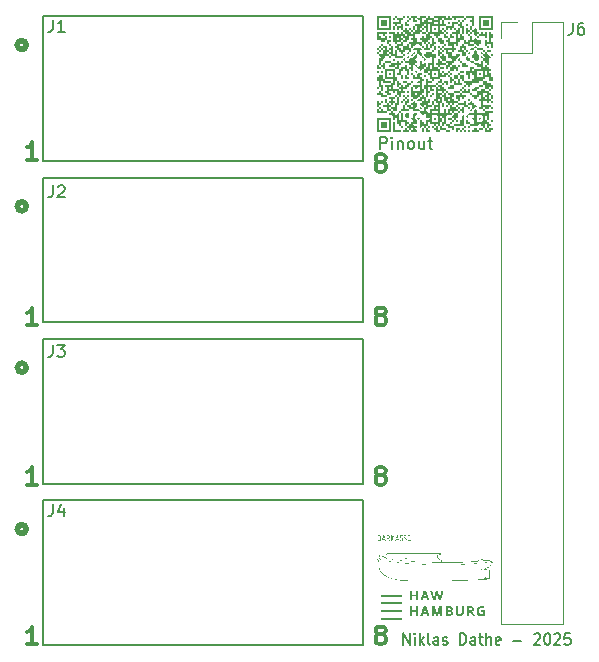
<source format=gbr>
%TF.GenerationSoftware,KiCad,Pcbnew,9.0.6*%
%TF.CreationDate,2025-12-30T01:20:39+01:00*%
%TF.ProjectId,40Pin GPIO Breakout,34305069-6e20-4475-9049-4f2042726561,rev?*%
%TF.SameCoordinates,Original*%
%TF.FileFunction,Legend,Top*%
%TF.FilePolarity,Positive*%
%FSLAX46Y46*%
G04 Gerber Fmt 4.6, Leading zero omitted, Abs format (unit mm)*
G04 Created by KiCad (PCBNEW 9.0.6) date 2025-12-30 01:20:39*
%MOMM*%
%LPD*%
G01*
G04 APERTURE LIST*
%ADD10C,0.200000*%
%ADD11C,0.300000*%
%ADD12C,0.150000*%
%ADD13C,0.000000*%
%ADD14C,0.120000*%
%ADD15C,0.152400*%
%ADD16C,0.508000*%
G04 APERTURE END LIST*
D10*
X160345863Y-115367219D02*
X160345863Y-114367219D01*
X160345863Y-114367219D02*
X160860149Y-115367219D01*
X160860149Y-115367219D02*
X160860149Y-114367219D01*
X161288720Y-115367219D02*
X161288720Y-114700552D01*
X161288720Y-114367219D02*
X161245863Y-114414838D01*
X161245863Y-114414838D02*
X161288720Y-114462457D01*
X161288720Y-114462457D02*
X161331577Y-114414838D01*
X161331577Y-114414838D02*
X161288720Y-114367219D01*
X161288720Y-114367219D02*
X161288720Y-114462457D01*
X161717291Y-115367219D02*
X161717291Y-114367219D01*
X161803006Y-114986266D02*
X162060148Y-115367219D01*
X162060148Y-114700552D02*
X161717291Y-115081504D01*
X162574434Y-115367219D02*
X162488719Y-115319600D01*
X162488719Y-115319600D02*
X162445862Y-115224361D01*
X162445862Y-115224361D02*
X162445862Y-114367219D01*
X163303006Y-115367219D02*
X163303006Y-114843409D01*
X163303006Y-114843409D02*
X163260148Y-114748171D01*
X163260148Y-114748171D02*
X163174434Y-114700552D01*
X163174434Y-114700552D02*
X163003006Y-114700552D01*
X163003006Y-114700552D02*
X162917291Y-114748171D01*
X163303006Y-115319600D02*
X163217291Y-115367219D01*
X163217291Y-115367219D02*
X163003006Y-115367219D01*
X163003006Y-115367219D02*
X162917291Y-115319600D01*
X162917291Y-115319600D02*
X162874434Y-115224361D01*
X162874434Y-115224361D02*
X162874434Y-115129123D01*
X162874434Y-115129123D02*
X162917291Y-115033885D01*
X162917291Y-115033885D02*
X163003006Y-114986266D01*
X163003006Y-114986266D02*
X163217291Y-114986266D01*
X163217291Y-114986266D02*
X163303006Y-114938647D01*
X163688720Y-115319600D02*
X163774434Y-115367219D01*
X163774434Y-115367219D02*
X163945863Y-115367219D01*
X163945863Y-115367219D02*
X164031577Y-115319600D01*
X164031577Y-115319600D02*
X164074434Y-115224361D01*
X164074434Y-115224361D02*
X164074434Y-115176742D01*
X164074434Y-115176742D02*
X164031577Y-115081504D01*
X164031577Y-115081504D02*
X163945863Y-115033885D01*
X163945863Y-115033885D02*
X163817292Y-115033885D01*
X163817292Y-115033885D02*
X163731577Y-114986266D01*
X163731577Y-114986266D02*
X163688720Y-114891028D01*
X163688720Y-114891028D02*
X163688720Y-114843409D01*
X163688720Y-114843409D02*
X163731577Y-114748171D01*
X163731577Y-114748171D02*
X163817292Y-114700552D01*
X163817292Y-114700552D02*
X163945863Y-114700552D01*
X163945863Y-114700552D02*
X164031577Y-114748171D01*
X165145862Y-115367219D02*
X165145862Y-114367219D01*
X165145862Y-114367219D02*
X165360148Y-114367219D01*
X165360148Y-114367219D02*
X165488719Y-114414838D01*
X165488719Y-114414838D02*
X165574434Y-114510076D01*
X165574434Y-114510076D02*
X165617291Y-114605314D01*
X165617291Y-114605314D02*
X165660148Y-114795790D01*
X165660148Y-114795790D02*
X165660148Y-114938647D01*
X165660148Y-114938647D02*
X165617291Y-115129123D01*
X165617291Y-115129123D02*
X165574434Y-115224361D01*
X165574434Y-115224361D02*
X165488719Y-115319600D01*
X165488719Y-115319600D02*
X165360148Y-115367219D01*
X165360148Y-115367219D02*
X165145862Y-115367219D01*
X166431577Y-115367219D02*
X166431577Y-114843409D01*
X166431577Y-114843409D02*
X166388719Y-114748171D01*
X166388719Y-114748171D02*
X166303005Y-114700552D01*
X166303005Y-114700552D02*
X166131577Y-114700552D01*
X166131577Y-114700552D02*
X166045862Y-114748171D01*
X166431577Y-115319600D02*
X166345862Y-115367219D01*
X166345862Y-115367219D02*
X166131577Y-115367219D01*
X166131577Y-115367219D02*
X166045862Y-115319600D01*
X166045862Y-115319600D02*
X166003005Y-115224361D01*
X166003005Y-115224361D02*
X166003005Y-115129123D01*
X166003005Y-115129123D02*
X166045862Y-115033885D01*
X166045862Y-115033885D02*
X166131577Y-114986266D01*
X166131577Y-114986266D02*
X166345862Y-114986266D01*
X166345862Y-114986266D02*
X166431577Y-114938647D01*
X166731577Y-114700552D02*
X167074434Y-114700552D01*
X166860148Y-114367219D02*
X166860148Y-115224361D01*
X166860148Y-115224361D02*
X166903005Y-115319600D01*
X166903005Y-115319600D02*
X166988720Y-115367219D01*
X166988720Y-115367219D02*
X167074434Y-115367219D01*
X167374434Y-115367219D02*
X167374434Y-114367219D01*
X167760149Y-115367219D02*
X167760149Y-114843409D01*
X167760149Y-114843409D02*
X167717291Y-114748171D01*
X167717291Y-114748171D02*
X167631577Y-114700552D01*
X167631577Y-114700552D02*
X167503006Y-114700552D01*
X167503006Y-114700552D02*
X167417291Y-114748171D01*
X167417291Y-114748171D02*
X167374434Y-114795790D01*
X168531577Y-115319600D02*
X168445863Y-115367219D01*
X168445863Y-115367219D02*
X168274435Y-115367219D01*
X168274435Y-115367219D02*
X168188720Y-115319600D01*
X168188720Y-115319600D02*
X168145863Y-115224361D01*
X168145863Y-115224361D02*
X168145863Y-114843409D01*
X168145863Y-114843409D02*
X168188720Y-114748171D01*
X168188720Y-114748171D02*
X168274435Y-114700552D01*
X168274435Y-114700552D02*
X168445863Y-114700552D01*
X168445863Y-114700552D02*
X168531577Y-114748171D01*
X168531577Y-114748171D02*
X168574435Y-114843409D01*
X168574435Y-114843409D02*
X168574435Y-114938647D01*
X168574435Y-114938647D02*
X168145863Y-115033885D01*
X169645863Y-114986266D02*
X170331578Y-114986266D01*
X171403006Y-114462457D02*
X171445863Y-114414838D01*
X171445863Y-114414838D02*
X171531578Y-114367219D01*
X171531578Y-114367219D02*
X171745863Y-114367219D01*
X171745863Y-114367219D02*
X171831578Y-114414838D01*
X171831578Y-114414838D02*
X171874435Y-114462457D01*
X171874435Y-114462457D02*
X171917292Y-114557695D01*
X171917292Y-114557695D02*
X171917292Y-114652933D01*
X171917292Y-114652933D02*
X171874435Y-114795790D01*
X171874435Y-114795790D02*
X171360149Y-115367219D01*
X171360149Y-115367219D02*
X171917292Y-115367219D01*
X172474435Y-114367219D02*
X172560149Y-114367219D01*
X172560149Y-114367219D02*
X172645863Y-114414838D01*
X172645863Y-114414838D02*
X172688721Y-114462457D01*
X172688721Y-114462457D02*
X172731578Y-114557695D01*
X172731578Y-114557695D02*
X172774435Y-114748171D01*
X172774435Y-114748171D02*
X172774435Y-114986266D01*
X172774435Y-114986266D02*
X172731578Y-115176742D01*
X172731578Y-115176742D02*
X172688721Y-115271980D01*
X172688721Y-115271980D02*
X172645863Y-115319600D01*
X172645863Y-115319600D02*
X172560149Y-115367219D01*
X172560149Y-115367219D02*
X172474435Y-115367219D01*
X172474435Y-115367219D02*
X172388721Y-115319600D01*
X172388721Y-115319600D02*
X172345863Y-115271980D01*
X172345863Y-115271980D02*
X172303006Y-115176742D01*
X172303006Y-115176742D02*
X172260149Y-114986266D01*
X172260149Y-114986266D02*
X172260149Y-114748171D01*
X172260149Y-114748171D02*
X172303006Y-114557695D01*
X172303006Y-114557695D02*
X172345863Y-114462457D01*
X172345863Y-114462457D02*
X172388721Y-114414838D01*
X172388721Y-114414838D02*
X172474435Y-114367219D01*
X173117292Y-114462457D02*
X173160149Y-114414838D01*
X173160149Y-114414838D02*
X173245864Y-114367219D01*
X173245864Y-114367219D02*
X173460149Y-114367219D01*
X173460149Y-114367219D02*
X173545864Y-114414838D01*
X173545864Y-114414838D02*
X173588721Y-114462457D01*
X173588721Y-114462457D02*
X173631578Y-114557695D01*
X173631578Y-114557695D02*
X173631578Y-114652933D01*
X173631578Y-114652933D02*
X173588721Y-114795790D01*
X173588721Y-114795790D02*
X173074435Y-115367219D01*
X173074435Y-115367219D02*
X173631578Y-115367219D01*
X174445864Y-114367219D02*
X174017292Y-114367219D01*
X174017292Y-114367219D02*
X173974435Y-114843409D01*
X173974435Y-114843409D02*
X174017292Y-114795790D01*
X174017292Y-114795790D02*
X174103007Y-114748171D01*
X174103007Y-114748171D02*
X174317292Y-114748171D01*
X174317292Y-114748171D02*
X174403007Y-114795790D01*
X174403007Y-114795790D02*
X174445864Y-114843409D01*
X174445864Y-114843409D02*
X174488721Y-114938647D01*
X174488721Y-114938647D02*
X174488721Y-115176742D01*
X174488721Y-115176742D02*
X174445864Y-115271980D01*
X174445864Y-115271980D02*
X174403007Y-115319600D01*
X174403007Y-115319600D02*
X174317292Y-115367219D01*
X174317292Y-115367219D02*
X174103007Y-115367219D01*
X174103007Y-115367219D02*
X174017292Y-115319600D01*
X174017292Y-115319600D02*
X173974435Y-115271980D01*
D11*
X129340225Y-115300828D02*
X128483082Y-115300828D01*
X128911653Y-115300828D02*
X128911653Y-113800828D01*
X128911653Y-113800828D02*
X128768796Y-114015114D01*
X128768796Y-114015114D02*
X128625939Y-114157971D01*
X128625939Y-114157971D02*
X128483082Y-114229400D01*
X158268796Y-114443685D02*
X158125939Y-114372257D01*
X158125939Y-114372257D02*
X158054510Y-114300828D01*
X158054510Y-114300828D02*
X157983082Y-114157971D01*
X157983082Y-114157971D02*
X157983082Y-114086542D01*
X157983082Y-114086542D02*
X158054510Y-113943685D01*
X158054510Y-113943685D02*
X158125939Y-113872257D01*
X158125939Y-113872257D02*
X158268796Y-113800828D01*
X158268796Y-113800828D02*
X158554510Y-113800828D01*
X158554510Y-113800828D02*
X158697368Y-113872257D01*
X158697368Y-113872257D02*
X158768796Y-113943685D01*
X158768796Y-113943685D02*
X158840225Y-114086542D01*
X158840225Y-114086542D02*
X158840225Y-114157971D01*
X158840225Y-114157971D02*
X158768796Y-114300828D01*
X158768796Y-114300828D02*
X158697368Y-114372257D01*
X158697368Y-114372257D02*
X158554510Y-114443685D01*
X158554510Y-114443685D02*
X158268796Y-114443685D01*
X158268796Y-114443685D02*
X158125939Y-114515114D01*
X158125939Y-114515114D02*
X158054510Y-114586542D01*
X158054510Y-114586542D02*
X157983082Y-114729400D01*
X157983082Y-114729400D02*
X157983082Y-115015114D01*
X157983082Y-115015114D02*
X158054510Y-115157971D01*
X158054510Y-115157971D02*
X158125939Y-115229400D01*
X158125939Y-115229400D02*
X158268796Y-115300828D01*
X158268796Y-115300828D02*
X158554510Y-115300828D01*
X158554510Y-115300828D02*
X158697368Y-115229400D01*
X158697368Y-115229400D02*
X158768796Y-115157971D01*
X158768796Y-115157971D02*
X158840225Y-115015114D01*
X158840225Y-115015114D02*
X158840225Y-114729400D01*
X158840225Y-114729400D02*
X158768796Y-114586542D01*
X158768796Y-114586542D02*
X158697368Y-114515114D01*
X158697368Y-114515114D02*
X158554510Y-114443685D01*
X129340225Y-101800828D02*
X128483082Y-101800828D01*
X128911653Y-101800828D02*
X128911653Y-100300828D01*
X128911653Y-100300828D02*
X128768796Y-100515114D01*
X128768796Y-100515114D02*
X128625939Y-100657971D01*
X128625939Y-100657971D02*
X128483082Y-100729400D01*
X158268796Y-100943685D02*
X158125939Y-100872257D01*
X158125939Y-100872257D02*
X158054510Y-100800828D01*
X158054510Y-100800828D02*
X157983082Y-100657971D01*
X157983082Y-100657971D02*
X157983082Y-100586542D01*
X157983082Y-100586542D02*
X158054510Y-100443685D01*
X158054510Y-100443685D02*
X158125939Y-100372257D01*
X158125939Y-100372257D02*
X158268796Y-100300828D01*
X158268796Y-100300828D02*
X158554510Y-100300828D01*
X158554510Y-100300828D02*
X158697368Y-100372257D01*
X158697368Y-100372257D02*
X158768796Y-100443685D01*
X158768796Y-100443685D02*
X158840225Y-100586542D01*
X158840225Y-100586542D02*
X158840225Y-100657971D01*
X158840225Y-100657971D02*
X158768796Y-100800828D01*
X158768796Y-100800828D02*
X158697368Y-100872257D01*
X158697368Y-100872257D02*
X158554510Y-100943685D01*
X158554510Y-100943685D02*
X158268796Y-100943685D01*
X158268796Y-100943685D02*
X158125939Y-101015114D01*
X158125939Y-101015114D02*
X158054510Y-101086542D01*
X158054510Y-101086542D02*
X157983082Y-101229400D01*
X157983082Y-101229400D02*
X157983082Y-101515114D01*
X157983082Y-101515114D02*
X158054510Y-101657971D01*
X158054510Y-101657971D02*
X158125939Y-101729400D01*
X158125939Y-101729400D02*
X158268796Y-101800828D01*
X158268796Y-101800828D02*
X158554510Y-101800828D01*
X158554510Y-101800828D02*
X158697368Y-101729400D01*
X158697368Y-101729400D02*
X158768796Y-101657971D01*
X158768796Y-101657971D02*
X158840225Y-101515114D01*
X158840225Y-101515114D02*
X158840225Y-101229400D01*
X158840225Y-101229400D02*
X158768796Y-101086542D01*
X158768796Y-101086542D02*
X158697368Y-101015114D01*
X158697368Y-101015114D02*
X158554510Y-100943685D01*
X129340225Y-88300828D02*
X128483082Y-88300828D01*
X128911653Y-88300828D02*
X128911653Y-86800828D01*
X128911653Y-86800828D02*
X128768796Y-87015114D01*
X128768796Y-87015114D02*
X128625939Y-87157971D01*
X128625939Y-87157971D02*
X128483082Y-87229400D01*
X158268796Y-87443685D02*
X158125939Y-87372257D01*
X158125939Y-87372257D02*
X158054510Y-87300828D01*
X158054510Y-87300828D02*
X157983082Y-87157971D01*
X157983082Y-87157971D02*
X157983082Y-87086542D01*
X157983082Y-87086542D02*
X158054510Y-86943685D01*
X158054510Y-86943685D02*
X158125939Y-86872257D01*
X158125939Y-86872257D02*
X158268796Y-86800828D01*
X158268796Y-86800828D02*
X158554510Y-86800828D01*
X158554510Y-86800828D02*
X158697368Y-86872257D01*
X158697368Y-86872257D02*
X158768796Y-86943685D01*
X158768796Y-86943685D02*
X158840225Y-87086542D01*
X158840225Y-87086542D02*
X158840225Y-87157971D01*
X158840225Y-87157971D02*
X158768796Y-87300828D01*
X158768796Y-87300828D02*
X158697368Y-87372257D01*
X158697368Y-87372257D02*
X158554510Y-87443685D01*
X158554510Y-87443685D02*
X158268796Y-87443685D01*
X158268796Y-87443685D02*
X158125939Y-87515114D01*
X158125939Y-87515114D02*
X158054510Y-87586542D01*
X158054510Y-87586542D02*
X157983082Y-87729400D01*
X157983082Y-87729400D02*
X157983082Y-88015114D01*
X157983082Y-88015114D02*
X158054510Y-88157971D01*
X158054510Y-88157971D02*
X158125939Y-88229400D01*
X158125939Y-88229400D02*
X158268796Y-88300828D01*
X158268796Y-88300828D02*
X158554510Y-88300828D01*
X158554510Y-88300828D02*
X158697368Y-88229400D01*
X158697368Y-88229400D02*
X158768796Y-88157971D01*
X158768796Y-88157971D02*
X158840225Y-88015114D01*
X158840225Y-88015114D02*
X158840225Y-87729400D01*
X158840225Y-87729400D02*
X158768796Y-87586542D01*
X158768796Y-87586542D02*
X158697368Y-87515114D01*
X158697368Y-87515114D02*
X158554510Y-87443685D01*
X158268796Y-74443685D02*
X158125939Y-74372257D01*
X158125939Y-74372257D02*
X158054510Y-74300828D01*
X158054510Y-74300828D02*
X157983082Y-74157971D01*
X157983082Y-74157971D02*
X157983082Y-74086542D01*
X157983082Y-74086542D02*
X158054510Y-73943685D01*
X158054510Y-73943685D02*
X158125939Y-73872257D01*
X158125939Y-73872257D02*
X158268796Y-73800828D01*
X158268796Y-73800828D02*
X158554510Y-73800828D01*
X158554510Y-73800828D02*
X158697368Y-73872257D01*
X158697368Y-73872257D02*
X158768796Y-73943685D01*
X158768796Y-73943685D02*
X158840225Y-74086542D01*
X158840225Y-74086542D02*
X158840225Y-74157971D01*
X158840225Y-74157971D02*
X158768796Y-74300828D01*
X158768796Y-74300828D02*
X158697368Y-74372257D01*
X158697368Y-74372257D02*
X158554510Y-74443685D01*
X158554510Y-74443685D02*
X158268796Y-74443685D01*
X158268796Y-74443685D02*
X158125939Y-74515114D01*
X158125939Y-74515114D02*
X158054510Y-74586542D01*
X158054510Y-74586542D02*
X157983082Y-74729400D01*
X157983082Y-74729400D02*
X157983082Y-75015114D01*
X157983082Y-75015114D02*
X158054510Y-75157971D01*
X158054510Y-75157971D02*
X158125939Y-75229400D01*
X158125939Y-75229400D02*
X158268796Y-75300828D01*
X158268796Y-75300828D02*
X158554510Y-75300828D01*
X158554510Y-75300828D02*
X158697368Y-75229400D01*
X158697368Y-75229400D02*
X158768796Y-75157971D01*
X158768796Y-75157971D02*
X158840225Y-75015114D01*
X158840225Y-75015114D02*
X158840225Y-74729400D01*
X158840225Y-74729400D02*
X158768796Y-74586542D01*
X158768796Y-74586542D02*
X158697368Y-74515114D01*
X158697368Y-74515114D02*
X158554510Y-74443685D01*
X129340225Y-74300828D02*
X128483082Y-74300828D01*
X128911653Y-74300828D02*
X128911653Y-72800828D01*
X128911653Y-72800828D02*
X128768796Y-73015114D01*
X128768796Y-73015114D02*
X128625939Y-73157971D01*
X128625939Y-73157971D02*
X128483082Y-73229400D01*
D10*
X158369673Y-73367219D02*
X158369673Y-72367219D01*
X158369673Y-72367219D02*
X158750625Y-72367219D01*
X158750625Y-72367219D02*
X158845863Y-72414838D01*
X158845863Y-72414838D02*
X158893482Y-72462457D01*
X158893482Y-72462457D02*
X158941101Y-72557695D01*
X158941101Y-72557695D02*
X158941101Y-72700552D01*
X158941101Y-72700552D02*
X158893482Y-72795790D01*
X158893482Y-72795790D02*
X158845863Y-72843409D01*
X158845863Y-72843409D02*
X158750625Y-72891028D01*
X158750625Y-72891028D02*
X158369673Y-72891028D01*
X159369673Y-73367219D02*
X159369673Y-72700552D01*
X159369673Y-72367219D02*
X159322054Y-72414838D01*
X159322054Y-72414838D02*
X159369673Y-72462457D01*
X159369673Y-72462457D02*
X159417292Y-72414838D01*
X159417292Y-72414838D02*
X159369673Y-72367219D01*
X159369673Y-72367219D02*
X159369673Y-72462457D01*
X159845863Y-72700552D02*
X159845863Y-73367219D01*
X159845863Y-72795790D02*
X159893482Y-72748171D01*
X159893482Y-72748171D02*
X159988720Y-72700552D01*
X159988720Y-72700552D02*
X160131577Y-72700552D01*
X160131577Y-72700552D02*
X160226815Y-72748171D01*
X160226815Y-72748171D02*
X160274434Y-72843409D01*
X160274434Y-72843409D02*
X160274434Y-73367219D01*
X160893482Y-73367219D02*
X160798244Y-73319600D01*
X160798244Y-73319600D02*
X160750625Y-73271980D01*
X160750625Y-73271980D02*
X160703006Y-73176742D01*
X160703006Y-73176742D02*
X160703006Y-72891028D01*
X160703006Y-72891028D02*
X160750625Y-72795790D01*
X160750625Y-72795790D02*
X160798244Y-72748171D01*
X160798244Y-72748171D02*
X160893482Y-72700552D01*
X160893482Y-72700552D02*
X161036339Y-72700552D01*
X161036339Y-72700552D02*
X161131577Y-72748171D01*
X161131577Y-72748171D02*
X161179196Y-72795790D01*
X161179196Y-72795790D02*
X161226815Y-72891028D01*
X161226815Y-72891028D02*
X161226815Y-73176742D01*
X161226815Y-73176742D02*
X161179196Y-73271980D01*
X161179196Y-73271980D02*
X161131577Y-73319600D01*
X161131577Y-73319600D02*
X161036339Y-73367219D01*
X161036339Y-73367219D02*
X160893482Y-73367219D01*
X162083958Y-72700552D02*
X162083958Y-73367219D01*
X161655387Y-72700552D02*
X161655387Y-73224361D01*
X161655387Y-73224361D02*
X161703006Y-73319600D01*
X161703006Y-73319600D02*
X161798244Y-73367219D01*
X161798244Y-73367219D02*
X161941101Y-73367219D01*
X161941101Y-73367219D02*
X162036339Y-73319600D01*
X162036339Y-73319600D02*
X162083958Y-73271980D01*
X162417292Y-72700552D02*
X162798244Y-72700552D01*
X162560149Y-72367219D02*
X162560149Y-73224361D01*
X162560149Y-73224361D02*
X162607768Y-73319600D01*
X162607768Y-73319600D02*
X162703006Y-73367219D01*
X162703006Y-73367219D02*
X162798244Y-73367219D01*
D12*
X174666666Y-62694819D02*
X174666666Y-63409104D01*
X174666666Y-63409104D02*
X174619047Y-63551961D01*
X174619047Y-63551961D02*
X174523809Y-63647200D01*
X174523809Y-63647200D02*
X174380952Y-63694819D01*
X174380952Y-63694819D02*
X174285714Y-63694819D01*
X175571428Y-62694819D02*
X175380952Y-62694819D01*
X175380952Y-62694819D02*
X175285714Y-62742438D01*
X175285714Y-62742438D02*
X175238095Y-62790057D01*
X175238095Y-62790057D02*
X175142857Y-62932914D01*
X175142857Y-62932914D02*
X175095238Y-63123390D01*
X175095238Y-63123390D02*
X175095238Y-63504342D01*
X175095238Y-63504342D02*
X175142857Y-63599580D01*
X175142857Y-63599580D02*
X175190476Y-63647200D01*
X175190476Y-63647200D02*
X175285714Y-63694819D01*
X175285714Y-63694819D02*
X175476190Y-63694819D01*
X175476190Y-63694819D02*
X175571428Y-63647200D01*
X175571428Y-63647200D02*
X175619047Y-63599580D01*
X175619047Y-63599580D02*
X175666666Y-63504342D01*
X175666666Y-63504342D02*
X175666666Y-63266247D01*
X175666666Y-63266247D02*
X175619047Y-63171009D01*
X175619047Y-63171009D02*
X175571428Y-63123390D01*
X175571428Y-63123390D02*
X175476190Y-63075771D01*
X175476190Y-63075771D02*
X175285714Y-63075771D01*
X175285714Y-63075771D02*
X175190476Y-63123390D01*
X175190476Y-63123390D02*
X175142857Y-63171009D01*
X175142857Y-63171009D02*
X175095238Y-63266247D01*
X130666666Y-103454819D02*
X130666666Y-104169104D01*
X130666666Y-104169104D02*
X130619047Y-104311961D01*
X130619047Y-104311961D02*
X130523809Y-104407200D01*
X130523809Y-104407200D02*
X130380952Y-104454819D01*
X130380952Y-104454819D02*
X130285714Y-104454819D01*
X131571428Y-103788152D02*
X131571428Y-104454819D01*
X131333333Y-103407200D02*
X131095238Y-104121485D01*
X131095238Y-104121485D02*
X131714285Y-104121485D01*
X130666666Y-89954819D02*
X130666666Y-90669104D01*
X130666666Y-90669104D02*
X130619047Y-90811961D01*
X130619047Y-90811961D02*
X130523809Y-90907200D01*
X130523809Y-90907200D02*
X130380952Y-90954819D01*
X130380952Y-90954819D02*
X130285714Y-90954819D01*
X131047619Y-89954819D02*
X131666666Y-89954819D01*
X131666666Y-89954819D02*
X131333333Y-90335771D01*
X131333333Y-90335771D02*
X131476190Y-90335771D01*
X131476190Y-90335771D02*
X131571428Y-90383390D01*
X131571428Y-90383390D02*
X131619047Y-90431009D01*
X131619047Y-90431009D02*
X131666666Y-90526247D01*
X131666666Y-90526247D02*
X131666666Y-90764342D01*
X131666666Y-90764342D02*
X131619047Y-90859580D01*
X131619047Y-90859580D02*
X131571428Y-90907200D01*
X131571428Y-90907200D02*
X131476190Y-90954819D01*
X131476190Y-90954819D02*
X131190476Y-90954819D01*
X131190476Y-90954819D02*
X131095238Y-90907200D01*
X131095238Y-90907200D02*
X131047619Y-90859580D01*
X130666666Y-76454819D02*
X130666666Y-77169104D01*
X130666666Y-77169104D02*
X130619047Y-77311961D01*
X130619047Y-77311961D02*
X130523809Y-77407200D01*
X130523809Y-77407200D02*
X130380952Y-77454819D01*
X130380952Y-77454819D02*
X130285714Y-77454819D01*
X131095238Y-76550057D02*
X131142857Y-76502438D01*
X131142857Y-76502438D02*
X131238095Y-76454819D01*
X131238095Y-76454819D02*
X131476190Y-76454819D01*
X131476190Y-76454819D02*
X131571428Y-76502438D01*
X131571428Y-76502438D02*
X131619047Y-76550057D01*
X131619047Y-76550057D02*
X131666666Y-76645295D01*
X131666666Y-76645295D02*
X131666666Y-76740533D01*
X131666666Y-76740533D02*
X131619047Y-76883390D01*
X131619047Y-76883390D02*
X131047619Y-77454819D01*
X131047619Y-77454819D02*
X131666666Y-77454819D01*
X130666666Y-62454819D02*
X130666666Y-63169104D01*
X130666666Y-63169104D02*
X130619047Y-63311961D01*
X130619047Y-63311961D02*
X130523809Y-63407200D01*
X130523809Y-63407200D02*
X130380952Y-63454819D01*
X130380952Y-63454819D02*
X130285714Y-63454819D01*
X131666666Y-63454819D02*
X131095238Y-63454819D01*
X131380952Y-63454819D02*
X131380952Y-62454819D01*
X131380952Y-62454819D02*
X131285714Y-62597676D01*
X131285714Y-62597676D02*
X131190476Y-62692914D01*
X131190476Y-62692914D02*
X131095238Y-62740533D01*
D13*
%TO.C,G\u002A\u002A\u002A*%
G36*
X159617827Y-107578917D02*
G01*
X159733545Y-107579031D01*
X159861770Y-107579255D01*
X160002892Y-107579586D01*
X160157296Y-107580026D01*
X160325370Y-107580575D01*
X160507500Y-107581231D01*
X160704074Y-107581995D01*
X160915478Y-107582867D01*
X161027510Y-107583346D01*
X161201626Y-107584094D01*
X161373840Y-107584824D01*
X161543354Y-107585532D01*
X161709369Y-107586216D01*
X161871087Y-107586873D01*
X162027710Y-107587499D01*
X162178441Y-107588092D01*
X162322481Y-107588649D01*
X162459032Y-107589167D01*
X162587295Y-107589642D01*
X162706474Y-107590072D01*
X162815769Y-107590454D01*
X162914382Y-107590784D01*
X163001516Y-107591061D01*
X163076373Y-107591280D01*
X163138154Y-107591438D01*
X163186060Y-107591534D01*
X163217405Y-107591563D01*
X163508022Y-107591565D01*
X163516759Y-107624013D01*
X163521070Y-107659942D01*
X163514989Y-107691972D01*
X163499595Y-107716404D01*
X163487127Y-107725482D01*
X163468332Y-107731972D01*
X163440770Y-107737947D01*
X163416140Y-107741431D01*
X163356232Y-107748926D01*
X163310142Y-107757899D01*
X163276284Y-107769231D01*
X163253074Y-107783806D01*
X163238928Y-107802506D01*
X163232261Y-107826213D01*
X163231188Y-107844461D01*
X163238280Y-107887668D01*
X163258726Y-107934193D01*
X163291284Y-107982408D01*
X163334710Y-108030686D01*
X163387761Y-108077399D01*
X163435487Y-108112009D01*
X163467164Y-108132183D01*
X163498697Y-108150750D01*
X163524874Y-108164688D01*
X163532578Y-108168249D01*
X163553147Y-108177879D01*
X163564267Y-108187535D01*
X163569723Y-108202514D01*
X163572887Y-108224636D01*
X163575895Y-108256934D01*
X163577690Y-108290177D01*
X163577905Y-108301842D01*
X163577476Y-108314284D01*
X163576886Y-108324901D01*
X163577259Y-108333838D01*
X163579719Y-108341237D01*
X163585391Y-108347242D01*
X163595397Y-108351996D01*
X163610861Y-108355642D01*
X163632908Y-108358324D01*
X163662660Y-108360184D01*
X163701242Y-108361367D01*
X163749777Y-108362014D01*
X163809389Y-108362270D01*
X163881201Y-108362278D01*
X163966339Y-108362180D01*
X164050808Y-108362121D01*
X164238740Y-108361670D01*
X164414155Y-108360339D01*
X164579926Y-108358072D01*
X164738929Y-108354810D01*
X164894037Y-108350495D01*
X165048124Y-108345069D01*
X165192445Y-108339000D01*
X165302336Y-108333806D01*
X165421440Y-108327755D01*
X165547342Y-108320996D01*
X165677627Y-108313676D01*
X165809878Y-108305940D01*
X165941681Y-108297938D01*
X166070619Y-108289815D01*
X166194276Y-108281719D01*
X166310239Y-108273798D01*
X166416090Y-108266198D01*
X166509414Y-108259066D01*
X166525460Y-108257782D01*
X166570190Y-108254197D01*
X166609578Y-108251090D01*
X166641062Y-108248656D01*
X166662081Y-108247096D01*
X166669954Y-108246602D01*
X166673716Y-108239770D01*
X166673798Y-108239090D01*
X166722147Y-108239090D01*
X166724169Y-108248920D01*
X166733051Y-108252022D01*
X166751046Y-108250329D01*
X166765432Y-108248472D01*
X166793124Y-108245093D01*
X166832117Y-108240430D01*
X166880405Y-108234720D01*
X166935983Y-108228201D01*
X166996845Y-108221109D01*
X167044736Y-108215560D01*
X167106839Y-108208391D01*
X167163936Y-108201818D01*
X167214259Y-108196044D01*
X167256038Y-108191271D01*
X167287504Y-108187701D01*
X167306888Y-108185536D01*
X167312530Y-108184951D01*
X167314114Y-108177948D01*
X167315202Y-108159744D01*
X167315533Y-108138713D01*
X167314430Y-108114328D01*
X167311564Y-108097574D01*
X167308249Y-108092476D01*
X167296176Y-108093640D01*
X167271932Y-108096825D01*
X167238559Y-108101569D01*
X167199098Y-108107411D01*
X167156591Y-108113888D01*
X167114078Y-108120539D01*
X167074600Y-108126903D01*
X167041199Y-108132518D01*
X167022693Y-108135824D01*
X166985087Y-108143764D01*
X166939848Y-108154754D01*
X166891078Y-108167651D01*
X166842877Y-108181310D01*
X166799346Y-108194588D01*
X166764586Y-108206342D01*
X166751046Y-108211593D01*
X166729390Y-108224319D01*
X166722152Y-108238680D01*
X166722147Y-108239090D01*
X166673798Y-108239090D01*
X166675777Y-108222747D01*
X166675909Y-108216415D01*
X166675909Y-108186228D01*
X166770312Y-108155128D01*
X166823803Y-108137897D01*
X166872030Y-108123398D01*
X166917935Y-108110987D01*
X166964464Y-108100019D01*
X167014558Y-108089851D01*
X167071161Y-108079837D01*
X167137216Y-108069335D01*
X167214834Y-108057819D01*
X167265340Y-108050732D01*
X167302548Y-108046149D01*
X167328342Y-108043941D01*
X167344611Y-108043974D01*
X167353239Y-108046120D01*
X167355356Y-108048063D01*
X167358401Y-108060175D01*
X167360645Y-108082974D01*
X167361640Y-108111742D01*
X167361653Y-108114534D01*
X167361771Y-108171272D01*
X167467886Y-108165777D01*
X167526257Y-108163743D01*
X167570753Y-108164374D01*
X167600785Y-108167659D01*
X167605402Y-108168739D01*
X167646685Y-108185905D01*
X167691809Y-108215593D01*
X167735868Y-108253796D01*
X167755929Y-108272155D01*
X167771236Y-108281708D01*
X167787516Y-108284950D01*
X167806563Y-108284598D01*
X167851502Y-108284322D01*
X167883379Y-108289667D01*
X167903779Y-108301447D01*
X167914283Y-108320475D01*
X167916625Y-108341216D01*
X167914454Y-108364543D01*
X167906430Y-108382048D01*
X167890292Y-108395472D01*
X167863778Y-108406556D01*
X167824625Y-108417041D01*
X167815351Y-108419158D01*
X167803828Y-108423367D01*
X167796379Y-108432150D01*
X167790916Y-108449331D01*
X167786527Y-108471949D01*
X167772690Y-108525855D01*
X167750170Y-108576363D01*
X167718008Y-108624427D01*
X167675242Y-108670996D01*
X167620912Y-108717024D01*
X167554057Y-108763461D01*
X167473716Y-108811259D01*
X167408723Y-108846149D01*
X167373830Y-108864252D01*
X167344200Y-108879677D01*
X167322338Y-108891116D01*
X167310750Y-108897260D01*
X167309572Y-108897926D01*
X167310157Y-108905258D01*
X167312726Y-108913145D01*
X167315640Y-108918067D01*
X167321462Y-108921486D01*
X167332394Y-108923533D01*
X167350635Y-108924336D01*
X167378387Y-108924026D01*
X167417851Y-108922734D01*
X167452092Y-108921377D01*
X167506782Y-108919471D01*
X167548125Y-108919160D01*
X167578151Y-108920947D01*
X167598889Y-108925334D01*
X167612365Y-108932824D01*
X167620608Y-108943920D01*
X167625648Y-108959123D01*
X167626865Y-108964693D01*
X167628816Y-108980143D01*
X167631299Y-109009029D01*
X167634206Y-109049388D01*
X167637425Y-109099257D01*
X167640845Y-109156672D01*
X167644358Y-109219671D01*
X167647851Y-109286290D01*
X167651216Y-109354567D01*
X167654341Y-109422538D01*
X167657116Y-109488241D01*
X167658876Y-109534152D01*
X167660620Y-109591543D01*
X167660817Y-109635769D01*
X167658990Y-109669042D01*
X167654658Y-109693572D01*
X167647340Y-109711572D01*
X167636557Y-109725252D01*
X167621830Y-109736824D01*
X167613779Y-109741938D01*
X167600042Y-109748795D01*
X167583445Y-109753252D01*
X167560494Y-109755784D01*
X167527694Y-109756863D01*
X167502411Y-109757010D01*
X167415715Y-109757039D01*
X167415715Y-109787251D01*
X167415715Y-109817462D01*
X167367551Y-109821929D01*
X167351989Y-109823086D01*
X167322386Y-109825004D01*
X167280092Y-109827604D01*
X167226457Y-109830806D01*
X167162829Y-109834534D01*
X167090558Y-109838709D01*
X167010993Y-109843250D01*
X166925484Y-109848082D01*
X166835380Y-109853123D01*
X166758931Y-109857364D01*
X166569542Y-109867459D01*
X166366865Y-109877574D01*
X166153023Y-109887627D01*
X165930142Y-109897538D01*
X165700345Y-109907224D01*
X165465757Y-109916606D01*
X165228501Y-109925601D01*
X164990702Y-109934129D01*
X164754484Y-109942109D01*
X164521971Y-109949459D01*
X164295288Y-109956099D01*
X164076557Y-109961946D01*
X163924756Y-109965630D01*
X163861654Y-109966902D01*
X163785581Y-109968115D01*
X163697783Y-109969264D01*
X163599503Y-109970346D01*
X163491988Y-109971357D01*
X163376482Y-109972295D01*
X163254230Y-109973156D01*
X163126478Y-109973936D01*
X162994470Y-109974632D01*
X162859452Y-109975240D01*
X162722668Y-109975757D01*
X162585365Y-109976179D01*
X162448785Y-109976503D01*
X162314176Y-109976725D01*
X162182781Y-109976843D01*
X162055847Y-109976851D01*
X161934617Y-109976748D01*
X161820337Y-109976529D01*
X161714253Y-109976191D01*
X161617608Y-109975731D01*
X161531649Y-109975144D01*
X161457620Y-109974428D01*
X161396766Y-109973579D01*
X161358555Y-109972806D01*
X161168236Y-109967500D01*
X160986232Y-109961116D01*
X160813352Y-109953707D01*
X160650402Y-109945324D01*
X160498190Y-109936021D01*
X160357522Y-109925851D01*
X160229207Y-109914866D01*
X160114050Y-109903118D01*
X160012860Y-109890661D01*
X159944447Y-109880535D01*
X159832922Y-109860591D01*
X159713077Y-109835723D01*
X159589575Y-109807069D01*
X159467080Y-109775773D01*
X159350256Y-109742974D01*
X159243766Y-109709814D01*
X159235466Y-109707058D01*
X159103535Y-109660007D01*
X158984753Y-109611000D01*
X158876871Y-109558749D01*
X158777639Y-109501970D01*
X158684810Y-109439376D01*
X158596132Y-109369680D01*
X158509910Y-109292123D01*
X158462309Y-109245307D01*
X158424633Y-109204674D01*
X158394497Y-109167131D01*
X158369516Y-109129585D01*
X158347305Y-109088945D01*
X158337334Y-109068300D01*
X158318399Y-109024788D01*
X158302601Y-108981072D01*
X158289596Y-108935090D01*
X158279042Y-108884781D01*
X158270594Y-108828083D01*
X158263910Y-108762936D01*
X158258646Y-108687278D01*
X158254459Y-108599048D01*
X158253106Y-108562561D01*
X158250123Y-108486296D01*
X158246685Y-108423443D01*
X158242315Y-108372004D01*
X158236532Y-108329977D01*
X158228859Y-108295363D01*
X158218818Y-108266162D01*
X158205929Y-108240374D01*
X158189713Y-108215999D01*
X158169694Y-108191037D01*
X158162099Y-108182248D01*
X158136571Y-108150617D01*
X158122003Y-108125541D01*
X158117306Y-108104517D01*
X158165112Y-108104517D01*
X158169632Y-108116092D01*
X158183605Y-108133882D01*
X158189212Y-108140192D01*
X158217297Y-108172440D01*
X158237154Y-108198813D01*
X158251655Y-108224132D01*
X158263674Y-108253215D01*
X158272782Y-108280378D01*
X158278787Y-108300177D01*
X158283578Y-108319022D01*
X158287376Y-108339178D01*
X158290405Y-108362909D01*
X158292889Y-108392476D01*
X158295050Y-108430145D01*
X158297112Y-108478179D01*
X158299298Y-108538841D01*
X158299837Y-108554663D01*
X158303658Y-108648707D01*
X158308500Y-108729364D01*
X158314725Y-108798644D01*
X158322691Y-108858560D01*
X158332759Y-108911122D01*
X158345289Y-108958341D01*
X158360640Y-109002228D01*
X158379174Y-109044795D01*
X158392302Y-109071177D01*
X158420653Y-109120159D01*
X158454212Y-109166600D01*
X158495345Y-109213307D01*
X158546422Y-109263090D01*
X158577833Y-109291244D01*
X158660802Y-109360362D01*
X158743625Y-109421641D01*
X158828831Y-109476464D01*
X158918952Y-109526211D01*
X159016517Y-109572264D01*
X159124059Y-109616005D01*
X159244108Y-109658815D01*
X159262438Y-109664940D01*
X159375222Y-109700126D01*
X159498353Y-109734612D01*
X159626774Y-109767168D01*
X159755428Y-109796563D01*
X159879260Y-109821564D01*
X159971419Y-109837569D01*
X160054557Y-109849347D01*
X160152165Y-109860634D01*
X160263309Y-109871368D01*
X160387052Y-109881491D01*
X160522460Y-109890942D01*
X160668595Y-109899662D01*
X160824523Y-109907591D01*
X160989308Y-109914668D01*
X161162015Y-109920835D01*
X161341706Y-109926031D01*
X161362408Y-109926554D01*
X161411204Y-109927514D01*
X161474169Y-109928338D01*
X161550061Y-109929030D01*
X161637636Y-109929592D01*
X161735653Y-109930029D01*
X161842867Y-109930343D01*
X161958036Y-109930539D01*
X162079918Y-109930620D01*
X162207269Y-109930590D01*
X162338847Y-109930451D01*
X162473409Y-109930208D01*
X162609713Y-109929863D01*
X162746515Y-109929421D01*
X162882572Y-109928884D01*
X163016642Y-109928257D01*
X163147483Y-109927543D01*
X163273850Y-109926745D01*
X163394502Y-109925867D01*
X163508196Y-109924912D01*
X163613689Y-109923884D01*
X163709737Y-109922786D01*
X163795099Y-109921621D01*
X163868532Y-109920394D01*
X163917050Y-109919388D01*
X164125948Y-109914241D01*
X164343648Y-109908283D01*
X164568138Y-109901589D01*
X164797405Y-109894237D01*
X165029436Y-109886305D01*
X165262218Y-109877869D01*
X165493740Y-109869006D01*
X165721988Y-109859794D01*
X165944950Y-109850310D01*
X166160613Y-109840631D01*
X166366964Y-109830833D01*
X166561992Y-109820995D01*
X166743682Y-109811193D01*
X166749119Y-109810888D01*
X166840265Y-109805740D01*
X166926979Y-109800777D01*
X167008022Y-109796073D01*
X167082158Y-109791702D01*
X167148146Y-109787741D01*
X167204750Y-109784265D01*
X167250732Y-109781347D01*
X167284852Y-109779064D01*
X167305873Y-109777490D01*
X167312516Y-109776765D01*
X167318971Y-109767933D01*
X167324731Y-109749494D01*
X167326093Y-109742286D01*
X167331128Y-109710801D01*
X167454688Y-109710801D01*
X167500962Y-109710717D01*
X167534398Y-109710239D01*
X167557568Y-109709025D01*
X167573048Y-109706732D01*
X167583410Y-109703019D01*
X167591228Y-109697545D01*
X167597164Y-109691885D01*
X167603071Y-109686029D01*
X167607729Y-109680432D01*
X167611209Y-109673379D01*
X167613584Y-109663154D01*
X167614929Y-109648043D01*
X167615315Y-109626331D01*
X167614815Y-109596302D01*
X167613503Y-109556242D01*
X167611452Y-109504435D01*
X167608735Y-109439166D01*
X167608333Y-109429521D01*
X167604792Y-109348366D01*
X167601116Y-109271371D01*
X167597397Y-109200018D01*
X167593728Y-109135792D01*
X167590199Y-109080177D01*
X167586904Y-109034658D01*
X167583933Y-109000718D01*
X167581379Y-108979842D01*
X167580134Y-108974327D01*
X167576626Y-108969989D01*
X167568555Y-108967127D01*
X167553719Y-108965635D01*
X167529917Y-108965406D01*
X167494945Y-108966333D01*
X167451374Y-108968100D01*
X167407424Y-108970006D01*
X167367377Y-108971706D01*
X167334448Y-108973067D01*
X167311854Y-108973954D01*
X167304798Y-108974197D01*
X167292701Y-108973418D01*
X167284147Y-108968119D01*
X167276655Y-108955141D01*
X167267747Y-108931329D01*
X167265139Y-108923701D01*
X167247776Y-108872553D01*
X167359927Y-108816655D01*
X167428597Y-108780736D01*
X167493159Y-108743704D01*
X167551465Y-108706967D01*
X167601365Y-108671933D01*
X167640710Y-108640010D01*
X167662467Y-108618429D01*
X167696695Y-108572338D01*
X167722531Y-108522543D01*
X167738657Y-108472543D01*
X167743758Y-108425838D01*
X167742091Y-108406741D01*
X167737717Y-108379788D01*
X167785505Y-108374381D01*
X167814262Y-108370339D01*
X167839260Y-108365468D01*
X167851840Y-108361923D01*
X167866438Y-108351999D01*
X167869773Y-108340612D01*
X167861668Y-108332336D01*
X167853048Y-108330787D01*
X167797364Y-108330771D01*
X167735018Y-108334477D01*
X167663061Y-108342136D01*
X167600667Y-108350666D01*
X167471021Y-108368708D01*
X167327373Y-108386864D01*
X167171132Y-108405017D01*
X167003707Y-108423055D01*
X166826508Y-108440863D01*
X166640943Y-108458327D01*
X166448422Y-108475333D01*
X166250353Y-108491766D01*
X166048146Y-108507512D01*
X165843210Y-108522457D01*
X165636953Y-108536488D01*
X165430786Y-108549488D01*
X165226116Y-108561346D01*
X165024353Y-108571945D01*
X164826906Y-108581173D01*
X164683828Y-108587073D01*
X164620234Y-108589128D01*
X164542919Y-108590940D01*
X164453573Y-108592510D01*
X164353887Y-108593837D01*
X164245550Y-108594921D01*
X164130253Y-108595761D01*
X164009685Y-108596358D01*
X163885537Y-108596711D01*
X163759498Y-108596820D01*
X163633260Y-108596684D01*
X163508510Y-108596304D01*
X163386941Y-108595680D01*
X163270241Y-108594810D01*
X163160101Y-108593695D01*
X163058211Y-108592335D01*
X162966261Y-108590729D01*
X162885940Y-108588877D01*
X162834313Y-108587325D01*
X162629786Y-108579966D01*
X162422398Y-108571737D01*
X162213908Y-108562732D01*
X162006076Y-108553047D01*
X161800659Y-108542776D01*
X161599416Y-108532016D01*
X161404106Y-108520861D01*
X161216487Y-108509406D01*
X161038318Y-108497748D01*
X160871357Y-108485980D01*
X160717363Y-108474199D01*
X160661134Y-108469616D01*
X160413159Y-108447600D01*
X160169521Y-108423164D01*
X159931406Y-108396481D01*
X159700004Y-108367725D01*
X159476503Y-108337069D01*
X159262092Y-108304687D01*
X159057959Y-108270752D01*
X158865293Y-108235439D01*
X158685282Y-108198920D01*
X158519114Y-108161369D01*
X158471756Y-108149834D01*
X158424908Y-108138367D01*
X158381710Y-108128078D01*
X158344962Y-108119611D01*
X158317463Y-108113613D01*
X158302013Y-108110726D01*
X158301737Y-108110691D01*
X158278488Y-108106070D01*
X158251290Y-108098380D01*
X158244897Y-108096220D01*
X158209037Y-108086486D01*
X158183790Y-108086616D01*
X158168514Y-108095881D01*
X158165112Y-108104517D01*
X158117306Y-108104517D01*
X158117210Y-108104086D01*
X158121006Y-108083318D01*
X158121548Y-108081854D01*
X158138585Y-108056680D01*
X158165776Y-108042633D01*
X158202113Y-108040215D01*
X158204873Y-108040483D01*
X158229453Y-108043905D01*
X158248934Y-108048005D01*
X158253982Y-108049654D01*
X158262405Y-108050273D01*
X158267150Y-108041030D01*
X158269604Y-108023549D01*
X158268773Y-107996252D01*
X158261791Y-107981357D01*
X158251873Y-107961521D01*
X158253346Y-107945166D01*
X158306202Y-107945166D01*
X158306554Y-107953285D01*
X158308727Y-107954993D01*
X158314432Y-107966597D01*
X158317632Y-107992883D01*
X158318415Y-108024745D01*
X158318415Y-108088434D01*
X158383919Y-108105937D01*
X158529729Y-108142596D01*
X158689801Y-108178552D01*
X158862990Y-108213633D01*
X159048155Y-108247671D01*
X159244154Y-108280495D01*
X159449842Y-108311935D01*
X159664079Y-108341821D01*
X159885721Y-108369983D01*
X160113625Y-108396251D01*
X160346650Y-108420454D01*
X160583652Y-108442423D01*
X160722784Y-108454098D01*
X160872876Y-108465647D01*
X161036225Y-108477188D01*
X161210677Y-108488610D01*
X161394075Y-108499806D01*
X161584265Y-108510665D01*
X161779091Y-108521077D01*
X161976400Y-108530935D01*
X162174035Y-108540127D01*
X162369841Y-108548546D01*
X162561663Y-108556080D01*
X162747347Y-108562622D01*
X162924736Y-108568061D01*
X163015412Y-108570479D01*
X163232587Y-108575369D01*
X163437841Y-108578765D01*
X163634592Y-108580667D01*
X163826260Y-108581074D01*
X164016262Y-108579986D01*
X164208019Y-108577403D01*
X164404948Y-108573323D01*
X164521995Y-108570296D01*
X164778230Y-108561911D01*
X165040982Y-108550688D01*
X165311885Y-108536531D01*
X165592572Y-108519347D01*
X165884677Y-108499040D01*
X166189832Y-108475516D01*
X166259769Y-108469826D01*
X166402671Y-108457845D01*
X166542412Y-108445641D01*
X166678184Y-108433307D01*
X166809177Y-108420936D01*
X166934582Y-108408621D01*
X167053591Y-108396455D01*
X167165395Y-108384530D01*
X167269186Y-108372939D01*
X167364154Y-108361775D01*
X167449491Y-108351131D01*
X167524388Y-108341100D01*
X167588036Y-108331775D01*
X167639627Y-108323247D01*
X167678352Y-108315611D01*
X167703401Y-108308959D01*
X167713967Y-108303383D01*
X167714184Y-108302924D01*
X167709944Y-108293917D01*
X167695764Y-108279569D01*
X167674944Y-108262432D01*
X167650781Y-108245058D01*
X167626575Y-108230000D01*
X167608026Y-108220763D01*
X167595298Y-108216976D01*
X167576879Y-108214234D01*
X167550801Y-108212446D01*
X167515095Y-108211524D01*
X167467794Y-108211380D01*
X167411444Y-108211867D01*
X167354660Y-108212915D01*
X167301361Y-108214769D01*
X167248349Y-108217662D01*
X167192429Y-108221829D01*
X167130404Y-108227504D01*
X167059075Y-108234920D01*
X166987597Y-108242898D01*
X166920903Y-108250748D01*
X166861604Y-108258204D01*
X166811177Y-108265052D01*
X166771097Y-108271077D01*
X166742841Y-108276067D01*
X166727885Y-108279805D01*
X166726000Y-108280849D01*
X166716145Y-108283922D01*
X166691884Y-108287684D01*
X166654207Y-108292067D01*
X166604102Y-108297007D01*
X166542558Y-108302439D01*
X166470564Y-108308295D01*
X166389108Y-108314511D01*
X166299180Y-108321021D01*
X166201767Y-108327760D01*
X166097860Y-108334661D01*
X165988447Y-108341659D01*
X165874516Y-108348689D01*
X165757057Y-108355685D01*
X165637058Y-108362580D01*
X165515508Y-108369311D01*
X165393395Y-108375810D01*
X165271709Y-108382012D01*
X165151439Y-108387852D01*
X165033573Y-108393264D01*
X165030612Y-108393396D01*
X164989163Y-108394952D01*
X164936812Y-108396454D01*
X164874818Y-108397893D01*
X164804440Y-108399263D01*
X164726938Y-108400554D01*
X164643570Y-108401759D01*
X164555596Y-108402870D01*
X164464276Y-108403878D01*
X164370868Y-108404776D01*
X164276631Y-108405556D01*
X164182825Y-108406209D01*
X164090709Y-108406728D01*
X164001542Y-108407105D01*
X163916584Y-108407331D01*
X163837093Y-108407398D01*
X163764329Y-108407299D01*
X163699551Y-108407026D01*
X163644018Y-108406570D01*
X163598990Y-108405923D01*
X163565725Y-108405078D01*
X163545483Y-108404026D01*
X163539441Y-108402901D01*
X163531881Y-108400803D01*
X163509787Y-108398708D01*
X163474036Y-108396654D01*
X163425508Y-108394678D01*
X163365079Y-108392819D01*
X163293629Y-108391114D01*
X163240821Y-108390090D01*
X163056511Y-108386129D01*
X162860739Y-108380651D01*
X162655427Y-108373763D01*
X162442495Y-108365569D01*
X162223864Y-108356176D01*
X162001456Y-108345690D01*
X161777192Y-108334217D01*
X161552993Y-108321862D01*
X161330781Y-108308731D01*
X161112476Y-108294931D01*
X160899999Y-108280566D01*
X160695273Y-108265743D01*
X160500217Y-108250567D01*
X160316754Y-108235145D01*
X160148664Y-108219760D01*
X160000337Y-108204935D01*
X159853883Y-108189116D01*
X159710750Y-108172505D01*
X159572391Y-108155304D01*
X159440255Y-108137715D01*
X159315793Y-108119941D01*
X159200455Y-108102183D01*
X159095692Y-108084644D01*
X159002954Y-108067526D01*
X158923692Y-108051031D01*
X158901560Y-108045953D01*
X158868936Y-108038893D01*
X158839355Y-108033592D01*
X158818059Y-108030960D01*
X158814423Y-108030825D01*
X158792047Y-108028880D01*
X158764980Y-108024046D01*
X158758136Y-108022431D01*
X158738164Y-108016576D01*
X158727648Y-108008869D01*
X158723540Y-107997275D01*
X158823179Y-107997275D01*
X158830649Y-108003898D01*
X158852320Y-108012090D01*
X158887078Y-108021663D01*
X158933811Y-108032427D01*
X158991408Y-108044195D01*
X159058755Y-108056776D01*
X159134741Y-108069984D01*
X159218253Y-108083629D01*
X159308180Y-108097523D01*
X159403408Y-108111476D01*
X159502825Y-108125301D01*
X159605321Y-108138809D01*
X159709781Y-108151810D01*
X159790321Y-108161297D01*
X159956839Y-108179463D01*
X160137694Y-108197410D01*
X160331812Y-108215061D01*
X160538117Y-108232341D01*
X160755535Y-108249175D01*
X160982991Y-108265486D01*
X161219410Y-108281199D01*
X161463718Y-108296239D01*
X161714839Y-108310529D01*
X161971698Y-108323995D01*
X162233222Y-108336561D01*
X162368082Y-108342600D01*
X162438197Y-108345519D01*
X162516722Y-108348538D01*
X162601882Y-108351607D01*
X162691900Y-108354674D01*
X162785003Y-108357690D01*
X162879416Y-108360604D01*
X162973362Y-108363366D01*
X163065068Y-108365926D01*
X163152758Y-108368233D01*
X163234658Y-108370236D01*
X163308991Y-108371887D01*
X163373984Y-108373134D01*
X163427861Y-108373926D01*
X163468848Y-108374215D01*
X163481644Y-108374174D01*
X163535588Y-108373756D01*
X163533420Y-108323665D01*
X163531347Y-108282297D01*
X163528486Y-108253253D01*
X163523570Y-108233452D01*
X163515332Y-108219812D01*
X163502504Y-108209251D01*
X163483820Y-108198689D01*
X163481531Y-108197488D01*
X163420488Y-108161062D01*
X163361271Y-108117423D01*
X163306702Y-108069193D01*
X163259605Y-108018994D01*
X163222802Y-107969447D01*
X163207947Y-107943376D01*
X163193598Y-107910399D01*
X163186649Y-107880650D01*
X163184951Y-107848113D01*
X163187995Y-107807027D01*
X163198117Y-107774333D01*
X163216798Y-107748864D01*
X163245523Y-107729452D01*
X163285772Y-107714930D01*
X163339030Y-107704129D01*
X163373755Y-107699429D01*
X163406208Y-107695314D01*
X163433805Y-107691348D01*
X163452227Y-107688169D01*
X163456204Y-107687219D01*
X163468359Y-107677798D01*
X163475533Y-107662533D01*
X163474936Y-107648451D01*
X163472776Y-107645461D01*
X163464391Y-107644692D01*
X163441340Y-107643911D01*
X163404371Y-107643119D01*
X163354229Y-107642319D01*
X163291664Y-107641514D01*
X163217420Y-107640706D01*
X163132246Y-107639898D01*
X163036888Y-107639093D01*
X162932094Y-107638292D01*
X162818610Y-107637499D01*
X162697183Y-107636715D01*
X162568561Y-107635945D01*
X162433489Y-107635189D01*
X162292717Y-107634451D01*
X162146989Y-107633733D01*
X161997054Y-107633038D01*
X161843657Y-107632368D01*
X161687548Y-107631726D01*
X161529471Y-107631115D01*
X161370175Y-107630536D01*
X161210406Y-107629992D01*
X161050911Y-107629487D01*
X160892437Y-107629022D01*
X160735732Y-107628600D01*
X160581541Y-107628224D01*
X160430613Y-107627896D01*
X160283694Y-107627618D01*
X160141532Y-107627394D01*
X160004872Y-107627226D01*
X159874463Y-107627116D01*
X159751051Y-107627066D01*
X159635383Y-107627080D01*
X159528206Y-107627160D01*
X159430267Y-107627309D01*
X159342314Y-107627529D01*
X159265092Y-107627822D01*
X159199350Y-107628191D01*
X159145833Y-107628639D01*
X159105290Y-107629168D01*
X159078467Y-107629781D01*
X159066246Y-107630460D01*
X159029477Y-107636325D01*
X158999924Y-107643622D01*
X158975981Y-107654141D01*
X158956041Y-107669671D01*
X158938498Y-107691998D01*
X158921746Y-107722912D01*
X158904179Y-107764201D01*
X158884189Y-107817653D01*
X158874940Y-107843445D01*
X158859122Y-107888237D01*
X158845257Y-107928293D01*
X158834131Y-107961270D01*
X158826533Y-107984826D01*
X158823251Y-107996618D01*
X158823179Y-107997275D01*
X158723540Y-107997275D01*
X158722526Y-107994413D01*
X158719780Y-107976197D01*
X158713373Y-107947911D01*
X158702385Y-107931071D01*
X158697686Y-107927534D01*
X158684209Y-107921559D01*
X158658643Y-107912436D01*
X158623754Y-107900978D01*
X158582303Y-107888000D01*
X158537055Y-107874316D01*
X158490772Y-107860740D01*
X158446217Y-107848088D01*
X158406155Y-107837173D01*
X158373347Y-107828811D01*
X158350558Y-107823814D01*
X158342177Y-107822755D01*
X158339807Y-107829758D01*
X158338178Y-107847962D01*
X158337681Y-107869044D01*
X158336744Y-107896562D01*
X158332869Y-107913940D01*
X158324459Y-107926390D01*
X158318360Y-107932132D01*
X158306202Y-107945166D01*
X158253346Y-107945166D01*
X158254067Y-107937156D01*
X158267785Y-107912465D01*
X158272122Y-107907582D01*
X158282173Y-107896375D01*
X158287949Y-107885966D01*
X158289709Y-107872729D01*
X158287716Y-107853040D01*
X158282228Y-107823276D01*
X158279250Y-107808415D01*
X158277436Y-107793958D01*
X158279278Y-107782937D01*
X158285951Y-107775481D01*
X158298630Y-107771719D01*
X158318489Y-107771779D01*
X158346702Y-107775792D01*
X158384445Y-107783886D01*
X158432891Y-107796189D01*
X158493215Y-107812832D01*
X158566592Y-107833943D01*
X158599696Y-107843619D01*
X158641536Y-107856500D01*
X158679124Y-107869218D01*
X158709502Y-107880683D01*
X158729708Y-107889806D01*
X158735634Y-107893627D01*
X158747923Y-107910355D01*
X158758945Y-107934303D01*
X158761799Y-107943170D01*
X158768431Y-107962089D01*
X158774491Y-107971592D01*
X158776859Y-107971523D01*
X158780954Y-107962614D01*
X158789173Y-107941470D01*
X158800650Y-107910438D01*
X158814516Y-107871865D01*
X158829907Y-107828099D01*
X158831393Y-107823824D01*
X158854303Y-107760157D01*
X158874942Y-107709660D01*
X158894983Y-107670604D01*
X158916098Y-107641258D01*
X158939959Y-107619893D01*
X158968238Y-107604780D01*
X159002608Y-107594187D01*
X159044741Y-107586386D01*
X159063487Y-107583747D01*
X159075403Y-107582774D01*
X159095958Y-107581909D01*
X159125539Y-107581154D01*
X159164532Y-107580508D01*
X159213325Y-107579971D01*
X159272304Y-107579542D01*
X159341857Y-107579223D01*
X159422371Y-107579012D01*
X159514232Y-107578910D01*
X159617827Y-107578917D01*
G37*
G36*
X160230972Y-106055607D02*
G01*
X160237287Y-106057159D01*
X160264941Y-106065880D01*
X160280127Y-106074556D01*
X160285537Y-106085911D01*
X160283866Y-106102669D01*
X160283583Y-106103983D01*
X160278229Y-106120643D01*
X160270058Y-106125349D01*
X160261567Y-106123665D01*
X160226745Y-106113373D01*
X160202323Y-106107650D01*
X160184139Y-106106012D01*
X160168034Y-106107971D01*
X160155543Y-106111291D01*
X160126974Y-106127023D01*
X160109228Y-106152385D01*
X160103833Y-106184715D01*
X160105412Y-106198661D01*
X160110623Y-106216699D01*
X160120335Y-106232185D01*
X160136947Y-106247292D01*
X160162856Y-106264197D01*
X160200461Y-106285073D01*
X160200996Y-106285358D01*
X160244815Y-106311757D01*
X160275334Y-106338299D01*
X160294456Y-106367667D01*
X160304081Y-106402544D01*
X160306212Y-106433741D01*
X160302673Y-106479256D01*
X160290293Y-106513871D01*
X160267716Y-106540158D01*
X160241257Y-106556993D01*
X160198940Y-106570605D01*
X160149487Y-106573425D01*
X160096884Y-106565328D01*
X160084714Y-106561894D01*
X160058325Y-106551804D01*
X160045258Y-106540428D01*
X160043496Y-106525017D01*
X160047548Y-106511285D01*
X160054950Y-106491817D01*
X160101383Y-106507041D01*
X160147574Y-106517366D01*
X160187168Y-106516638D01*
X160218699Y-106505505D01*
X160240700Y-106484611D01*
X160251705Y-106454603D01*
X160252699Y-106440439D01*
X160249377Y-106411672D01*
X160238036Y-106387862D01*
X160216615Y-106366537D01*
X160183055Y-106345223D01*
X160165822Y-106336173D01*
X160118440Y-106309233D01*
X160084672Y-106282312D01*
X160062867Y-106253301D01*
X160051376Y-106220092D01*
X160048482Y-106186295D01*
X160053735Y-106152443D01*
X160067551Y-106117274D01*
X160087017Y-106086934D01*
X160102880Y-106071542D01*
X160127143Y-106060547D01*
X160160502Y-106053806D01*
X160197073Y-106051950D01*
X160230972Y-106055607D01*
G37*
G36*
X160539224Y-106055607D02*
G01*
X160545539Y-106057159D01*
X160573193Y-106065880D01*
X160588379Y-106074556D01*
X160593790Y-106085911D01*
X160592119Y-106102669D01*
X160591835Y-106103983D01*
X160586481Y-106120643D01*
X160578310Y-106125349D01*
X160569819Y-106123665D01*
X160534997Y-106113373D01*
X160510575Y-106107650D01*
X160492392Y-106106012D01*
X160476286Y-106107971D01*
X160463795Y-106111291D01*
X160435226Y-106127023D01*
X160417480Y-106152385D01*
X160412086Y-106184715D01*
X160413664Y-106198661D01*
X160418875Y-106216699D01*
X160428588Y-106232185D01*
X160445199Y-106247292D01*
X160471109Y-106264197D01*
X160508714Y-106285073D01*
X160509249Y-106285358D01*
X160553068Y-106311757D01*
X160583587Y-106338299D01*
X160602708Y-106367667D01*
X160612334Y-106402544D01*
X160614464Y-106433741D01*
X160610926Y-106479256D01*
X160598546Y-106513871D01*
X160575968Y-106540158D01*
X160549510Y-106556993D01*
X160507193Y-106570605D01*
X160457739Y-106573425D01*
X160405136Y-106565328D01*
X160392966Y-106561894D01*
X160366577Y-106551804D01*
X160353511Y-106540428D01*
X160351748Y-106525017D01*
X160355801Y-106511285D01*
X160363202Y-106491817D01*
X160409636Y-106507041D01*
X160455826Y-106517366D01*
X160495420Y-106516638D01*
X160526951Y-106505505D01*
X160548953Y-106484611D01*
X160559957Y-106454603D01*
X160560952Y-106440439D01*
X160557629Y-106411672D01*
X160546288Y-106387862D01*
X160524868Y-106366537D01*
X160491308Y-106345223D01*
X160474075Y-106336173D01*
X160426692Y-106309233D01*
X160392924Y-106282312D01*
X160371120Y-106253301D01*
X160359628Y-106220092D01*
X160356735Y-106186295D01*
X160361988Y-106152443D01*
X160375804Y-106117274D01*
X160395269Y-106086934D01*
X160411132Y-106071542D01*
X160435395Y-106060547D01*
X160468755Y-106053806D01*
X160505326Y-106051950D01*
X160539224Y-106055607D01*
G37*
G36*
X158287375Y-106059678D02*
G01*
X158339365Y-106067564D01*
X158378889Y-106084080D01*
X158406598Y-106109763D01*
X158423142Y-106145150D01*
X158428436Y-106176075D01*
X158427189Y-106213870D01*
X158418024Y-106247402D01*
X158402398Y-106272621D01*
X158390193Y-106282259D01*
X158382676Y-106287629D01*
X158382892Y-106294165D01*
X158392304Y-106305006D01*
X158407111Y-106318598D01*
X158433856Y-106349934D01*
X158447751Y-106385793D01*
X158449429Y-106428514D01*
X158444930Y-106457964D01*
X158429300Y-106500416D01*
X158402445Y-106532401D01*
X158364824Y-106553437D01*
X158350256Y-106557860D01*
X158324364Y-106561962D01*
X158288882Y-106564537D01*
X158249565Y-106565474D01*
X158212170Y-106564660D01*
X158182454Y-106561987D01*
X158177775Y-106561187D01*
X158160436Y-106557848D01*
X158160436Y-106446434D01*
X158207750Y-106446434D01*
X158207980Y-106475619D01*
X158208935Y-106495783D01*
X158210000Y-106502528D01*
X158219422Y-106508083D01*
X158239651Y-106511521D01*
X158266217Y-106512774D01*
X158294651Y-106511771D01*
X158320484Y-106508444D01*
X158335253Y-106504462D01*
X158368038Y-106484833D01*
X158389013Y-106456709D01*
X158397085Y-106422675D01*
X158391161Y-106385312D01*
X158388562Y-106378522D01*
X158372900Y-106354334D01*
X158348631Y-106338552D01*
X158313931Y-106330446D01*
X158266980Y-106329286D01*
X158265863Y-106329330D01*
X158210527Y-106331584D01*
X158208315Y-106411979D01*
X158207750Y-106446434D01*
X158160436Y-106446434D01*
X158160436Y-106312254D01*
X158160436Y-106216499D01*
X158207694Y-106216499D01*
X158208044Y-106243111D01*
X158209242Y-106260221D01*
X158209966Y-106263543D01*
X158219359Y-106269098D01*
X158239410Y-106272571D01*
X158265501Y-106273900D01*
X158293008Y-106273024D01*
X158317313Y-106269881D01*
X158332408Y-106265178D01*
X158359231Y-106243975D01*
X158373738Y-106216134D01*
X158375353Y-106185002D01*
X158363502Y-106153923D01*
X158353736Y-106140974D01*
X158341630Y-106128321D01*
X158330365Y-106120826D01*
X158315500Y-106117143D01*
X158292597Y-106115920D01*
X158270893Y-106115807D01*
X158210527Y-106115807D01*
X158208281Y-106184554D01*
X158207694Y-106216499D01*
X158160436Y-106216499D01*
X158160436Y-106066660D01*
X158195761Y-106061363D01*
X158222102Y-106059152D01*
X158256055Y-106058599D01*
X158287375Y-106059678D01*
G37*
G36*
X158679569Y-106059521D02*
G01*
X158689001Y-106060936D01*
X158696534Y-106064563D01*
X158703409Y-106072640D01*
X158710869Y-106087405D01*
X158720154Y-106111097D01*
X158732507Y-106145952D01*
X158740734Y-106169751D01*
X158753182Y-106206583D01*
X158767467Y-106250046D01*
X158782869Y-106297826D01*
X158798670Y-106347606D01*
X158814151Y-106397073D01*
X158828595Y-106443910D01*
X158841282Y-106485802D01*
X158851494Y-106520433D01*
X158858514Y-106545489D01*
X158861621Y-106558654D01*
X158861710Y-106559635D01*
X158854939Y-106564279D01*
X158838316Y-106566574D01*
X158835065Y-106566626D01*
X158821377Y-106566053D01*
X158812339Y-106562256D01*
X158805563Y-106552119D01*
X158798663Y-106532527D01*
X158792259Y-106510755D01*
X158784000Y-106482386D01*
X158777160Y-106459230D01*
X158773074Y-106445799D01*
X158772818Y-106445013D01*
X158767317Y-106440685D01*
X158752964Y-106438013D01*
X158727783Y-106436843D01*
X158689799Y-106437016D01*
X158675612Y-106437307D01*
X158636299Y-106437928D01*
X158609339Y-106439073D01*
X158591758Y-106442876D01*
X158580580Y-106451472D01*
X158572831Y-106466996D01*
X158565536Y-106491583D01*
X158557157Y-106522315D01*
X158549726Y-106546934D01*
X158543102Y-106560176D01*
X158534151Y-106565565D01*
X158519735Y-106566623D01*
X158517713Y-106566626D01*
X158499848Y-106565261D01*
X158493900Y-106559844D01*
X158494856Y-106553140D01*
X158498362Y-106541549D01*
X158505501Y-106517932D01*
X158515449Y-106485014D01*
X158527383Y-106445523D01*
X158537360Y-106412500D01*
X158548630Y-106375895D01*
X158599592Y-106375895D01*
X158606672Y-106378408D01*
X158625162Y-106380194D01*
X158651090Y-106381248D01*
X158680486Y-106381564D01*
X158709379Y-106381138D01*
X158733798Y-106379965D01*
X158749772Y-106378038D01*
X158753822Y-106376096D01*
X158751557Y-106365352D01*
X158745428Y-106343819D01*
X158736428Y-106314512D01*
X158725554Y-106280447D01*
X158713802Y-106244639D01*
X158702167Y-106210103D01*
X158691644Y-106179857D01*
X158683230Y-106156914D01*
X158677919Y-106144290D01*
X158676792Y-106142779D01*
X158673208Y-106149637D01*
X158666057Y-106168199D01*
X158656340Y-106195450D01*
X158645054Y-106228372D01*
X158633200Y-106263950D01*
X158621775Y-106299167D01*
X158611780Y-106331006D01*
X158604212Y-106356451D01*
X158600071Y-106372485D01*
X158599592Y-106375895D01*
X158548630Y-106375895D01*
X158551904Y-106365261D01*
X158568536Y-106312713D01*
X158586218Y-106257992D01*
X158603916Y-106204234D01*
X158620592Y-106154575D01*
X158635211Y-106112152D01*
X158646737Y-106080099D01*
X158650171Y-106071081D01*
X158659694Y-106060942D01*
X158679049Y-106059472D01*
X158679569Y-106059521D01*
G37*
G36*
X159040998Y-106059506D02*
G01*
X159082189Y-106064456D01*
X159115897Y-106072690D01*
X159126339Y-106076925D01*
X159149328Y-106092690D01*
X159170948Y-106114753D01*
X159176430Y-106122228D01*
X159187410Y-106141054D01*
X159193643Y-106159572D01*
X159196393Y-106183286D01*
X159196935Y-106211573D01*
X159192368Y-106262154D01*
X159178413Y-106301057D01*
X159154688Y-106329112D01*
X159137921Y-106339919D01*
X159115073Y-106351734D01*
X159134882Y-106385536D01*
X159145999Y-106405444D01*
X159160294Y-106432349D01*
X159176159Y-106463056D01*
X159191988Y-106494370D01*
X159206174Y-106523095D01*
X159217108Y-106546038D01*
X159223185Y-106560003D01*
X159223907Y-106562520D01*
X159217094Y-106565099D01*
X159200202Y-106566342D01*
X159195008Y-106566362D01*
X159180621Y-106565649D01*
X159170408Y-106561942D01*
X159161691Y-106552413D01*
X159151793Y-106534232D01*
X159139447Y-106507665D01*
X159122828Y-106473274D01*
X159104292Y-106437987D01*
X159087692Y-106409124D01*
X159086835Y-106407747D01*
X159060886Y-106366262D01*
X159019096Y-106366262D01*
X158977305Y-106366262D01*
X158977305Y-106466444D01*
X158977305Y-106566626D01*
X158950333Y-106566626D01*
X158923361Y-106566626D01*
X158923361Y-106316643D01*
X158923361Y-106314345D01*
X158977305Y-106314345D01*
X159033445Y-106310742D01*
X159073108Y-106305984D01*
X159102087Y-106297828D01*
X159110453Y-106293465D01*
X159129545Y-106272725D01*
X159141802Y-106242803D01*
X159145412Y-106209089D01*
X159143785Y-106194395D01*
X159131065Y-106159346D01*
X159107561Y-106134222D01*
X159072670Y-106118641D01*
X159025788Y-106112218D01*
X159013910Y-106111997D01*
X158977305Y-106111954D01*
X158977305Y-106213149D01*
X158977305Y-106314345D01*
X158923361Y-106314345D01*
X158923361Y-106213149D01*
X158923361Y-106066660D01*
X158958013Y-106061464D01*
X158997786Y-106058341D01*
X159040998Y-106059506D01*
G37*
G36*
X159318309Y-106059448D02*
G01*
X159343355Y-106061863D01*
X159347208Y-106172496D01*
X159351061Y-106283129D01*
X159417094Y-106199468D01*
X159443426Y-106165992D01*
X159468274Y-106134198D01*
X159489073Y-106107381D01*
X159503259Y-106088836D01*
X159504705Y-106086908D01*
X159521235Y-106068024D01*
X159536921Y-106059585D01*
X159552340Y-106058010D01*
X159569804Y-106059782D01*
X159578252Y-106064121D01*
X159578397Y-106064842D01*
X159573894Y-106073369D01*
X159561592Y-106091530D01*
X159543299Y-106116909D01*
X159520825Y-106147089D01*
X159495979Y-106179654D01*
X159470571Y-106212187D01*
X159446409Y-106242271D01*
X159437237Y-106253391D01*
X159418870Y-106277879D01*
X159411870Y-106293905D01*
X159413253Y-106300550D01*
X159421245Y-106310583D01*
X159436483Y-106329064D01*
X159456239Y-106352695D01*
X159465200Y-106363330D01*
X159498428Y-106404873D01*
X159531552Y-106450148D01*
X159561362Y-106494534D01*
X159584650Y-106533410D01*
X159589002Y-106541581D01*
X159601912Y-106566626D01*
X159572728Y-106566626D01*
X159559399Y-106566015D01*
X159548779Y-106562654D01*
X159538391Y-106554252D01*
X159525757Y-106538518D01*
X159508400Y-106513162D01*
X159498183Y-106497689D01*
X159472405Y-106461172D01*
X159442256Y-106422459D01*
X159412805Y-106387942D01*
X159401942Y-106376315D01*
X159351061Y-106323877D01*
X159348939Y-106445252D01*
X159346816Y-106566626D01*
X159320040Y-106566626D01*
X159293264Y-106566626D01*
X159293264Y-106311830D01*
X159293264Y-106057033D01*
X159318309Y-106059448D01*
G37*
G36*
X159820103Y-106059521D02*
G01*
X159829535Y-106060936D01*
X159837068Y-106064563D01*
X159843943Y-106072640D01*
X159851403Y-106087405D01*
X159860688Y-106111097D01*
X159873041Y-106145952D01*
X159881268Y-106169751D01*
X159893716Y-106206583D01*
X159908001Y-106250046D01*
X159923403Y-106297826D01*
X159939204Y-106347606D01*
X159954685Y-106397073D01*
X159969129Y-106443910D01*
X159981816Y-106485802D01*
X159992028Y-106520433D01*
X159999048Y-106545489D01*
X160002155Y-106558654D01*
X160002244Y-106559635D01*
X159995473Y-106564279D01*
X159978850Y-106566574D01*
X159975599Y-106566626D01*
X159961911Y-106566053D01*
X159952873Y-106562256D01*
X159946097Y-106552119D01*
X159939197Y-106532527D01*
X159932793Y-106510755D01*
X159924534Y-106482386D01*
X159917694Y-106459230D01*
X159913608Y-106445799D01*
X159913352Y-106445013D01*
X159907851Y-106440685D01*
X159893498Y-106438013D01*
X159868317Y-106436843D01*
X159830333Y-106437016D01*
X159816146Y-106437307D01*
X159776833Y-106437928D01*
X159749873Y-106439073D01*
X159732292Y-106442876D01*
X159721114Y-106451472D01*
X159713365Y-106466996D01*
X159706070Y-106491583D01*
X159697691Y-106522315D01*
X159690260Y-106546934D01*
X159683636Y-106560176D01*
X159674685Y-106565565D01*
X159660269Y-106566623D01*
X159658247Y-106566626D01*
X159640382Y-106565261D01*
X159634434Y-106559844D01*
X159635390Y-106553140D01*
X159638896Y-106541549D01*
X159646035Y-106517932D01*
X159655983Y-106485014D01*
X159667917Y-106445523D01*
X159677894Y-106412500D01*
X159689164Y-106375895D01*
X159740126Y-106375895D01*
X159747206Y-106378408D01*
X159765696Y-106380194D01*
X159791624Y-106381248D01*
X159821020Y-106381564D01*
X159849913Y-106381138D01*
X159874332Y-106379965D01*
X159890306Y-106378038D01*
X159894356Y-106376096D01*
X159892091Y-106365352D01*
X159885962Y-106343819D01*
X159876962Y-106314512D01*
X159866088Y-106280447D01*
X159854336Y-106244639D01*
X159842701Y-106210103D01*
X159832178Y-106179857D01*
X159823764Y-106156914D01*
X159818453Y-106144290D01*
X159817326Y-106142779D01*
X159813742Y-106149637D01*
X159806591Y-106168199D01*
X159796874Y-106195450D01*
X159785588Y-106228372D01*
X159773734Y-106263950D01*
X159762309Y-106299167D01*
X159752314Y-106331006D01*
X159744746Y-106356451D01*
X159740605Y-106372485D01*
X159740126Y-106375895D01*
X159689164Y-106375895D01*
X159692438Y-106365261D01*
X159709070Y-106312713D01*
X159726752Y-106257992D01*
X159744450Y-106204234D01*
X159761126Y-106154575D01*
X159775745Y-106112152D01*
X159787271Y-106080099D01*
X159790705Y-106071081D01*
X159800228Y-106060942D01*
X159819583Y-106059472D01*
X159820103Y-106059521D01*
G37*
G36*
X160934708Y-106088835D02*
G01*
X160934708Y-106119660D01*
X160842232Y-106119660D01*
X160749756Y-106119660D01*
X160749756Y-106196723D01*
X160749756Y-106273786D01*
X160834526Y-106273786D01*
X160919295Y-106273786D01*
X160919295Y-106300758D01*
X160919295Y-106327730D01*
X160834526Y-106327730D01*
X160749756Y-106327730D01*
X160749756Y-106416353D01*
X160749756Y-106504976D01*
X160849938Y-106504976D01*
X160950120Y-106504976D01*
X160950120Y-106535801D01*
X160950120Y-106566626D01*
X160822966Y-106566626D01*
X160695812Y-106566626D01*
X160695812Y-106312318D01*
X160695812Y-106058010D01*
X160815260Y-106058010D01*
X160934708Y-106058010D01*
X160934708Y-106088835D01*
G37*
G36*
X167284647Y-109567815D02*
G01*
X167284676Y-109568234D01*
X167285867Y-109582052D01*
X167288476Y-109607212D01*
X167292079Y-109639754D01*
X167295076Y-109665730D01*
X167304704Y-109747814D01*
X167246541Y-109752675D01*
X167213047Y-109755752D01*
X167181096Y-109759150D01*
X167157593Y-109762134D01*
X167157554Y-109762140D01*
X167126729Y-109766744D01*
X167167017Y-109733920D01*
X167206790Y-109733920D01*
X167241441Y-109733920D01*
X167262803Y-109732752D01*
X167276514Y-109729802D01*
X167278746Y-109728140D01*
X167279498Y-109717508D01*
X167278207Y-109697768D01*
X167277274Y-109689506D01*
X167273148Y-109656653D01*
X167239969Y-109695286D01*
X167206790Y-109733920D01*
X167167017Y-109733920D01*
X167170508Y-109731076D01*
X167206215Y-109699396D01*
X167231992Y-109669187D01*
X167251736Y-109635115D01*
X167266472Y-109599713D01*
X167275221Y-109578497D01*
X167281727Y-109567090D01*
X167284647Y-109567815D01*
G37*
G36*
X167236712Y-108892645D02*
G01*
X167240572Y-108902274D01*
X167241854Y-108907418D01*
X167247120Y-108928326D01*
X167250915Y-108942096D01*
X167249857Y-108953129D01*
X167240274Y-108955582D01*
X167226070Y-108957423D01*
X167221671Y-108959537D01*
X167220576Y-108969514D01*
X167222508Y-108993228D01*
X167227315Y-109029337D01*
X167234847Y-109076498D01*
X167234925Y-109076957D01*
X167236631Y-109094031D01*
X167231527Y-109100775D01*
X167217627Y-109101863D01*
X167197984Y-109096532D01*
X167177748Y-109079340D01*
X167172103Y-109072823D01*
X167150187Y-109050023D01*
X167124103Y-109027640D01*
X167115559Y-109021357D01*
X167099566Y-109010954D01*
X167085169Y-109004381D01*
X167068198Y-109000786D01*
X167044482Y-108999319D01*
X167009851Y-108999130D01*
X167006608Y-108999144D01*
X166930218Y-108999498D01*
X166930218Y-108978621D01*
X166930527Y-108973910D01*
X166984999Y-108973910D01*
X166995135Y-108976913D01*
X167020544Y-108978350D01*
X167031005Y-108978467D01*
X167062931Y-108979303D01*
X167085244Y-108982477D01*
X167103718Y-108989454D01*
X167124130Y-109001702D01*
X167125111Y-109002351D01*
X167150302Y-109021289D01*
X167173671Y-109042484D01*
X167182303Y-109051885D01*
X167199647Y-109070632D01*
X167210518Y-109077757D01*
X167213996Y-109072849D01*
X167212575Y-109065397D01*
X167209551Y-109050355D01*
X167205934Y-109026404D01*
X167203792Y-109009527D01*
X167200383Y-108983489D01*
X167197009Y-108962506D01*
X167195312Y-108954611D01*
X167198416Y-108942537D01*
X167207429Y-108937993D01*
X167220080Y-108929377D01*
X167223057Y-108921106D01*
X167218377Y-108911848D01*
X167209571Y-108912460D01*
X167158006Y-108928054D01*
X167117300Y-108939621D01*
X167083738Y-108948154D01*
X167053607Y-108954642D01*
X167045812Y-108956128D01*
X167010378Y-108963456D01*
X166990093Y-108969404D01*
X166984999Y-108973910D01*
X166930527Y-108973910D01*
X166930813Y-108969536D01*
X166934318Y-108962896D01*
X166943311Y-108957566D01*
X166960373Y-108952413D01*
X166988081Y-108946303D01*
X167016914Y-108940507D01*
X167059272Y-108931424D01*
X167103177Y-108920915D01*
X167142259Y-108910551D01*
X167161407Y-108904846D01*
X167194987Y-108894373D01*
X167216807Y-108888787D01*
X167229753Y-108888181D01*
X167236712Y-108892645D01*
G37*
G36*
X162418408Y-107788122D02*
G01*
X162446944Y-107790209D01*
X162467916Y-107793642D01*
X162482894Y-107798619D01*
X162493446Y-107805338D01*
X162501142Y-107813997D01*
X162507550Y-107824793D01*
X162509551Y-107828665D01*
X162514400Y-107845450D01*
X162518589Y-107875773D01*
X162522176Y-107920212D01*
X162525216Y-107979351D01*
X162525806Y-107994101D01*
X162531339Y-108138475D01*
X162508100Y-108161713D01*
X162484862Y-108184951D01*
X162332069Y-108183400D01*
X162273683Y-108182634D01*
X162209906Y-108181509D01*
X162146382Y-108180142D01*
X162088756Y-108178652D01*
X162055592Y-108177620D01*
X162001816Y-108175316D01*
X161961304Y-108172086D01*
X161931908Y-108167182D01*
X161911482Y-108159858D01*
X161897877Y-108149366D01*
X161888947Y-108134960D01*
X161883009Y-108117594D01*
X161878982Y-108094433D01*
X161876260Y-108061092D01*
X161874802Y-108021049D01*
X161874578Y-107980873D01*
X161897997Y-107980873D01*
X161898464Y-108026545D01*
X161899765Y-108066450D01*
X161901751Y-108097884D01*
X161904272Y-108118142D01*
X161905880Y-108123631D01*
X161911278Y-108132366D01*
X161918232Y-108139477D01*
X161928315Y-108145167D01*
X161943101Y-108149639D01*
X161964166Y-108153098D01*
X161993083Y-108155748D01*
X162031429Y-108157792D01*
X162080776Y-108159435D01*
X162142700Y-108160880D01*
X162202396Y-108162032D01*
X162263583Y-108163198D01*
X162319847Y-108164343D01*
X162369334Y-108165423D01*
X162410191Y-108166396D01*
X162440562Y-108167217D01*
X162458596Y-108167844D01*
X162462834Y-108168129D01*
X162471866Y-108164156D01*
X162485889Y-108152573D01*
X162487880Y-108150623D01*
X162495807Y-108141890D01*
X162501126Y-108132434D01*
X162504338Y-108119178D01*
X162505945Y-108099044D01*
X162506449Y-108068954D01*
X162506400Y-108036955D01*
X162505728Y-107993899D01*
X162504216Y-107950492D01*
X162502102Y-107912340D01*
X162500106Y-107889088D01*
X162497235Y-107864683D01*
X162493499Y-107845693D01*
X162487107Y-107831438D01*
X162476267Y-107821242D01*
X162459188Y-107814424D01*
X162434079Y-107810307D01*
X162399149Y-107808212D01*
X162352607Y-107807461D01*
X162292660Y-107807375D01*
X162284385Y-107807377D01*
X162227429Y-107807624D01*
X162169569Y-107808292D01*
X162114678Y-107809308D01*
X162066627Y-107810595D01*
X162029289Y-107812081D01*
X162023070Y-107812417D01*
X161984106Y-107815002D01*
X161957261Y-107817915D01*
X161939244Y-107821860D01*
X161926765Y-107827542D01*
X161917108Y-107835133D01*
X161910077Y-107842115D01*
X161905024Y-107849656D01*
X161901622Y-107860246D01*
X161899545Y-107876377D01*
X161898467Y-107900541D01*
X161898059Y-107935228D01*
X161897997Y-107980873D01*
X161874578Y-107980873D01*
X161874561Y-107977787D01*
X161875494Y-107934785D01*
X161877557Y-107895525D01*
X161880705Y-107863487D01*
X161884894Y-107842152D01*
X161886568Y-107837915D01*
X161892848Y-107826755D01*
X161900041Y-107817657D01*
X161909718Y-107810377D01*
X161923452Y-107804667D01*
X161942812Y-107800281D01*
X161969369Y-107796975D01*
X162004695Y-107794501D01*
X162050362Y-107792614D01*
X162107939Y-107791068D01*
X162178998Y-107789617D01*
X162197248Y-107789274D01*
X162271728Y-107787957D01*
X162332369Y-107787194D01*
X162380739Y-107787183D01*
X162418408Y-107788122D01*
G37*
G36*
X160748811Y-107743487D02*
G01*
X160798711Y-107744093D01*
X161044177Y-107747322D01*
X161068432Y-107768975D01*
X161092687Y-107790627D01*
X161095149Y-107910233D01*
X161095605Y-107959128D01*
X161094859Y-107999037D01*
X161092994Y-108027919D01*
X161090095Y-108043730D01*
X161089636Y-108044740D01*
X161075100Y-108059897D01*
X161051792Y-108073453D01*
X161026266Y-108082176D01*
X161010606Y-108083679D01*
X160995506Y-108082560D01*
X160969235Y-108080415D01*
X160935975Y-108077590D01*
X160911589Y-108075465D01*
X160878174Y-108072567D01*
X160833365Y-108068746D01*
X160781129Y-108064335D01*
X160725432Y-108059669D01*
X160670241Y-108055085D01*
X160667131Y-108054827D01*
X160606880Y-108049969D01*
X160560248Y-108045694D01*
X160525562Y-108040688D01*
X160501146Y-108033637D01*
X160485324Y-108023226D01*
X160476421Y-108008141D01*
X160472763Y-107987067D01*
X160472711Y-107970640D01*
X160491725Y-107970640D01*
X160494234Y-107993271D01*
X160500402Y-108007606D01*
X160510690Y-108015960D01*
X160521422Y-108019704D01*
X160533396Y-108021448D01*
X160558333Y-108024187D01*
X160593831Y-108027712D01*
X160637487Y-108031817D01*
X160686900Y-108036292D01*
X160739666Y-108040932D01*
X160793383Y-108045526D01*
X160845650Y-108049869D01*
X160894063Y-108053751D01*
X160936221Y-108056966D01*
X160969720Y-108059305D01*
X160992159Y-108060560D01*
X160994814Y-108060655D01*
X161021398Y-108058630D01*
X161045396Y-108052363D01*
X161049567Y-108050471D01*
X161062941Y-108041222D01*
X161070645Y-108027757D01*
X161075256Y-108005020D01*
X161076089Y-107998454D01*
X161081108Y-107936650D01*
X161080773Y-107881948D01*
X161075317Y-107836245D01*
X161064969Y-107801441D01*
X161049962Y-107779435D01*
X161049338Y-107778907D01*
X161039048Y-107776415D01*
X161015634Y-107773905D01*
X160981384Y-107771443D01*
X160938588Y-107769097D01*
X160889535Y-107766933D01*
X160836512Y-107765020D01*
X160781809Y-107763424D01*
X160727714Y-107762212D01*
X160676515Y-107761453D01*
X160630502Y-107761214D01*
X160591963Y-107761561D01*
X160563187Y-107762562D01*
X160547190Y-107764139D01*
X160526499Y-107771146D01*
X160512558Y-107781442D01*
X160511385Y-107783243D01*
X160507879Y-107796018D01*
X160503780Y-107820626D01*
X160499597Y-107853527D01*
X160495839Y-107891180D01*
X160495835Y-107891225D01*
X160492412Y-107937396D01*
X160491725Y-107970640D01*
X160472711Y-107970640D01*
X160472673Y-107958692D01*
X160474477Y-107921700D01*
X160475345Y-107904368D01*
X160477867Y-107863561D01*
X160481255Y-107826827D01*
X160485107Y-107797659D01*
X160489023Y-107779553D01*
X160489941Y-107777214D01*
X160495573Y-107767688D01*
X160503428Y-107759988D01*
X160515031Y-107753952D01*
X160531909Y-107749415D01*
X160555586Y-107746213D01*
X160587589Y-107744183D01*
X160629444Y-107743161D01*
X160682676Y-107742984D01*
X160748811Y-107743487D01*
G37*
G36*
X159558951Y-107724807D02*
G01*
X159623412Y-107726062D01*
X159674223Y-107727198D01*
X159713144Y-107728378D01*
X159741934Y-107729764D01*
X159762354Y-107731517D01*
X159776163Y-107733801D01*
X159785122Y-107736778D01*
X159790989Y-107740609D01*
X159795526Y-107745456D01*
X159796540Y-107746700D01*
X159804089Y-107758629D01*
X159807600Y-107773335D01*
X159807665Y-107795384D01*
X159805892Y-107818594D01*
X159800508Y-107861482D01*
X159792736Y-107891763D01*
X159781482Y-107912189D01*
X159765648Y-107925512D01*
X159762646Y-107927153D01*
X159751205Y-107931951D01*
X159737266Y-107935127D01*
X159719017Y-107936597D01*
X159694648Y-107936281D01*
X159662349Y-107934095D01*
X159620310Y-107929959D01*
X159566720Y-107923788D01*
X159499770Y-107915502D01*
X159496339Y-107915069D01*
X159445881Y-107908405D01*
X159399879Y-107901791D01*
X159360783Y-107895621D01*
X159331042Y-107890292D01*
X159313107Y-107886200D01*
X159309638Y-107884920D01*
X159291033Y-107870333D01*
X159282306Y-107850047D01*
X159282427Y-107837189D01*
X159302343Y-107837189D01*
X159304608Y-107848900D01*
X159312292Y-107858209D01*
X159326929Y-107865805D01*
X159350054Y-107872376D01*
X159383202Y-107878611D01*
X159427907Y-107885198D01*
X159485703Y-107892826D01*
X159514653Y-107896557D01*
X159567537Y-107903355D01*
X159615602Y-107909505D01*
X159656655Y-107914727D01*
X159688505Y-107918744D01*
X159708957Y-107921279D01*
X159715567Y-107922045D01*
X159729099Y-107919345D01*
X159747385Y-107911662D01*
X159760898Y-107903709D01*
X159769702Y-107894358D01*
X159775357Y-107879950D01*
X159779423Y-107856827D01*
X159782651Y-107828926D01*
X159785328Y-107805312D01*
X159786697Y-107786632D01*
X159785204Y-107772310D01*
X159779297Y-107761771D01*
X159767422Y-107754438D01*
X159748026Y-107749735D01*
X159719557Y-107747084D01*
X159680461Y-107745911D01*
X159629186Y-107745639D01*
X159564177Y-107745691D01*
X159558354Y-107745692D01*
X159495311Y-107745971D01*
X159440224Y-107746772D01*
X159394681Y-107748041D01*
X159360271Y-107749725D01*
X159338582Y-107751769D01*
X159331848Y-107753370D01*
X159320579Y-107766758D01*
X159310718Y-107792670D01*
X159307931Y-107803808D01*
X159303962Y-107822388D01*
X159302343Y-107837189D01*
X159282427Y-107837189D01*
X159282580Y-107821002D01*
X159285859Y-107802036D01*
X159298690Y-107762783D01*
X159315227Y-107739748D01*
X159335648Y-107720557D01*
X159558951Y-107724807D01*
G37*
G36*
X160232632Y-113130258D02*
G01*
X160232632Y-113209034D01*
X159345550Y-113209034D01*
X158458468Y-113209034D01*
X158458468Y-113130258D01*
X158458468Y-113051483D01*
X159345550Y-113051483D01*
X160232632Y-113051483D01*
X160232632Y-113130258D01*
G37*
G36*
X164959337Y-112347640D02*
G01*
X164959481Y-112421977D01*
X164959889Y-112483958D01*
X164960670Y-112534926D01*
X164961936Y-112576224D01*
X164963798Y-112609196D01*
X164966369Y-112635183D01*
X164969758Y-112655530D01*
X164974077Y-112671579D01*
X164979438Y-112684673D01*
X164985951Y-112696156D01*
X164988530Y-112700052D01*
X165009950Y-112724496D01*
X165036560Y-112740874D01*
X165070799Y-112750174D01*
X165115110Y-112753388D01*
X165120145Y-112753413D01*
X165165588Y-112750749D01*
X165200717Y-112742096D01*
X165227974Y-112726464D01*
X165249800Y-112702864D01*
X165251761Y-112700052D01*
X165258705Y-112688816D01*
X165264458Y-112676440D01*
X165269129Y-112661580D01*
X165272832Y-112642894D01*
X165275677Y-112619039D01*
X165277775Y-112588670D01*
X165279238Y-112550446D01*
X165280177Y-112503024D01*
X165280702Y-112445059D01*
X165280926Y-112375209D01*
X165280954Y-112347640D01*
X165281122Y-112078775D01*
X165367081Y-112078775D01*
X165453041Y-112078775D01*
X165450989Y-112378465D01*
X165450482Y-112450378D01*
X165449989Y-112509950D01*
X165449436Y-112558538D01*
X165448751Y-112597500D01*
X165447861Y-112628196D01*
X165446694Y-112651983D01*
X165445176Y-112670219D01*
X165443235Y-112684263D01*
X165440799Y-112695473D01*
X165437794Y-112705207D01*
X165434147Y-112714822D01*
X165432798Y-112718184D01*
X165407716Y-112767460D01*
X165375125Y-112807387D01*
X165332791Y-112840342D01*
X165301417Y-112857942D01*
X165232722Y-112884874D01*
X165160329Y-112898666D01*
X165084525Y-112899286D01*
X165018041Y-112889523D01*
X164955324Y-112870165D01*
X164902225Y-112841098D01*
X164858855Y-112802425D01*
X164825324Y-112754250D01*
X164801743Y-112696676D01*
X164798418Y-112684765D01*
X164795715Y-112672190D01*
X164793498Y-112656302D01*
X164791724Y-112635757D01*
X164790348Y-112609211D01*
X164789328Y-112575320D01*
X164788619Y-112532740D01*
X164788177Y-112480127D01*
X164787960Y-112416138D01*
X164787918Y-112361613D01*
X164787918Y-112078775D01*
X164873544Y-112078775D01*
X164959169Y-112078775D01*
X164959337Y-112347640D01*
G37*
G36*
X167035450Y-112074471D02*
G01*
X167082892Y-112080334D01*
X167092961Y-112082285D01*
X167125097Y-112089856D01*
X167155231Y-112098347D01*
X167180592Y-112106822D01*
X167198409Y-112114345D01*
X167205910Y-112119982D01*
X167205987Y-112120435D01*
X167203386Y-112130395D01*
X167196535Y-112148453D01*
X167186862Y-112171458D01*
X167175795Y-112196258D01*
X167164762Y-112219703D01*
X167155191Y-112238641D01*
X167148511Y-112249923D01*
X167146492Y-112251708D01*
X167137771Y-112248754D01*
X167119654Y-112242483D01*
X167095670Y-112234120D01*
X167089536Y-112231973D01*
X167037361Y-112218324D01*
X166983554Y-112212488D01*
X166931871Y-112214483D01*
X166886065Y-112224330D01*
X166869512Y-112230798D01*
X166820636Y-112260313D01*
X166781235Y-112299269D01*
X166751669Y-112346880D01*
X166732299Y-112402358D01*
X166723483Y-112464917D01*
X166725584Y-112533770D01*
X166726643Y-112542866D01*
X166734811Y-112592131D01*
X166746312Y-112631254D01*
X166762563Y-112663658D01*
X166784978Y-112692767D01*
X166791559Y-112699772D01*
X166822971Y-112726396D01*
X166858293Y-112744444D01*
X166899573Y-112754421D01*
X166948856Y-112756831D01*
X167005623Y-112752492D01*
X167041586Y-112748172D01*
X167041586Y-112663501D01*
X167041586Y-112578829D01*
X166966235Y-112578829D01*
X166890884Y-112578829D01*
X166890884Y-112506903D01*
X166890884Y-112434978D01*
X167051960Y-112434978D01*
X167213035Y-112434978D01*
X167211223Y-112645426D01*
X167209412Y-112855874D01*
X167151186Y-112870756D01*
X167072921Y-112887217D01*
X166995104Y-112896889D01*
X166920837Y-112899598D01*
X166853226Y-112895168D01*
X166818959Y-112889406D01*
X166753353Y-112869193D01*
X166696631Y-112838654D01*
X166648929Y-112798010D01*
X166610385Y-112747480D01*
X166581136Y-112687285D01*
X166561319Y-112617643D01*
X166551071Y-112538774D01*
X166550186Y-112458953D01*
X166552391Y-112416011D01*
X166555645Y-112382810D01*
X166560529Y-112355401D01*
X166567627Y-112329832D01*
X166570527Y-112321205D01*
X166599778Y-112255834D01*
X166638693Y-112200153D01*
X166687312Y-112154128D01*
X166745672Y-112117725D01*
X166813812Y-112090911D01*
X166834484Y-112085158D01*
X166876786Y-112077472D01*
X166927588Y-112073093D01*
X166982078Y-112072075D01*
X167035450Y-112074471D01*
G37*
G36*
X161054638Y-112236326D02*
G01*
X161054638Y-112393878D01*
X161215615Y-112393878D01*
X161376591Y-112393878D01*
X161376591Y-112236326D01*
X161376591Y-112078775D01*
X161462217Y-112078775D01*
X161547842Y-112078775D01*
X161547842Y-112482928D01*
X161547842Y-112887081D01*
X161462334Y-112887081D01*
X161376826Y-112887081D01*
X161374996Y-112714118D01*
X161373166Y-112541154D01*
X161213902Y-112539315D01*
X161054638Y-112537476D01*
X161054638Y-112712279D01*
X161054638Y-112887081D01*
X160969013Y-112887081D01*
X160883387Y-112887081D01*
X160883387Y-112482928D01*
X160883387Y-112078775D01*
X160969013Y-112078775D01*
X161054638Y-112078775D01*
X161054638Y-112236326D01*
G37*
G36*
X162132706Y-112079979D02*
G01*
X162154718Y-112080314D01*
X162261540Y-112082200D01*
X162398151Y-112469228D01*
X162422810Y-112539162D01*
X162446170Y-112605548D01*
X162467818Y-112667208D01*
X162487344Y-112722966D01*
X162504337Y-112771643D01*
X162518386Y-112812061D01*
X162529079Y-112843044D01*
X162536005Y-112863413D01*
X162538725Y-112871873D01*
X162542688Y-112887490D01*
X162451418Y-112885573D01*
X162360148Y-112883656D01*
X162331920Y-112791181D01*
X162303691Y-112698705D01*
X162155951Y-112696861D01*
X162008210Y-112695017D01*
X161993365Y-112744811D01*
X161983331Y-112778046D01*
X161972211Y-112814259D01*
X161963909Y-112840844D01*
X161949299Y-112887081D01*
X161858171Y-112887081D01*
X161824633Y-112886917D01*
X161796653Y-112886467D01*
X161776746Y-112885796D01*
X161767426Y-112884968D01*
X161767044Y-112884755D01*
X161769254Y-112878058D01*
X161775624Y-112859546D01*
X161785768Y-112830329D01*
X161799298Y-112791515D01*
X161815827Y-112744213D01*
X161834966Y-112689532D01*
X161856329Y-112628580D01*
X161879529Y-112562466D01*
X161885211Y-112546291D01*
X162054890Y-112546291D01*
X162061294Y-112548075D01*
X162079039Y-112549590D01*
X162105768Y-112550718D01*
X162139122Y-112551342D01*
X162157959Y-112551429D01*
X162197574Y-112551317D01*
X162225421Y-112550825D01*
X162243430Y-112549721D01*
X162253533Y-112547772D01*
X162257660Y-112544745D01*
X162257741Y-112540409D01*
X162257466Y-112539441D01*
X162231890Y-112456594D01*
X162209941Y-112385290D01*
X162191695Y-112325778D01*
X162177230Y-112278310D01*
X162166619Y-112243133D01*
X162159941Y-112220497D01*
X162157270Y-112210653D01*
X162157220Y-112210318D01*
X162155287Y-112215162D01*
X162150064Y-112231068D01*
X162142181Y-112255971D01*
X162132267Y-112287805D01*
X162120950Y-112324504D01*
X162108861Y-112364004D01*
X162096628Y-112404238D01*
X162084880Y-112443140D01*
X162074247Y-112478646D01*
X162065358Y-112508690D01*
X162058841Y-112531206D01*
X162055326Y-112544129D01*
X162054890Y-112546291D01*
X161885211Y-112546291D01*
X161904177Y-112492299D01*
X161907470Y-112482928D01*
X161932279Y-112412310D01*
X161955690Y-112345595D01*
X161977314Y-112283894D01*
X161996766Y-112228316D01*
X162013656Y-112179970D01*
X162027598Y-112139965D01*
X162038204Y-112109412D01*
X162045087Y-112089418D01*
X162047858Y-112081095D01*
X162047896Y-112080928D01*
X162054358Y-112080187D01*
X162072194Y-112079774D01*
X162099084Y-112079700D01*
X162132706Y-112079979D01*
G37*
G36*
X163630259Y-112482766D02*
G01*
X163630259Y-112887081D01*
X163550942Y-112887081D01*
X163471625Y-112887081D01*
X163473879Y-112571976D01*
X163474306Y-112507748D01*
X163474643Y-112447916D01*
X163474886Y-112393833D01*
X163475031Y-112346851D01*
X163475076Y-112308322D01*
X163475018Y-112279598D01*
X163474853Y-112262030D01*
X163474617Y-112256874D01*
X163472244Y-112263175D01*
X163466023Y-112281243D01*
X163456371Y-112309826D01*
X163443707Y-112347671D01*
X163428446Y-112393526D01*
X163411009Y-112446140D01*
X163391811Y-112504259D01*
X163371271Y-112566632D01*
X163369443Y-112572190D01*
X163265786Y-112887504D01*
X163186112Y-112885580D01*
X163106438Y-112883656D01*
X163012527Y-112578829D01*
X162993379Y-112516625D01*
X162975441Y-112458249D01*
X162959122Y-112405045D01*
X162944834Y-112358354D01*
X162932986Y-112319520D01*
X162923989Y-112289884D01*
X162918254Y-112270789D01*
X162916219Y-112263727D01*
X162915794Y-112268223D01*
X162915516Y-112285129D01*
X162915381Y-112313152D01*
X162915388Y-112351002D01*
X162915535Y-112397389D01*
X162915819Y-112451022D01*
X162916238Y-112510610D01*
X162916747Y-112570266D01*
X162919671Y-112887081D01*
X162843412Y-112887081D01*
X162767152Y-112887081D01*
X162767152Y-112482928D01*
X162767152Y-112078775D01*
X162882774Y-112078775D01*
X162998397Y-112078775D01*
X163014915Y-112131863D01*
X163020683Y-112150475D01*
X163029918Y-112180360D01*
X163042058Y-112219696D01*
X163056540Y-112266662D01*
X163072803Y-112319436D01*
X163090286Y-112376197D01*
X163108426Y-112435122D01*
X163109932Y-112440013D01*
X163127364Y-112496381D01*
X163143624Y-112548434D01*
X163158261Y-112594766D01*
X163170823Y-112633969D01*
X163180857Y-112664637D01*
X163187913Y-112685364D01*
X163191539Y-112694742D01*
X163191855Y-112695149D01*
X163194610Y-112688862D01*
X163201169Y-112670816D01*
X163211101Y-112642284D01*
X163223977Y-112604536D01*
X163239364Y-112558843D01*
X163256834Y-112506477D01*
X163275954Y-112448708D01*
X163295671Y-112388712D01*
X163396062Y-112082200D01*
X163513161Y-112080326D01*
X163630259Y-112078452D01*
X163630259Y-112482766D01*
G37*
G36*
X164118325Y-112080787D02*
G01*
X164169295Y-112082051D01*
X164217289Y-112083719D01*
X164260141Y-112085678D01*
X164295686Y-112087815D01*
X164321761Y-112090019D01*
X164335814Y-112092078D01*
X164393841Y-112111059D01*
X164440474Y-112136499D01*
X164475375Y-112168151D01*
X164498204Y-112205764D01*
X164500928Y-112212927D01*
X164508142Y-112246477D01*
X164509999Y-112286300D01*
X164506750Y-112326806D01*
X164498645Y-112362400D01*
X164493655Y-112374959D01*
X164475062Y-112405052D01*
X164451386Y-112430390D01*
X164426011Y-112447785D01*
X164410604Y-112453243D01*
X164396465Y-112457364D01*
X164390615Y-112461626D01*
X164396490Y-112466173D01*
X164411569Y-112473120D01*
X164424535Y-112478060D01*
X164464587Y-112497616D01*
X164494627Y-112524770D01*
X164515215Y-112560460D01*
X164526914Y-112605621D01*
X164530304Y-112654535D01*
X164529766Y-112686228D01*
X164527169Y-112709467D01*
X164521519Y-112729456D01*
X164511820Y-112751401D01*
X164511755Y-112751535D01*
X164483048Y-112795359D01*
X164444317Y-112832104D01*
X164411689Y-112852564D01*
X164390724Y-112862300D01*
X164368930Y-112870060D01*
X164344484Y-112876056D01*
X164315561Y-112880500D01*
X164280337Y-112883602D01*
X164236988Y-112885575D01*
X164183691Y-112886629D01*
X164118620Y-112886977D01*
X164114900Y-112886980D01*
X163931661Y-112887081D01*
X163931661Y-112751930D01*
X164102912Y-112751930D01*
X164187748Y-112748662D01*
X164227366Y-112746661D01*
X164256245Y-112743899D01*
X164277341Y-112739925D01*
X164293610Y-112734287D01*
X164299061Y-112731656D01*
X164327728Y-112709725D01*
X164345583Y-112679542D01*
X164352322Y-112641643D01*
X164352373Y-112637333D01*
X164349448Y-112606386D01*
X164339974Y-112582343D01*
X164322669Y-112564425D01*
X164296249Y-112551854D01*
X164259433Y-112543852D01*
X164210938Y-112539639D01*
X164190251Y-112538897D01*
X164102912Y-112536640D01*
X164102912Y-112644285D01*
X164102912Y-112751930D01*
X163931661Y-112751930D01*
X163931661Y-112644285D01*
X163931661Y-112482085D01*
X163931661Y-112402136D01*
X164102912Y-112402136D01*
X164186826Y-112399492D01*
X164227869Y-112397612D01*
X164257681Y-112394741D01*
X164278713Y-112390542D01*
X164292885Y-112384971D01*
X164316181Y-112365522D01*
X164330865Y-112339002D01*
X164336159Y-112309172D01*
X164331283Y-112279791D01*
X164319095Y-112258608D01*
X164302658Y-112243767D01*
X164280862Y-112233301D01*
X164251533Y-112226665D01*
X164212499Y-112223313D01*
X164175756Y-112222626D01*
X164102912Y-112222626D01*
X164102912Y-112312381D01*
X164102912Y-112402136D01*
X163931661Y-112402136D01*
X163931661Y-112312381D01*
X163931661Y-112077088D01*
X164118325Y-112080787D01*
G37*
G36*
X165885639Y-112078911D02*
G01*
X165962379Y-112079875D01*
X166027059Y-112082815D01*
X166081217Y-112088044D01*
X166126392Y-112095875D01*
X166164123Y-112106624D01*
X166195949Y-112120603D01*
X166223408Y-112138127D01*
X166239009Y-112150994D01*
X166268768Y-112182830D01*
X166288827Y-112217413D01*
X166300418Y-112257814D01*
X166304775Y-112307102D01*
X166304879Y-112315102D01*
X166304311Y-112348912D01*
X166301681Y-112373818D01*
X166296226Y-112394554D01*
X166289464Y-112411003D01*
X166266907Y-112448126D01*
X166235347Y-112484033D01*
X166199053Y-112514107D01*
X166187001Y-112521825D01*
X166157848Y-112539078D01*
X166201354Y-112601766D01*
X166219170Y-112627612D01*
X166240529Y-112658876D01*
X166264188Y-112693706D01*
X166288902Y-112730250D01*
X166313427Y-112766658D01*
X166336516Y-112801077D01*
X166356927Y-112831657D01*
X166373415Y-112856545D01*
X166384734Y-112873890D01*
X166389641Y-112881842D01*
X166389689Y-112881944D01*
X166384107Y-112883790D01*
X166367212Y-112885328D01*
X166341393Y-112886429D01*
X166309034Y-112886962D01*
X166297213Y-112886991D01*
X166202454Y-112886900D01*
X166107282Y-112732865D01*
X166012111Y-112578829D01*
X165965144Y-112578829D01*
X165918177Y-112578829D01*
X165918177Y-112732955D01*
X165918177Y-112887081D01*
X165832551Y-112887081D01*
X165746925Y-112887081D01*
X165746925Y-112482928D01*
X165746925Y-112327660D01*
X165746925Y-112222626D01*
X165918177Y-112222626D01*
X165918177Y-112327660D01*
X165918460Y-112364287D01*
X165919242Y-112395961D01*
X165920418Y-112420204D01*
X165921886Y-112434535D01*
X165922743Y-112437261D01*
X165933508Y-112440628D01*
X165954499Y-112441658D01*
X165982460Y-112440444D01*
X166014136Y-112437078D01*
X166033056Y-112434152D01*
X166066033Y-112426036D01*
X166090381Y-112413878D01*
X166100309Y-112406127D01*
X166122369Y-112378547D01*
X166133552Y-112346197D01*
X166133709Y-112312359D01*
X166122696Y-112280314D01*
X166106880Y-112259295D01*
X166085490Y-112242499D01*
X166059145Y-112231294D01*
X166025172Y-112224939D01*
X165980897Y-112222693D01*
X165974690Y-112222664D01*
X165918177Y-112222626D01*
X165746925Y-112222626D01*
X165746925Y-112078775D01*
X165885639Y-112078911D01*
G37*
G36*
X160232632Y-112482928D02*
G01*
X160232632Y-112565129D01*
X159345550Y-112565129D01*
X158458468Y-112565129D01*
X158458468Y-112482928D01*
X158458468Y-112400728D01*
X159345550Y-112400728D01*
X160232632Y-112400728D01*
X160232632Y-112482928D01*
G37*
G36*
X160232632Y-111835598D02*
G01*
X160232632Y-111914374D01*
X159345550Y-111914374D01*
X158458468Y-111914374D01*
X158458468Y-111835598D01*
X158458468Y-111756823D01*
X159345550Y-111756823D01*
X160232632Y-111756823D01*
X160232632Y-111835598D01*
G37*
G36*
X161054638Y-110941666D02*
G01*
X161054638Y-111099217D01*
X161215615Y-111099217D01*
X161376591Y-111099217D01*
X161376591Y-110941666D01*
X161376591Y-110784115D01*
X161462217Y-110784115D01*
X161547842Y-110784115D01*
X161547842Y-111188268D01*
X161547842Y-111592421D01*
X161462217Y-111592421D01*
X161376591Y-111592421D01*
X161376591Y-111417745D01*
X161376591Y-111243068D01*
X161215615Y-111243068D01*
X161054638Y-111243068D01*
X161054638Y-111417745D01*
X161054638Y-111592421D01*
X160969013Y-111592421D01*
X160883387Y-111592421D01*
X160883387Y-111188268D01*
X160883387Y-110784115D01*
X160969013Y-110784115D01*
X161054638Y-110784115D01*
X161054638Y-110941666D01*
G37*
G36*
X162155573Y-110785657D02*
G01*
X162261877Y-110787540D01*
X162403974Y-111190168D01*
X162546070Y-111592796D01*
X162453110Y-111590896D01*
X162360149Y-111588996D01*
X162331920Y-111496520D01*
X162303691Y-111404045D01*
X162156092Y-111402201D01*
X162008492Y-111400357D01*
X161990046Y-111460426D01*
X161980176Y-111492563D01*
X161970319Y-111524655D01*
X161962234Y-111550968D01*
X161960547Y-111556458D01*
X161949494Y-111592421D01*
X161858269Y-111592421D01*
X161824711Y-111592228D01*
X161796710Y-111591700D01*
X161776780Y-111590911D01*
X161767433Y-111589937D01*
X161767044Y-111589684D01*
X161769254Y-111582899D01*
X161775614Y-111564361D01*
X161785714Y-111535236D01*
X161799148Y-111496693D01*
X161815508Y-111449897D01*
X161834385Y-111396016D01*
X161855372Y-111336217D01*
X161878061Y-111271667D01*
X161885113Y-111251631D01*
X162054851Y-111251631D01*
X162061269Y-111253415D01*
X162079027Y-111254930D01*
X162105766Y-111256058D01*
X162139127Y-111256682D01*
X162157959Y-111256769D01*
X162197579Y-111256656D01*
X162225434Y-111256162D01*
X162243456Y-111255055D01*
X162253580Y-111253102D01*
X162257738Y-111250071D01*
X162257864Y-111245728D01*
X162257605Y-111244781D01*
X162254638Y-111235053D01*
X162248235Y-111214217D01*
X162239006Y-111184254D01*
X162227563Y-111147147D01*
X162214515Y-111104876D01*
X162205768Y-111076558D01*
X162192224Y-111032578D01*
X162180117Y-110992992D01*
X162170010Y-110959664D01*
X162162467Y-110934459D01*
X162158052Y-110919244D01*
X162157126Y-110915582D01*
X162155169Y-110920456D01*
X162149927Y-110936392D01*
X162142031Y-110961324D01*
X162132108Y-110993185D01*
X162120789Y-111029909D01*
X162108701Y-111069427D01*
X162096475Y-111109674D01*
X162084738Y-111148583D01*
X162074121Y-111184087D01*
X162065251Y-111214118D01*
X162058759Y-111236611D01*
X162055272Y-111249499D01*
X162054851Y-111251631D01*
X161885113Y-111251631D01*
X161894514Y-111224919D01*
X161918648Y-111156358D01*
X161941779Y-111090624D01*
X161963438Y-111029045D01*
X161983157Y-110972952D01*
X162000470Y-110923675D01*
X162014909Y-110882543D01*
X162026008Y-110850887D01*
X162033297Y-110830036D01*
X162035626Y-110823332D01*
X162049269Y-110783774D01*
X162155573Y-110785657D01*
G37*
G36*
X163263199Y-110820078D02*
G01*
X163275517Y-110864972D01*
X163289348Y-110916961D01*
X163304155Y-110973879D01*
X163319399Y-111033559D01*
X163334542Y-111093835D01*
X163349046Y-111152541D01*
X163362374Y-111207512D01*
X163373987Y-111256581D01*
X163383347Y-111297581D01*
X163389917Y-111328348D01*
X163391591Y-111337020D01*
X163397559Y-111368620D01*
X163402750Y-111394455D01*
X163406640Y-111412035D01*
X163408706Y-111418871D01*
X163408794Y-111418866D01*
X163410754Y-111411810D01*
X163414632Y-111394149D01*
X163419820Y-111368741D01*
X163424370Y-111345465D01*
X163429186Y-111321799D01*
X163436657Y-111286901D01*
X163446315Y-111242876D01*
X163457691Y-111191831D01*
X163470316Y-111135872D01*
X163483722Y-111077105D01*
X163494799Y-111029031D01*
X163551483Y-110784168D01*
X163635396Y-110784141D01*
X163667449Y-110784524D01*
X163693806Y-110785585D01*
X163711857Y-110787167D01*
X163718996Y-110789110D01*
X163719020Y-110789252D01*
X163717318Y-110796638D01*
X163712514Y-110816128D01*
X163704905Y-110846555D01*
X163694785Y-110886749D01*
X163682450Y-110935543D01*
X163668195Y-110991769D01*
X163652315Y-111054258D01*
X163635106Y-111121843D01*
X163617287Y-111191693D01*
X163515844Y-111588996D01*
X163417213Y-111590850D01*
X163318581Y-111592704D01*
X163261118Y-111368224D01*
X163246548Y-111310844D01*
X163232364Y-111254128D01*
X163219123Y-111200363D01*
X163207380Y-111151838D01*
X163197694Y-111110842D01*
X163190619Y-111079663D01*
X163188219Y-111068392D01*
X163181270Y-111035155D01*
X163176202Y-111015335D01*
X163172129Y-111008934D01*
X163168166Y-111015952D01*
X163163429Y-111036387D01*
X163157377Y-111068392D01*
X163154150Y-111083390D01*
X163147982Y-111109832D01*
X163139328Y-111145892D01*
X163128642Y-111189742D01*
X163116377Y-111239552D01*
X163102988Y-111293497D01*
X163088928Y-111349747D01*
X163074651Y-111406475D01*
X163060611Y-111461853D01*
X163047263Y-111514054D01*
X163035059Y-111561248D01*
X163033629Y-111566734D01*
X163026926Y-111592421D01*
X162929057Y-111592421D01*
X162831189Y-111592421D01*
X162728566Y-111189981D01*
X162625944Y-110787540D01*
X162707747Y-110785609D01*
X162739706Y-110785069D01*
X162766279Y-110785024D01*
X162784699Y-110785452D01*
X162792198Y-110786328D01*
X162792200Y-110786329D01*
X162794672Y-110793785D01*
X162799727Y-110812921D01*
X162806973Y-110842043D01*
X162816021Y-110879457D01*
X162826480Y-110923470D01*
X162837960Y-110972388D01*
X162850070Y-111024517D01*
X162862421Y-111078163D01*
X162874621Y-111131633D01*
X162886280Y-111183233D01*
X162897009Y-111231269D01*
X162906416Y-111274047D01*
X162914111Y-111309873D01*
X162919705Y-111337055D01*
X162922307Y-111350874D01*
X162927467Y-111379460D01*
X162931962Y-111401943D01*
X162935225Y-111415624D01*
X162936520Y-111418487D01*
X162938583Y-111411208D01*
X162942208Y-111393671D01*
X162946741Y-111369137D01*
X162948539Y-111358804D01*
X162952502Y-111339084D01*
X162959499Y-111307989D01*
X162969075Y-111267389D01*
X162980776Y-111219157D01*
X162994145Y-111165165D01*
X163008730Y-111107286D01*
X163024076Y-111047392D01*
X163025288Y-111042704D01*
X163092191Y-110784115D01*
X163172657Y-110784115D01*
X163253123Y-110784115D01*
X163263199Y-110820078D01*
G37*
G36*
X160232632Y-111188268D02*
G01*
X160232632Y-111270469D01*
X159345550Y-111270469D01*
X158458468Y-111270469D01*
X158458468Y-111188268D01*
X158458468Y-111106067D01*
X159345550Y-111106067D01*
X160232632Y-111106067D01*
X160232632Y-111188268D01*
G37*
G36*
X158900355Y-70703470D02*
G01*
X158957374Y-70703494D01*
X159008408Y-70703550D01*
X159053796Y-70703649D01*
X159093874Y-70703803D01*
X159128979Y-70704023D01*
X159159449Y-70704320D01*
X159185621Y-70704706D01*
X159207832Y-70705192D01*
X159226420Y-70705789D01*
X159241721Y-70706509D01*
X159254074Y-70707363D01*
X159263815Y-70708361D01*
X159271282Y-70709517D01*
X159276812Y-70710840D01*
X159280743Y-70712342D01*
X159283411Y-70714035D01*
X159285154Y-70715929D01*
X159286309Y-70718036D01*
X159287213Y-70720368D01*
X159288205Y-70722935D01*
X159288472Y-70723543D01*
X159289079Y-70728507D01*
X159289645Y-70740320D01*
X159290169Y-70758500D01*
X159290652Y-70782563D01*
X159291093Y-70812025D01*
X159291493Y-70846403D01*
X159291852Y-70885213D01*
X159292169Y-70927971D01*
X159292445Y-70974195D01*
X159292679Y-71023400D01*
X159292872Y-71075103D01*
X159293024Y-71128820D01*
X159293134Y-71184068D01*
X159293203Y-71240364D01*
X159293231Y-71297223D01*
X159293217Y-71354162D01*
X159293162Y-71410698D01*
X159293065Y-71466347D01*
X159292927Y-71520626D01*
X159292748Y-71573050D01*
X159292527Y-71623137D01*
X159292265Y-71670402D01*
X159291961Y-71714363D01*
X159291617Y-71754536D01*
X159291230Y-71790436D01*
X159290803Y-71821582D01*
X159290334Y-71847488D01*
X159289823Y-71867672D01*
X159289271Y-71881649D01*
X159288678Y-71888937D01*
X159288472Y-71889794D01*
X159287417Y-71892414D01*
X159286524Y-71894796D01*
X159285458Y-71896951D01*
X159283881Y-71898892D01*
X159281456Y-71900627D01*
X159277847Y-71902170D01*
X159272716Y-71903532D01*
X159265726Y-71904722D01*
X159256541Y-71905754D01*
X159244824Y-71906637D01*
X159230236Y-71907383D01*
X159212443Y-71908003D01*
X159191106Y-71908509D01*
X159165888Y-71908912D01*
X159136453Y-71909222D01*
X159102464Y-71909452D01*
X159063584Y-71909612D01*
X159019475Y-71909713D01*
X158969801Y-71909767D01*
X158914225Y-71909785D01*
X158852410Y-71909778D01*
X158784018Y-71909757D01*
X158708714Y-71909734D01*
X158688928Y-71909729D01*
X158610786Y-71909702D01*
X158539668Y-71909656D01*
X158475266Y-71909589D01*
X158417270Y-71909498D01*
X158365370Y-71909380D01*
X158319259Y-71909232D01*
X158278625Y-71909053D01*
X158243161Y-71908838D01*
X158212558Y-71908587D01*
X158186505Y-71908295D01*
X158164694Y-71907961D01*
X158146815Y-71907582D01*
X158132560Y-71907155D01*
X158121620Y-71906677D01*
X158113684Y-71906147D01*
X158108444Y-71905560D01*
X158105591Y-71904915D01*
X158105210Y-71904742D01*
X158102792Y-71903520D01*
X158100595Y-71902434D01*
X158098607Y-71901146D01*
X158096819Y-71899315D01*
X158095218Y-71896605D01*
X158093796Y-71892674D01*
X158092541Y-71887186D01*
X158091442Y-71879801D01*
X158090490Y-71870180D01*
X158089674Y-71857984D01*
X158088983Y-71842874D01*
X158088406Y-71824512D01*
X158087933Y-71802559D01*
X158087554Y-71776675D01*
X158087257Y-71746523D01*
X158087033Y-71711763D01*
X158086871Y-71672056D01*
X158086760Y-71627063D01*
X158086689Y-71576447D01*
X158086649Y-71519867D01*
X158086628Y-71456985D01*
X158086616Y-71387462D01*
X158086603Y-71310959D01*
X158086602Y-71307403D01*
X158086602Y-71306031D01*
X158258812Y-71306031D01*
X158258819Y-71370571D01*
X158258841Y-71428176D01*
X158258885Y-71479244D01*
X158258957Y-71524173D01*
X158259061Y-71563362D01*
X158259205Y-71597209D01*
X158259393Y-71626114D01*
X158259632Y-71650473D01*
X158259926Y-71670686D01*
X158260282Y-71687150D01*
X158260706Y-71700265D01*
X158261202Y-71710429D01*
X158261777Y-71718039D01*
X158262437Y-71723495D01*
X158263187Y-71727194D01*
X158264032Y-71729536D01*
X158264881Y-71730813D01*
X158266050Y-71731845D01*
X158267854Y-71732765D01*
X158270693Y-71733580D01*
X158274970Y-71734296D01*
X158281086Y-71734920D01*
X158289442Y-71735458D01*
X158300439Y-71735916D01*
X158314480Y-71736301D01*
X158331965Y-71736620D01*
X158353297Y-71736877D01*
X158378875Y-71737081D01*
X158409103Y-71737236D01*
X158444381Y-71737350D01*
X158485110Y-71737429D01*
X158531693Y-71737479D01*
X158584530Y-71737506D01*
X158644024Y-71737517D01*
X158689026Y-71737519D01*
X158753565Y-71737513D01*
X158811170Y-71737490D01*
X158862238Y-71737446D01*
X158907167Y-71737375D01*
X158946356Y-71737270D01*
X158980204Y-71737126D01*
X159009108Y-71736938D01*
X159033467Y-71736700D01*
X159053680Y-71736405D01*
X159070144Y-71736049D01*
X159083259Y-71735626D01*
X159093423Y-71735129D01*
X159101033Y-71734554D01*
X159106489Y-71733894D01*
X159110189Y-71733144D01*
X159112530Y-71732299D01*
X159113807Y-71731450D01*
X159114839Y-71730281D01*
X159115759Y-71728478D01*
X159116574Y-71725638D01*
X159117290Y-71721361D01*
X159117914Y-71715245D01*
X159118452Y-71706889D01*
X159118910Y-71695892D01*
X159119296Y-71681851D01*
X159119614Y-71664366D01*
X159119871Y-71643035D01*
X159120075Y-71617456D01*
X159120230Y-71587228D01*
X159120344Y-71551950D01*
X159120423Y-71511221D01*
X159120473Y-71464638D01*
X159120500Y-71411801D01*
X159120511Y-71352308D01*
X159120513Y-71307306D01*
X159120507Y-71242766D01*
X159120485Y-71185161D01*
X159120440Y-71134094D01*
X159120369Y-71089164D01*
X159120264Y-71049975D01*
X159120120Y-71016128D01*
X159119932Y-70987224D01*
X159119694Y-70962864D01*
X159119399Y-70942652D01*
X159119043Y-70926187D01*
X159118620Y-70913072D01*
X159118123Y-70902909D01*
X159117548Y-70895298D01*
X159116888Y-70889842D01*
X159116139Y-70886143D01*
X159115293Y-70883801D01*
X159114444Y-70882524D01*
X159113275Y-70881493D01*
X159111472Y-70880573D01*
X159108632Y-70879758D01*
X159104355Y-70879041D01*
X159098240Y-70878417D01*
X159089884Y-70877879D01*
X159078886Y-70877421D01*
X159064845Y-70877036D01*
X159047360Y-70876718D01*
X159026029Y-70876460D01*
X159000450Y-70876257D01*
X158970222Y-70876101D01*
X158934945Y-70875987D01*
X158894215Y-70875908D01*
X158847632Y-70875859D01*
X158794795Y-70875831D01*
X158735302Y-70875820D01*
X158690300Y-70875818D01*
X158625760Y-70875824D01*
X158568155Y-70875847D01*
X158517088Y-70875891D01*
X158472158Y-70875962D01*
X158432969Y-70876067D01*
X158399122Y-70876211D01*
X158370218Y-70876399D01*
X158345858Y-70876638D01*
X158325646Y-70876932D01*
X158309181Y-70877288D01*
X158296066Y-70877712D01*
X158285903Y-70878208D01*
X158278292Y-70878783D01*
X158272836Y-70879443D01*
X158269137Y-70880193D01*
X158266795Y-70881038D01*
X158265518Y-70881887D01*
X158264487Y-70883056D01*
X158263567Y-70884860D01*
X158262752Y-70887699D01*
X158262035Y-70891976D01*
X158261411Y-70898092D01*
X158260873Y-70906448D01*
X158260415Y-70917445D01*
X158260030Y-70931486D01*
X158259712Y-70948971D01*
X158259454Y-70970303D01*
X158259251Y-70995881D01*
X158259095Y-71026109D01*
X158258981Y-71061387D01*
X158258902Y-71102116D01*
X158258853Y-71148699D01*
X158258825Y-71201536D01*
X158258814Y-71261029D01*
X158258812Y-71306031D01*
X158086602Y-71306031D01*
X158086580Y-71230332D01*
X158086558Y-71160258D01*
X158086546Y-71096843D01*
X158086557Y-71039751D01*
X158086601Y-70988644D01*
X158086689Y-70943187D01*
X158086834Y-70903041D01*
X158087045Y-70867870D01*
X158087334Y-70837337D01*
X158087713Y-70811105D01*
X158088192Y-70788837D01*
X158088783Y-70770196D01*
X158089497Y-70754845D01*
X158090345Y-70742447D01*
X158091339Y-70732665D01*
X158092489Y-70725162D01*
X158093807Y-70719602D01*
X158095304Y-70715647D01*
X158096991Y-70712959D01*
X158098879Y-70711204D01*
X158100980Y-70710042D01*
X158103305Y-70709138D01*
X158105865Y-70708154D01*
X158106537Y-70707859D01*
X158109608Y-70707246D01*
X158116182Y-70706687D01*
X158126521Y-70706181D01*
X158140887Y-70705725D01*
X158159542Y-70705318D01*
X158182749Y-70704957D01*
X158210769Y-70704641D01*
X158243864Y-70704368D01*
X158282297Y-70704135D01*
X158326329Y-70703941D01*
X158376223Y-70703784D01*
X158432241Y-70703662D01*
X158494644Y-70703572D01*
X158563696Y-70703513D01*
X158639657Y-70703483D01*
X158690017Y-70703478D01*
X158767014Y-70703473D01*
X158837014Y-70703467D01*
X158900355Y-70703470D01*
G37*
G36*
X159577008Y-71048477D02*
G01*
X159597113Y-71049405D01*
X159611048Y-71050901D01*
X159617468Y-71052539D01*
X159620908Y-71054060D01*
X159623931Y-71055593D01*
X159626564Y-71057595D01*
X159628834Y-71060523D01*
X159630767Y-71064833D01*
X159632391Y-71070981D01*
X159633733Y-71079424D01*
X159634819Y-71090618D01*
X159635676Y-71105021D01*
X159636332Y-71123087D01*
X159636812Y-71145274D01*
X159637145Y-71172038D01*
X159637357Y-71203836D01*
X159637475Y-71241123D01*
X159637526Y-71284357D01*
X159637536Y-71333995D01*
X159637533Y-71390491D01*
X159637533Y-71392839D01*
X159637530Y-71449612D01*
X159637540Y-71499508D01*
X159637589Y-71542983D01*
X159637703Y-71580494D01*
X159637911Y-71612497D01*
X159638239Y-71639449D01*
X159638713Y-71661806D01*
X159639362Y-71680024D01*
X159640211Y-71694561D01*
X159641287Y-71705871D01*
X159642618Y-71714413D01*
X159644231Y-71720642D01*
X159646151Y-71725015D01*
X159648407Y-71727988D01*
X159651026Y-71730018D01*
X159654033Y-71731561D01*
X159657456Y-71733074D01*
X159657598Y-71733138D01*
X159661793Y-71734104D01*
X159670084Y-71734934D01*
X159682856Y-71735634D01*
X159700496Y-71736212D01*
X159723389Y-71736674D01*
X159751919Y-71737028D01*
X159786474Y-71737282D01*
X159827438Y-71737441D01*
X159875198Y-71737513D01*
X159896044Y-71737519D01*
X159946596Y-71737559D01*
X159990202Y-71737682D01*
X160027245Y-71737898D01*
X160058112Y-71738211D01*
X160083188Y-71738630D01*
X160102858Y-71739161D01*
X160117509Y-71739812D01*
X160127526Y-71740590D01*
X160133295Y-71741501D01*
X160134489Y-71741900D01*
X160141499Y-71745973D01*
X160146695Y-71751604D01*
X160150335Y-71759844D01*
X160152678Y-71771747D01*
X160153981Y-71788367D01*
X160154504Y-71810758D01*
X160154554Y-71823689D01*
X160154311Y-71849182D01*
X160153410Y-71868405D01*
X160151592Y-71882413D01*
X160148599Y-71892258D01*
X160144172Y-71898994D01*
X160138054Y-71903675D01*
X160134489Y-71905478D01*
X160128967Y-71906336D01*
X160116798Y-71907105D01*
X160098635Y-71907786D01*
X160075133Y-71908380D01*
X160046945Y-71908889D01*
X160014727Y-71909312D01*
X159979133Y-71909650D01*
X159940816Y-71909904D01*
X159900432Y-71910075D01*
X159858635Y-71910164D01*
X159816079Y-71910171D01*
X159773418Y-71910097D01*
X159731307Y-71909943D01*
X159690401Y-71909710D01*
X159651352Y-71909397D01*
X159614817Y-71909007D01*
X159581449Y-71908540D01*
X159551902Y-71907996D01*
X159526831Y-71907376D01*
X159506891Y-71906681D01*
X159492735Y-71905912D01*
X159485018Y-71905069D01*
X159483931Y-71904742D01*
X159481082Y-71903239D01*
X159478541Y-71901795D01*
X159476291Y-71900003D01*
X159474314Y-71897457D01*
X159472592Y-71893751D01*
X159471108Y-71888479D01*
X159469844Y-71881233D01*
X159468781Y-71871607D01*
X159467903Y-71859196D01*
X159467190Y-71843593D01*
X159466627Y-71824390D01*
X159466194Y-71801183D01*
X159465873Y-71773564D01*
X159465648Y-71741127D01*
X159465501Y-71703466D01*
X159465412Y-71660174D01*
X159465366Y-71610844D01*
X159465343Y-71555071D01*
X159465327Y-71492449D01*
X159465323Y-71479743D01*
X159465298Y-71415493D01*
X159465279Y-71358172D01*
X159465285Y-71307378D01*
X159465336Y-71262707D01*
X159465448Y-71223756D01*
X159465643Y-71190121D01*
X159465937Y-71161398D01*
X159466351Y-71137184D01*
X159466903Y-71117076D01*
X159467612Y-71100670D01*
X159468497Y-71087562D01*
X159469576Y-71077349D01*
X159470868Y-71069628D01*
X159472392Y-71063995D01*
X159474168Y-71060046D01*
X159476213Y-71057378D01*
X159478547Y-71055588D01*
X159481189Y-71054271D01*
X159484157Y-71053025D01*
X159485258Y-71052539D01*
X159493613Y-71050605D01*
X159508656Y-71049204D01*
X159529760Y-71048378D01*
X159551363Y-71048158D01*
X159577008Y-71048477D01*
G37*
G36*
X160612622Y-71565341D02*
G01*
X160633405Y-71566409D01*
X160648620Y-71569253D01*
X160659135Y-71574747D01*
X160665820Y-71583761D01*
X160669540Y-71597166D01*
X160671166Y-71615835D01*
X160671564Y-71640639D01*
X160671574Y-71651703D01*
X160671741Y-71678858D01*
X160672825Y-71699580D01*
X160675699Y-71714737D01*
X160681236Y-71725201D01*
X160690309Y-71731840D01*
X160703793Y-71735525D01*
X160722560Y-71737125D01*
X160747484Y-71737510D01*
X160757744Y-71737519D01*
X160785011Y-71737684D01*
X160805818Y-71738760D01*
X160821038Y-71741622D01*
X160831545Y-71747143D01*
X160838212Y-71756195D01*
X160841912Y-71769653D01*
X160843519Y-71788390D01*
X160843905Y-71813278D01*
X160843914Y-71823689D01*
X160843671Y-71849182D01*
X160842770Y-71868405D01*
X160840952Y-71882413D01*
X160837959Y-71892258D01*
X160833533Y-71898994D01*
X160827415Y-71903675D01*
X160823849Y-71905478D01*
X160818010Y-71906475D01*
X160805651Y-71907350D01*
X160787544Y-71908104D01*
X160764461Y-71908738D01*
X160737172Y-71909254D01*
X160706450Y-71909653D01*
X160673066Y-71909935D01*
X160637790Y-71910102D01*
X160601395Y-71910156D01*
X160564651Y-71910097D01*
X160528331Y-71909927D01*
X160493205Y-71909646D01*
X160460044Y-71909257D01*
X160429621Y-71908760D01*
X160402706Y-71908156D01*
X160380071Y-71907446D01*
X160362487Y-71906633D01*
X160350725Y-71905716D01*
X160345631Y-71904742D01*
X160339119Y-71900402D01*
X160334320Y-71894905D01*
X160330977Y-71887142D01*
X160328833Y-71876001D01*
X160327630Y-71860373D01*
X160327111Y-71839149D01*
X160327024Y-71824424D01*
X160327121Y-71797026D01*
X160328126Y-71776093D01*
X160330899Y-71760754D01*
X160336302Y-71750139D01*
X160345196Y-71743379D01*
X160358441Y-71739604D01*
X160376898Y-71737944D01*
X160401430Y-71737530D01*
X160413064Y-71737519D01*
X160440331Y-71737352D01*
X160461138Y-71736273D01*
X160476358Y-71733411D01*
X160486865Y-71727897D01*
X160493532Y-71718861D01*
X160497232Y-71705432D01*
X160498839Y-71686743D01*
X160499225Y-71661922D01*
X160499234Y-71651703D01*
X160499395Y-71624373D01*
X160500459Y-71603505D01*
X160503292Y-71588228D01*
X160508763Y-71577669D01*
X160517740Y-71570957D01*
X160531090Y-71567221D01*
X160549683Y-71565589D01*
X160574385Y-71565189D01*
X160585404Y-71565179D01*
X160612622Y-71565341D01*
G37*
G36*
X161399215Y-70358822D02*
G01*
X161430842Y-70358947D01*
X161456499Y-70359255D01*
X161476865Y-70359827D01*
X161492623Y-70360745D01*
X161504453Y-70362091D01*
X161513037Y-70363944D01*
X161519055Y-70366388D01*
X161523189Y-70369502D01*
X161526121Y-70373370D01*
X161528531Y-70378071D01*
X161528894Y-70378863D01*
X161530704Y-70386728D01*
X161532045Y-70400236D01*
X161532919Y-70417711D01*
X161533325Y-70437476D01*
X161533262Y-70457856D01*
X161532732Y-70477175D01*
X161531733Y-70493756D01*
X161530267Y-70505924D01*
X161528894Y-70511073D01*
X161524820Y-70518084D01*
X161519190Y-70523280D01*
X161510950Y-70526920D01*
X161499046Y-70529262D01*
X161482426Y-70530566D01*
X161460036Y-70531089D01*
X161447105Y-70531138D01*
X161421612Y-70531381D01*
X161402388Y-70532282D01*
X161388380Y-70534100D01*
X161378535Y-70537093D01*
X161371799Y-70541519D01*
X161367119Y-70547638D01*
X161365315Y-70551203D01*
X161364008Y-70557783D01*
X161362911Y-70570653D01*
X161362024Y-70588818D01*
X161361341Y-70611283D01*
X161360862Y-70637051D01*
X161360582Y-70665128D01*
X161360500Y-70694517D01*
X161360613Y-70724225D01*
X161360917Y-70753254D01*
X161361411Y-70780611D01*
X161362091Y-70805298D01*
X161362955Y-70826322D01*
X161363999Y-70842686D01*
X161365222Y-70853396D01*
X161366160Y-70856952D01*
X161370439Y-70863596D01*
X161376140Y-70868501D01*
X161384347Y-70871919D01*
X161396140Y-70874103D01*
X161412601Y-70875305D01*
X161434814Y-70875777D01*
X161447105Y-70875818D01*
X161472750Y-70876137D01*
X161492854Y-70877065D01*
X161506789Y-70878561D01*
X161513210Y-70880199D01*
X161518045Y-70882589D01*
X161522033Y-70885397D01*
X161525257Y-70889305D01*
X161527797Y-70894993D01*
X161529735Y-70903143D01*
X161531152Y-70914436D01*
X161532130Y-70929554D01*
X161532750Y-70949176D01*
X161533093Y-70973985D01*
X161533241Y-71004662D01*
X161533274Y-71041887D01*
X161533275Y-71048158D01*
X161533251Y-71086439D01*
X161533126Y-71118066D01*
X161532818Y-71143723D01*
X161532245Y-71164089D01*
X161531327Y-71179847D01*
X161529982Y-71191677D01*
X161528128Y-71200261D01*
X161525685Y-71206279D01*
X161522570Y-71210413D01*
X161518703Y-71213345D01*
X161514002Y-71215755D01*
X161513210Y-71216118D01*
X161508011Y-71217351D01*
X161498049Y-71218361D01*
X161482899Y-71219161D01*
X161462132Y-71219762D01*
X161435323Y-71220177D01*
X161402045Y-71220419D01*
X161361870Y-71220499D01*
X161360935Y-71220499D01*
X161322833Y-71220523D01*
X161291377Y-71220649D01*
X161265880Y-71220954D01*
X161245655Y-71221515D01*
X161230013Y-71222410D01*
X161218269Y-71223716D01*
X161209733Y-71225512D01*
X161203720Y-71227874D01*
X161199541Y-71230881D01*
X161196509Y-71234610D01*
X161193937Y-71239138D01*
X161193820Y-71239364D01*
X161191732Y-71247251D01*
X161190137Y-71260790D01*
X161189044Y-71278315D01*
X161188464Y-71298160D01*
X161188409Y-71318659D01*
X161188887Y-71338147D01*
X161189910Y-71354957D01*
X161191489Y-71367423D01*
X161192975Y-71372774D01*
X161195365Y-71377609D01*
X161198174Y-71381597D01*
X161202081Y-71384821D01*
X161207770Y-71387361D01*
X161215920Y-71389299D01*
X161227213Y-71390716D01*
X161242330Y-71391694D01*
X161261952Y-71392314D01*
X161286761Y-71392657D01*
X161317438Y-71392805D01*
X161354663Y-71392838D01*
X161360935Y-71392839D01*
X161399215Y-71392862D01*
X161430842Y-71392988D01*
X161456499Y-71393296D01*
X161476865Y-71393868D01*
X161492623Y-71394786D01*
X161504453Y-71396131D01*
X161513037Y-71397985D01*
X161519055Y-71400428D01*
X161523189Y-71403543D01*
X161526121Y-71407410D01*
X161528531Y-71412111D01*
X161528894Y-71412904D01*
X161530828Y-71421258D01*
X161532229Y-71436301D01*
X161533056Y-71457405D01*
X161533275Y-71479009D01*
X161533110Y-71506276D01*
X161532033Y-71527083D01*
X161529171Y-71542303D01*
X161523651Y-71552810D01*
X161514598Y-71559476D01*
X161501140Y-71563177D01*
X161482404Y-71564783D01*
X161457515Y-71565170D01*
X161447105Y-71565179D01*
X161419887Y-71565341D01*
X161399104Y-71566409D01*
X161383889Y-71569253D01*
X161373373Y-71574747D01*
X161366689Y-71583761D01*
X161362968Y-71597166D01*
X161361343Y-71615835D01*
X161360945Y-71640639D01*
X161360935Y-71651703D01*
X161361102Y-71678858D01*
X161362185Y-71699580D01*
X161365059Y-71714737D01*
X161370596Y-71725201D01*
X161379670Y-71731840D01*
X161393154Y-71735525D01*
X161411921Y-71737125D01*
X161436844Y-71737510D01*
X161447105Y-71737519D01*
X161474372Y-71737684D01*
X161495179Y-71738760D01*
X161510399Y-71741622D01*
X161520906Y-71747143D01*
X161527572Y-71756195D01*
X161531272Y-71769653D01*
X161532879Y-71788390D01*
X161533266Y-71813278D01*
X161533275Y-71823689D01*
X161533032Y-71849182D01*
X161532130Y-71868405D01*
X161530313Y-71882413D01*
X161527320Y-71892258D01*
X161522893Y-71898994D01*
X161516775Y-71903675D01*
X161513210Y-71905478D01*
X161507370Y-71906475D01*
X161495011Y-71907350D01*
X161476904Y-71908104D01*
X161453821Y-71908738D01*
X161426533Y-71909254D01*
X161395811Y-71909653D01*
X161362426Y-71909935D01*
X161327151Y-71910102D01*
X161290756Y-71910156D01*
X161254012Y-71910097D01*
X161217691Y-71909927D01*
X161182565Y-71909646D01*
X161149405Y-71909257D01*
X161118981Y-71908760D01*
X161092066Y-71908156D01*
X161069431Y-71907446D01*
X161051847Y-71906633D01*
X161040086Y-71905716D01*
X161034992Y-71904742D01*
X161028480Y-71900402D01*
X161023681Y-71894905D01*
X161020338Y-71887142D01*
X161018193Y-71876001D01*
X161016990Y-71860373D01*
X161016472Y-71839149D01*
X161016384Y-71824424D01*
X161016482Y-71797026D01*
X161017486Y-71776093D01*
X161020260Y-71760754D01*
X161025663Y-71750139D01*
X161034556Y-71743379D01*
X161047801Y-71739604D01*
X161066259Y-71737944D01*
X161090790Y-71737530D01*
X161102424Y-71737519D01*
X161129692Y-71737352D01*
X161150499Y-71736273D01*
X161165719Y-71733411D01*
X161176226Y-71727897D01*
X161182892Y-71718861D01*
X161186592Y-71705432D01*
X161188199Y-71686743D01*
X161188586Y-71661922D01*
X161188594Y-71651703D01*
X161188433Y-71624373D01*
X161187370Y-71603505D01*
X161184536Y-71588228D01*
X161179066Y-71577669D01*
X161170089Y-71570957D01*
X161156738Y-71567221D01*
X161138146Y-71565589D01*
X161113444Y-71565189D01*
X161102424Y-71565179D01*
X161075206Y-71565341D01*
X161054424Y-71566409D01*
X161039209Y-71569253D01*
X161028693Y-71574747D01*
X161022009Y-71583761D01*
X161018288Y-71597166D01*
X161016662Y-71615835D01*
X161016264Y-71640639D01*
X161016254Y-71651703D01*
X161016090Y-71678810D01*
X161015015Y-71699507D01*
X161012158Y-71714659D01*
X161006649Y-71725132D01*
X160997614Y-71731788D01*
X160984183Y-71735494D01*
X160965483Y-71737113D01*
X160940645Y-71737509D01*
X160929730Y-71737519D01*
X160902575Y-71737352D01*
X160881853Y-71736268D01*
X160866696Y-71733394D01*
X160856232Y-71727857D01*
X160849593Y-71718784D01*
X160845908Y-71705300D01*
X160844308Y-71686533D01*
X160843923Y-71661609D01*
X160843914Y-71651349D01*
X160843749Y-71624082D01*
X160842673Y-71603275D01*
X160839811Y-71588055D01*
X160834290Y-71577548D01*
X160825238Y-71570881D01*
X160811780Y-71567181D01*
X160793043Y-71565574D01*
X160768155Y-71565188D01*
X160757744Y-71565179D01*
X160730526Y-71565017D01*
X160709743Y-71563949D01*
X160694528Y-71561104D01*
X160684013Y-71555611D01*
X160677328Y-71546597D01*
X160673608Y-71533191D01*
X160671982Y-71514523D01*
X160671584Y-71489719D01*
X160671574Y-71478654D01*
X160671741Y-71451499D01*
X160672825Y-71430778D01*
X160675699Y-71415620D01*
X160681236Y-71405156D01*
X160690309Y-71398517D01*
X160703793Y-71394832D01*
X160722560Y-71393232D01*
X160747484Y-71392847D01*
X160757744Y-71392839D01*
X160785011Y-71392674D01*
X160805818Y-71391597D01*
X160821038Y-71388735D01*
X160831545Y-71383215D01*
X160838212Y-71374162D01*
X160841912Y-71360704D01*
X160843519Y-71341968D01*
X160843905Y-71317079D01*
X160843914Y-71306669D01*
X160844079Y-71279401D01*
X160845156Y-71258595D01*
X160848018Y-71243374D01*
X160853538Y-71232868D01*
X160862591Y-71226201D01*
X160876049Y-71222501D01*
X160894785Y-71220894D01*
X160919674Y-71220507D01*
X160930084Y-71220499D01*
X160957351Y-71220334D01*
X160978158Y-71219257D01*
X160993378Y-71216395D01*
X161003885Y-71210875D01*
X161010552Y-71201822D01*
X161014252Y-71188364D01*
X161015859Y-71169628D01*
X161016245Y-71144739D01*
X161016254Y-71134328D01*
X161016419Y-71107061D01*
X161017496Y-71086254D01*
X161020358Y-71071034D01*
X161025878Y-71060527D01*
X161034931Y-71053861D01*
X161048389Y-71050161D01*
X161067125Y-71048554D01*
X161092014Y-71048167D01*
X161102424Y-71048158D01*
X161129691Y-71047994D01*
X161150498Y-71046917D01*
X161165719Y-71044055D01*
X161176225Y-71038534D01*
X161182892Y-71029482D01*
X161186592Y-71016024D01*
X161188199Y-70997287D01*
X161188586Y-70972399D01*
X161188594Y-70961988D01*
X161188430Y-70934721D01*
X161187353Y-70913914D01*
X161184491Y-70898694D01*
X161178970Y-70888187D01*
X161169918Y-70881521D01*
X161156460Y-70877821D01*
X161137723Y-70876214D01*
X161112835Y-70875827D01*
X161102424Y-70875818D01*
X161075157Y-70875653D01*
X161054350Y-70874577D01*
X161039130Y-70871715D01*
X161028623Y-70866194D01*
X161021957Y-70857142D01*
X161018257Y-70843684D01*
X161016650Y-70824947D01*
X161016263Y-70800059D01*
X161016254Y-70789648D01*
X161016419Y-70762381D01*
X161017496Y-70741574D01*
X161020358Y-70726354D01*
X161025878Y-70715847D01*
X161034931Y-70709180D01*
X161048389Y-70705480D01*
X161067125Y-70703874D01*
X161092014Y-70703487D01*
X161102424Y-70703478D01*
X161128069Y-70703160D01*
X161148174Y-70702231D01*
X161162109Y-70700735D01*
X161168529Y-70699097D01*
X161173369Y-70696704D01*
X161177361Y-70693891D01*
X161180586Y-70689975D01*
X161183127Y-70684276D01*
X161185064Y-70676110D01*
X161186480Y-70664796D01*
X161187456Y-70649652D01*
X161188074Y-70629996D01*
X161188415Y-70605146D01*
X161188561Y-70574419D01*
X161188594Y-70537134D01*
X161188594Y-70531493D01*
X161188671Y-70491120D01*
X161188908Y-70457653D01*
X161189317Y-70430665D01*
X161189912Y-70409728D01*
X161190705Y-70394417D01*
X161191707Y-70384304D01*
X161192931Y-70378962D01*
X161192975Y-70378863D01*
X161195365Y-70374028D01*
X161198174Y-70370039D01*
X161202081Y-70366816D01*
X161207770Y-70364275D01*
X161215920Y-70362337D01*
X161227213Y-70360920D01*
X161242330Y-70359943D01*
X161261952Y-70359323D01*
X161286761Y-70358980D01*
X161317438Y-70358832D01*
X161354663Y-70358798D01*
X161360935Y-70358798D01*
X161399215Y-70358822D01*
G37*
G36*
X161989618Y-71565422D02*
G01*
X162008841Y-71566323D01*
X162022849Y-71568141D01*
X162032694Y-71571134D01*
X162039430Y-71575560D01*
X162044111Y-71581678D01*
X162045914Y-71585244D01*
X162047146Y-71590436D01*
X162048155Y-71600386D01*
X162048954Y-71615520D01*
X162049555Y-71636266D01*
X162049971Y-71663049D01*
X162050214Y-71696297D01*
X162050295Y-71736436D01*
X162050295Y-71737874D01*
X162050271Y-71776108D01*
X162050145Y-71807690D01*
X162049835Y-71833303D01*
X162049260Y-71853629D01*
X162048338Y-71869349D01*
X162046987Y-71881146D01*
X162045126Y-71889701D01*
X162042673Y-71895698D01*
X162039546Y-71899817D01*
X162035664Y-71902740D01*
X162030944Y-71905151D01*
X162030230Y-71905478D01*
X162022242Y-71907351D01*
X162008731Y-71908707D01*
X161991325Y-71909556D01*
X161971653Y-71909906D01*
X161951343Y-71909766D01*
X161932023Y-71909146D01*
X161915323Y-71908054D01*
X161902870Y-71906500D01*
X161896693Y-71904742D01*
X161892206Y-71902094D01*
X161888511Y-71899130D01*
X161885531Y-71895157D01*
X161883187Y-71889481D01*
X161881403Y-71881411D01*
X161880099Y-71870253D01*
X161879200Y-71855316D01*
X161878627Y-71835905D01*
X161878303Y-71811328D01*
X161878149Y-71780893D01*
X161878090Y-71743907D01*
X161878085Y-71738608D01*
X161878123Y-71698219D01*
X161878326Y-71664727D01*
X161878704Y-71637698D01*
X161879271Y-71616696D01*
X161880038Y-71601288D01*
X161881017Y-71591038D01*
X161882221Y-71585512D01*
X161882336Y-71585244D01*
X161886409Y-71578233D01*
X161892040Y-71573037D01*
X161900280Y-71569397D01*
X161912183Y-71567054D01*
X161928803Y-71565751D01*
X161951194Y-71565228D01*
X161964125Y-71565179D01*
X161989618Y-71565422D01*
G37*
G36*
X162336023Y-71565341D02*
G01*
X162356806Y-71566409D01*
X162372021Y-71569253D01*
X162382537Y-71574747D01*
X162389221Y-71583761D01*
X162392942Y-71597166D01*
X162394567Y-71615835D01*
X162394965Y-71640639D01*
X162394975Y-71651703D01*
X162395142Y-71678858D01*
X162396226Y-71699580D01*
X162399100Y-71714737D01*
X162404637Y-71725201D01*
X162413711Y-71731840D01*
X162427194Y-71735525D01*
X162445961Y-71737125D01*
X162470885Y-71737510D01*
X162481145Y-71737519D01*
X162508412Y-71737685D01*
X162529220Y-71738765D01*
X162544440Y-71741627D01*
X162554947Y-71747141D01*
X162561613Y-71756177D01*
X162565313Y-71769605D01*
X162566920Y-71788295D01*
X162567307Y-71813116D01*
X162567315Y-71823334D01*
X162567095Y-71848579D01*
X162566266Y-71867577D01*
X162564579Y-71881409D01*
X162561783Y-71891153D01*
X162557627Y-71897889D01*
X162551862Y-71902695D01*
X162548450Y-71904634D01*
X162542054Y-71906037D01*
X162529346Y-71907239D01*
X162511318Y-71908240D01*
X162488961Y-71909038D01*
X162463267Y-71909633D01*
X162435227Y-71910026D01*
X162405833Y-71910215D01*
X162376076Y-71910201D01*
X162346949Y-71909983D01*
X162319443Y-71909561D01*
X162294550Y-71908934D01*
X162273260Y-71908102D01*
X162256567Y-71907064D01*
X162245461Y-71905821D01*
X162241373Y-71904742D01*
X162236886Y-71902094D01*
X162233192Y-71899130D01*
X162230211Y-71895157D01*
X162227868Y-71889481D01*
X162226083Y-71881411D01*
X162224780Y-71870253D01*
X162223880Y-71855316D01*
X162223307Y-71835905D01*
X162222983Y-71811328D01*
X162222830Y-71780893D01*
X162222770Y-71743907D01*
X162222765Y-71738608D01*
X162222803Y-71698219D01*
X162223006Y-71664727D01*
X162223384Y-71637698D01*
X162223951Y-71616696D01*
X162224718Y-71601288D01*
X162225698Y-71591038D01*
X162226901Y-71585512D01*
X162227016Y-71585244D01*
X162231090Y-71578233D01*
X162236720Y-71573037D01*
X162244960Y-71569397D01*
X162256864Y-71567054D01*
X162273484Y-71565751D01*
X162295874Y-71565228D01*
X162308805Y-71565179D01*
X162336023Y-71565341D01*
G37*
G36*
X163195999Y-71393082D02*
G01*
X163215222Y-71393983D01*
X163229230Y-71395801D01*
X163239075Y-71398794D01*
X163245811Y-71403220D01*
X163250491Y-71409338D01*
X163252295Y-71412904D01*
X163253527Y-71418096D01*
X163254536Y-71428046D01*
X163255335Y-71443180D01*
X163255936Y-71463926D01*
X163256352Y-71490709D01*
X163256594Y-71523957D01*
X163256676Y-71564096D01*
X163256676Y-71565533D01*
X163256700Y-71603768D01*
X163256826Y-71635350D01*
X163257135Y-71660963D01*
X163257710Y-71681289D01*
X163258633Y-71697009D01*
X163259983Y-71708806D01*
X163261845Y-71717361D01*
X163264298Y-71723358D01*
X163267425Y-71727477D01*
X163271307Y-71730400D01*
X163276027Y-71732811D01*
X163276741Y-71733138D01*
X163285095Y-71735073D01*
X163300139Y-71736474D01*
X163321243Y-71737300D01*
X163342846Y-71737519D01*
X163370113Y-71737685D01*
X163390920Y-71738765D01*
X163406140Y-71741627D01*
X163416647Y-71747141D01*
X163423314Y-71756177D01*
X163427014Y-71769605D01*
X163428621Y-71788295D01*
X163429007Y-71813116D01*
X163429016Y-71823334D01*
X163428795Y-71848579D01*
X163427967Y-71867577D01*
X163426279Y-71881409D01*
X163423483Y-71891153D01*
X163419328Y-71897889D01*
X163413563Y-71902695D01*
X163410150Y-71904634D01*
X163403755Y-71906037D01*
X163391047Y-71907239D01*
X163373019Y-71908240D01*
X163350662Y-71909038D01*
X163324967Y-71909633D01*
X163296927Y-71910026D01*
X163267533Y-71910215D01*
X163237777Y-71910201D01*
X163208650Y-71909983D01*
X163181144Y-71909561D01*
X163156250Y-71908934D01*
X163134961Y-71908102D01*
X163118267Y-71907064D01*
X163107161Y-71905821D01*
X163103073Y-71904742D01*
X163096561Y-71900402D01*
X163091762Y-71894905D01*
X163088419Y-71887142D01*
X163086275Y-71876001D01*
X163085072Y-71860373D01*
X163084553Y-71839149D01*
X163084466Y-71824424D01*
X163084249Y-71797026D01*
X163083158Y-71776093D01*
X163080327Y-71760754D01*
X163074887Y-71750139D01*
X163065973Y-71743379D01*
X163052716Y-71739604D01*
X163034249Y-71737944D01*
X163009706Y-71737530D01*
X162997811Y-71737519D01*
X162970656Y-71737352D01*
X162949935Y-71736268D01*
X162934777Y-71733394D01*
X162924313Y-71727857D01*
X162917674Y-71718784D01*
X162913989Y-71705300D01*
X162912389Y-71686533D01*
X162912004Y-71661609D01*
X162911996Y-71651349D01*
X162912160Y-71624082D01*
X162913237Y-71603275D01*
X162916099Y-71588055D01*
X162921620Y-71577548D01*
X162930672Y-71570881D01*
X162944130Y-71567181D01*
X162962867Y-71565574D01*
X162987755Y-71565188D01*
X162998166Y-71565179D01*
X163025433Y-71565014D01*
X163046240Y-71563937D01*
X163061460Y-71561075D01*
X163071967Y-71555555D01*
X163078633Y-71546502D01*
X163082333Y-71533044D01*
X163083940Y-71514308D01*
X163084327Y-71489419D01*
X163084336Y-71479009D01*
X163084501Y-71451742D01*
X163085577Y-71430935D01*
X163088439Y-71415714D01*
X163093960Y-71405208D01*
X163103012Y-71398541D01*
X163116470Y-71394841D01*
X163135207Y-71393234D01*
X163160095Y-71392847D01*
X163170506Y-71392839D01*
X163195999Y-71393082D01*
G37*
G36*
X164156478Y-71737544D02*
G01*
X164187934Y-71737669D01*
X164213431Y-71737974D01*
X164233656Y-71738535D01*
X164249298Y-71739430D01*
X164261042Y-71740737D01*
X164269578Y-71742532D01*
X164275591Y-71744895D01*
X164279770Y-71747902D01*
X164282802Y-71751630D01*
X164285374Y-71756159D01*
X164285491Y-71756385D01*
X164287579Y-71764272D01*
X164289174Y-71777811D01*
X164290267Y-71795336D01*
X164290846Y-71815181D01*
X164290902Y-71835680D01*
X164290424Y-71855167D01*
X164289401Y-71871977D01*
X164287822Y-71884444D01*
X164286336Y-71889794D01*
X164283952Y-71894622D01*
X164281157Y-71898606D01*
X164277270Y-71901826D01*
X164271612Y-71904363D01*
X164263504Y-71906297D01*
X164252267Y-71907709D01*
X164237220Y-71908678D01*
X164217684Y-71909285D01*
X164192981Y-71909610D01*
X164162429Y-71909733D01*
X164125351Y-71909736D01*
X164117642Y-71909729D01*
X164079233Y-71909642D01*
X164047553Y-71909444D01*
X164021996Y-71909114D01*
X164001957Y-71908633D01*
X163986832Y-71907982D01*
X163976016Y-71907140D01*
X163968905Y-71906088D01*
X163964892Y-71904806D01*
X163964774Y-71904742D01*
X163958262Y-71900402D01*
X163953463Y-71894905D01*
X163950120Y-71887142D01*
X163947975Y-71876001D01*
X163946772Y-71860373D01*
X163946254Y-71839149D01*
X163946166Y-71824424D01*
X163946344Y-71798819D01*
X163947178Y-71779487D01*
X163948921Y-71765382D01*
X163951827Y-71755452D01*
X163956148Y-71748651D01*
X163962138Y-71743929D01*
X163966101Y-71741900D01*
X163971300Y-71740666D01*
X163981262Y-71739656D01*
X163996412Y-71738857D01*
X164017178Y-71738255D01*
X164043987Y-71737840D01*
X164077266Y-71737599D01*
X164117441Y-71737519D01*
X164118376Y-71737519D01*
X164156478Y-71737544D01*
G37*
G36*
X165018357Y-71565202D02*
G01*
X165049985Y-71565328D01*
X165075641Y-71565636D01*
X165096008Y-71566208D01*
X165111766Y-71567126D01*
X165123596Y-71568471D01*
X165132179Y-71570325D01*
X165138198Y-71572769D01*
X165142332Y-71575883D01*
X165145263Y-71579750D01*
X165147673Y-71584452D01*
X165148036Y-71585244D01*
X165150021Y-71593552D01*
X165151443Y-71607404D01*
X165152313Y-71625132D01*
X165152641Y-71645071D01*
X165152437Y-71665555D01*
X165151713Y-71684918D01*
X165150478Y-71701494D01*
X165148744Y-71713617D01*
X165147192Y-71718653D01*
X165142913Y-71725296D01*
X165137211Y-71730201D01*
X165129005Y-71733620D01*
X165117212Y-71735804D01*
X165100750Y-71737005D01*
X165078538Y-71737477D01*
X165066247Y-71737519D01*
X165038980Y-71737684D01*
X165018173Y-71738760D01*
X165002953Y-71741622D01*
X164992446Y-71747143D01*
X164985779Y-71756195D01*
X164982079Y-71769653D01*
X164980473Y-71788390D01*
X164980086Y-71813278D01*
X164980077Y-71823689D01*
X164979834Y-71849182D01*
X164978933Y-71868405D01*
X164977115Y-71882413D01*
X164974122Y-71892258D01*
X164969696Y-71898994D01*
X164963577Y-71903675D01*
X164960012Y-71905478D01*
X164952024Y-71907351D01*
X164938513Y-71908707D01*
X164921107Y-71909556D01*
X164901435Y-71909906D01*
X164881125Y-71909766D01*
X164861805Y-71909146D01*
X164845105Y-71908054D01*
X164832653Y-71906500D01*
X164826475Y-71904742D01*
X164821988Y-71902094D01*
X164818293Y-71899130D01*
X164815313Y-71895157D01*
X164812969Y-71889481D01*
X164811185Y-71881411D01*
X164809881Y-71870253D01*
X164808982Y-71855316D01*
X164808409Y-71835905D01*
X164808085Y-71811328D01*
X164807931Y-71780893D01*
X164807872Y-71743907D01*
X164807867Y-71738608D01*
X164807905Y-71698219D01*
X164808108Y-71664727D01*
X164808486Y-71637698D01*
X164809053Y-71616696D01*
X164809820Y-71601288D01*
X164810799Y-71591038D01*
X164812003Y-71585512D01*
X164812118Y-71585244D01*
X164814508Y-71580409D01*
X164817316Y-71576420D01*
X164821224Y-71573196D01*
X164826912Y-71570656D01*
X164835062Y-71568718D01*
X164846355Y-71567301D01*
X164861472Y-71566323D01*
X164881095Y-71565704D01*
X164905904Y-71565361D01*
X164936580Y-71565213D01*
X164973806Y-71565179D01*
X164980077Y-71565179D01*
X165018357Y-71565202D01*
G37*
G36*
X165265854Y-71737684D02*
G01*
X165286661Y-71738760D01*
X165301881Y-71741622D01*
X165312388Y-71747143D01*
X165319055Y-71756195D01*
X165322755Y-71769653D01*
X165324362Y-71788390D01*
X165324748Y-71813278D01*
X165324757Y-71823689D01*
X165324514Y-71849182D01*
X165323613Y-71868405D01*
X165321795Y-71882413D01*
X165318802Y-71892258D01*
X165314376Y-71898994D01*
X165308258Y-71903675D01*
X165304692Y-71905478D01*
X165296704Y-71907351D01*
X165283193Y-71908707D01*
X165265787Y-71909556D01*
X165246115Y-71909906D01*
X165225805Y-71909766D01*
X165206486Y-71909146D01*
X165189785Y-71908054D01*
X165177333Y-71906500D01*
X165171155Y-71904742D01*
X165164643Y-71900402D01*
X165159844Y-71894905D01*
X165156500Y-71887142D01*
X165154356Y-71876001D01*
X165153153Y-71860373D01*
X165152634Y-71839149D01*
X165152547Y-71824424D01*
X165152644Y-71797026D01*
X165153649Y-71776093D01*
X165156423Y-71760754D01*
X165161826Y-71750139D01*
X165170719Y-71743379D01*
X165183964Y-71739604D01*
X165202422Y-71737944D01*
X165226953Y-71737530D01*
X165238587Y-71737519D01*
X165265854Y-71737684D01*
G37*
G36*
X165610535Y-71737684D02*
G01*
X165631342Y-71738760D01*
X165646562Y-71741622D01*
X165657068Y-71747143D01*
X165663735Y-71756195D01*
X165667435Y-71769653D01*
X165669042Y-71788390D01*
X165669429Y-71813278D01*
X165669437Y-71823689D01*
X165669195Y-71849182D01*
X165668293Y-71868405D01*
X165666475Y-71882413D01*
X165663483Y-71892258D01*
X165659056Y-71898994D01*
X165652938Y-71903675D01*
X165649372Y-71905478D01*
X165641385Y-71907351D01*
X165627874Y-71908707D01*
X165610468Y-71909556D01*
X165590795Y-71909906D01*
X165570485Y-71909766D01*
X165551166Y-71909146D01*
X165534466Y-71908054D01*
X165522013Y-71906500D01*
X165515835Y-71904742D01*
X165509323Y-71900402D01*
X165504524Y-71894905D01*
X165501181Y-71887142D01*
X165499036Y-71876001D01*
X165497833Y-71860373D01*
X165497315Y-71839149D01*
X165497227Y-71824424D01*
X165497325Y-71797026D01*
X165498330Y-71776093D01*
X165501103Y-71760754D01*
X165506506Y-71750139D01*
X165515399Y-71743379D01*
X165528644Y-71739604D01*
X165547102Y-71737944D01*
X165571633Y-71737530D01*
X165583267Y-71737519D01*
X165610535Y-71737684D01*
G37*
G36*
X165955215Y-71737684D02*
G01*
X165976022Y-71738760D01*
X165991242Y-71741622D01*
X166001749Y-71747143D01*
X166008415Y-71756195D01*
X166012115Y-71769653D01*
X166013722Y-71788390D01*
X166014109Y-71813278D01*
X166014118Y-71823689D01*
X166013875Y-71849182D01*
X166012974Y-71868405D01*
X166011156Y-71882413D01*
X166008163Y-71892258D01*
X166003736Y-71898994D01*
X165997618Y-71903675D01*
X165994053Y-71905478D01*
X165986065Y-71907351D01*
X165972554Y-71908707D01*
X165955148Y-71909556D01*
X165935476Y-71909906D01*
X165915166Y-71909766D01*
X165895846Y-71909146D01*
X165879146Y-71908054D01*
X165866693Y-71906500D01*
X165860515Y-71904742D01*
X165854003Y-71900402D01*
X165849204Y-71894905D01*
X165845861Y-71887142D01*
X165843716Y-71876001D01*
X165842513Y-71860373D01*
X165841995Y-71839149D01*
X165841908Y-71824424D01*
X165842005Y-71797026D01*
X165843010Y-71776093D01*
X165845783Y-71760754D01*
X165851186Y-71750139D01*
X165860079Y-71743379D01*
X165873325Y-71739604D01*
X165891782Y-71737944D01*
X165916313Y-71737530D01*
X165927948Y-71737519D01*
X165955215Y-71737684D01*
G37*
G36*
X166472186Y-71565341D02*
G01*
X166492969Y-71566409D01*
X166508184Y-71569253D01*
X166518699Y-71574747D01*
X166525384Y-71583761D01*
X166529105Y-71597166D01*
X166530730Y-71615835D01*
X166531128Y-71640639D01*
X166531138Y-71651703D01*
X166531305Y-71678858D01*
X166532389Y-71699580D01*
X166535263Y-71714737D01*
X166540800Y-71725201D01*
X166549873Y-71731840D01*
X166563357Y-71735525D01*
X166582124Y-71737125D01*
X166607048Y-71737510D01*
X166617308Y-71737519D01*
X166644575Y-71737684D01*
X166665382Y-71738760D01*
X166680602Y-71741622D01*
X166691109Y-71747143D01*
X166697776Y-71756195D01*
X166701476Y-71769653D01*
X166703083Y-71788390D01*
X166703469Y-71813278D01*
X166703478Y-71823689D01*
X166703235Y-71849182D01*
X166702334Y-71868405D01*
X166700516Y-71882413D01*
X166697523Y-71892258D01*
X166693097Y-71898994D01*
X166686979Y-71903675D01*
X166683413Y-71905478D01*
X166677574Y-71906475D01*
X166665215Y-71907350D01*
X166647108Y-71908104D01*
X166624025Y-71908738D01*
X166596737Y-71909254D01*
X166566014Y-71909653D01*
X166532630Y-71909935D01*
X166497354Y-71910102D01*
X166460959Y-71910156D01*
X166424215Y-71910097D01*
X166387895Y-71909927D01*
X166352769Y-71909646D01*
X166319608Y-71909257D01*
X166289185Y-71908760D01*
X166262270Y-71908156D01*
X166239635Y-71907446D01*
X166222051Y-71906633D01*
X166210289Y-71905716D01*
X166205195Y-71904742D01*
X166198683Y-71900402D01*
X166193884Y-71894905D01*
X166190541Y-71887142D01*
X166188397Y-71876001D01*
X166187194Y-71860373D01*
X166186675Y-71839149D01*
X166186588Y-71824424D01*
X166186685Y-71797026D01*
X166187690Y-71776093D01*
X166190463Y-71760754D01*
X166195866Y-71750139D01*
X166204760Y-71743379D01*
X166218005Y-71739604D01*
X166236462Y-71737944D01*
X166260994Y-71737530D01*
X166272628Y-71737519D01*
X166299895Y-71737352D01*
X166320702Y-71736273D01*
X166335922Y-71733411D01*
X166346429Y-71727897D01*
X166353096Y-71718861D01*
X166356796Y-71705432D01*
X166358403Y-71686743D01*
X166358789Y-71661922D01*
X166358798Y-71651703D01*
X166358959Y-71624373D01*
X166360023Y-71603505D01*
X166362856Y-71588228D01*
X166368327Y-71577669D01*
X166377304Y-71570957D01*
X166390654Y-71567221D01*
X166409247Y-71565589D01*
X166433949Y-71565189D01*
X166444968Y-71565179D01*
X166472186Y-71565341D01*
G37*
G36*
X167758265Y-71564857D02*
G01*
X167787295Y-71565162D01*
X167814651Y-71565655D01*
X167839339Y-71566335D01*
X167860363Y-71567199D01*
X167876727Y-71568243D01*
X167887437Y-71569466D01*
X167890993Y-71570404D01*
X167897620Y-71574667D01*
X167902517Y-71580342D01*
X167905934Y-71588508D01*
X167908122Y-71600243D01*
X167909332Y-71616627D01*
X167909813Y-71638738D01*
X167909859Y-71651703D01*
X167909692Y-71678858D01*
X167908608Y-71699580D01*
X167905734Y-71714737D01*
X167900197Y-71725201D01*
X167891124Y-71731840D01*
X167877640Y-71735525D01*
X167858873Y-71737125D01*
X167833949Y-71737510D01*
X167823689Y-71737519D01*
X167796422Y-71737684D01*
X167775615Y-71738760D01*
X167760395Y-71741622D01*
X167749888Y-71747143D01*
X167743221Y-71756195D01*
X167739521Y-71769653D01*
X167737914Y-71788390D01*
X167737528Y-71813278D01*
X167737519Y-71823689D01*
X167737276Y-71849182D01*
X167736375Y-71868405D01*
X167734557Y-71882413D01*
X167731564Y-71892258D01*
X167727138Y-71898994D01*
X167721019Y-71903675D01*
X167717454Y-71905478D01*
X167711614Y-71906475D01*
X167699255Y-71907350D01*
X167681149Y-71908104D01*
X167658066Y-71908738D01*
X167630777Y-71909254D01*
X167600055Y-71909653D01*
X167566671Y-71909935D01*
X167531395Y-71910102D01*
X167495000Y-71910156D01*
X167458256Y-71910097D01*
X167421936Y-71909927D01*
X167386809Y-71909646D01*
X167353649Y-71909257D01*
X167323225Y-71908760D01*
X167296310Y-71908156D01*
X167273675Y-71907446D01*
X167256091Y-71906633D01*
X167244330Y-71905716D01*
X167239236Y-71904742D01*
X167234750Y-71902094D01*
X167231055Y-71899130D01*
X167228075Y-71895157D01*
X167225731Y-71889481D01*
X167223946Y-71881411D01*
X167222643Y-71870253D01*
X167221744Y-71855316D01*
X167221171Y-71835905D01*
X167220846Y-71811328D01*
X167220693Y-71780893D01*
X167220633Y-71743907D01*
X167220628Y-71738608D01*
X167220667Y-71698219D01*
X167220869Y-71664727D01*
X167221248Y-71637698D01*
X167221815Y-71616696D01*
X167222582Y-71601288D01*
X167223561Y-71591038D01*
X167224765Y-71585512D01*
X167224879Y-71585244D01*
X167228953Y-71578233D01*
X167234583Y-71573037D01*
X167242824Y-71569397D01*
X167254727Y-71567054D01*
X167271347Y-71565751D01*
X167293737Y-71565228D01*
X167306669Y-71565179D01*
X167333887Y-71565341D01*
X167354669Y-71566409D01*
X167369884Y-71569253D01*
X167380400Y-71574747D01*
X167387084Y-71583761D01*
X167390805Y-71597166D01*
X167392431Y-71615835D01*
X167392829Y-71640639D01*
X167392839Y-71651703D01*
X167393006Y-71678858D01*
X167394090Y-71699580D01*
X167396963Y-71714737D01*
X167402500Y-71725201D01*
X167411574Y-71731840D01*
X167425058Y-71735525D01*
X167443825Y-71737125D01*
X167468748Y-71737510D01*
X167479009Y-71737519D01*
X167506276Y-71737354D01*
X167527083Y-71736277D01*
X167542303Y-71733415D01*
X167552810Y-71727895D01*
X167559476Y-71718842D01*
X167563177Y-71705385D01*
X167564783Y-71686648D01*
X167565170Y-71661759D01*
X167565179Y-71651349D01*
X167565422Y-71625856D01*
X167566323Y-71606632D01*
X167568141Y-71592625D01*
X167571134Y-71582779D01*
X167575560Y-71576043D01*
X167581678Y-71571363D01*
X167585244Y-71569559D01*
X167591824Y-71568252D01*
X167604694Y-71567156D01*
X167622859Y-71566268D01*
X167645323Y-71565585D01*
X167671092Y-71565106D01*
X167699168Y-71564827D01*
X167728558Y-71564745D01*
X167758265Y-71564857D01*
G37*
G36*
X163542404Y-71393001D02*
G01*
X163563187Y-71394069D01*
X163578402Y-71396913D01*
X163588917Y-71402407D01*
X163595602Y-71411420D01*
X163599323Y-71424826D01*
X163600948Y-71443495D01*
X163601346Y-71468299D01*
X163601356Y-71479363D01*
X163601602Y-71504797D01*
X163602515Y-71523965D01*
X163604354Y-71537923D01*
X163607379Y-71547726D01*
X163611851Y-71554430D01*
X163618031Y-71559092D01*
X163621421Y-71560798D01*
X163626620Y-71562031D01*
X163636581Y-71563041D01*
X163651732Y-71563841D01*
X163672498Y-71564442D01*
X163699307Y-71564858D01*
X163732586Y-71565099D01*
X163772760Y-71565179D01*
X163773696Y-71565179D01*
X163814023Y-71565255D01*
X163847444Y-71565493D01*
X163874387Y-71565904D01*
X163895277Y-71566502D01*
X163910543Y-71567297D01*
X163920611Y-71568302D01*
X163925907Y-71569531D01*
X163925971Y-71569559D01*
X163932982Y-71573633D01*
X163938178Y-71579264D01*
X163941818Y-71587504D01*
X163944161Y-71599407D01*
X163945464Y-71616027D01*
X163945987Y-71638417D01*
X163946036Y-71651349D01*
X163945793Y-71676842D01*
X163944892Y-71696065D01*
X163943074Y-71710073D01*
X163940081Y-71719918D01*
X163935655Y-71726654D01*
X163929537Y-71731335D01*
X163925971Y-71733138D01*
X163920132Y-71734135D01*
X163907773Y-71735010D01*
X163889666Y-71735764D01*
X163866583Y-71736398D01*
X163839295Y-71736914D01*
X163808573Y-71737313D01*
X163775188Y-71737595D01*
X163739912Y-71737762D01*
X163703517Y-71737816D01*
X163666774Y-71737757D01*
X163630453Y-71737587D01*
X163595327Y-71737306D01*
X163562166Y-71736917D01*
X163531743Y-71736419D01*
X163504828Y-71735816D01*
X163482193Y-71735106D01*
X163464609Y-71734292D01*
X163452847Y-71733376D01*
X163447754Y-71732402D01*
X163443267Y-71729754D01*
X163439573Y-71726790D01*
X163436592Y-71722816D01*
X163434248Y-71717141D01*
X163432464Y-71709071D01*
X163431161Y-71697913D01*
X163430261Y-71682975D01*
X163429688Y-71663565D01*
X163429364Y-71638988D01*
X163429211Y-71608553D01*
X163429151Y-71571567D01*
X163429146Y-71566268D01*
X163429184Y-71525879D01*
X163429387Y-71492387D01*
X163429765Y-71465357D01*
X163430332Y-71444356D01*
X163431099Y-71428948D01*
X163432078Y-71418698D01*
X163433282Y-71413172D01*
X163433397Y-71412904D01*
X163437471Y-71405893D01*
X163443101Y-71400697D01*
X163451341Y-71397057D01*
X163463244Y-71394714D01*
X163479864Y-71393411D01*
X163502255Y-71392888D01*
X163515186Y-71392839D01*
X163542404Y-71393001D01*
G37*
G36*
X164158703Y-71220575D02*
G01*
X164192124Y-71220813D01*
X164219067Y-71221224D01*
X164239958Y-71221821D01*
X164255224Y-71222617D01*
X164265291Y-71223622D01*
X164270587Y-71224850D01*
X164270652Y-71224879D01*
X164277680Y-71228969D01*
X164282884Y-71234628D01*
X164286526Y-71242913D01*
X164288864Y-71254878D01*
X164290159Y-71271582D01*
X164290672Y-71294078D01*
X164290717Y-71306314D01*
X164291033Y-71332094D01*
X164291957Y-71352287D01*
X164293448Y-71366281D01*
X164295097Y-71372774D01*
X164297487Y-71377609D01*
X164300296Y-71381597D01*
X164304203Y-71384821D01*
X164309892Y-71387361D01*
X164318042Y-71389299D01*
X164329335Y-71390716D01*
X164344452Y-71391694D01*
X164364074Y-71392314D01*
X164388883Y-71392657D01*
X164419560Y-71392805D01*
X164456786Y-71392838D01*
X164463057Y-71392839D01*
X164501337Y-71392862D01*
X164532965Y-71392988D01*
X164558621Y-71393296D01*
X164578988Y-71393868D01*
X164594745Y-71394786D01*
X164606575Y-71396131D01*
X164615159Y-71397985D01*
X164621177Y-71400428D01*
X164625312Y-71403543D01*
X164628243Y-71407410D01*
X164630653Y-71412111D01*
X164631016Y-71412904D01*
X164632248Y-71418096D01*
X164633257Y-71428046D01*
X164634056Y-71443180D01*
X164634657Y-71463926D01*
X164635073Y-71490709D01*
X164635315Y-71523957D01*
X164635397Y-71564096D01*
X164635397Y-71565533D01*
X164635373Y-71603768D01*
X164635247Y-71635350D01*
X164634937Y-71660963D01*
X164634362Y-71681289D01*
X164633440Y-71697009D01*
X164632089Y-71708806D01*
X164630228Y-71717361D01*
X164627775Y-71723358D01*
X164624648Y-71727477D01*
X164620765Y-71730400D01*
X164616046Y-71732811D01*
X164615332Y-71733138D01*
X164607344Y-71735011D01*
X164593833Y-71736367D01*
X164576427Y-71737215D01*
X164556755Y-71737565D01*
X164536445Y-71737426D01*
X164517125Y-71736806D01*
X164500425Y-71735714D01*
X164487972Y-71734160D01*
X164481794Y-71732402D01*
X164475282Y-71728062D01*
X164470483Y-71722565D01*
X164467140Y-71714802D01*
X164464996Y-71703661D01*
X164463793Y-71688033D01*
X164463274Y-71666809D01*
X164463187Y-71652083D01*
X164462892Y-71626459D01*
X164461970Y-71607111D01*
X164460162Y-71592993D01*
X164457213Y-71583057D01*
X164452866Y-71576255D01*
X164446866Y-71571541D01*
X164442992Y-71569559D01*
X164437793Y-71568326D01*
X164427831Y-71567316D01*
X164412681Y-71566516D01*
X164391915Y-71565915D01*
X164365105Y-71565500D01*
X164331827Y-71565259D01*
X164291652Y-71565179D01*
X164290717Y-71565179D01*
X164250390Y-71565102D01*
X164216969Y-71564864D01*
X164190026Y-71564453D01*
X164169135Y-71563856D01*
X164153869Y-71563061D01*
X164143802Y-71562055D01*
X164138506Y-71560827D01*
X164138441Y-71560798D01*
X164131431Y-71556724D01*
X164126235Y-71551094D01*
X164122595Y-71542854D01*
X164120252Y-71530950D01*
X164118949Y-71514330D01*
X164118426Y-71491940D01*
X164118376Y-71479009D01*
X164118214Y-71451791D01*
X164117147Y-71431008D01*
X164114302Y-71415793D01*
X164108808Y-71405277D01*
X164099795Y-71398593D01*
X164086389Y-71394872D01*
X164067720Y-71393247D01*
X164042916Y-71392849D01*
X164031852Y-71392839D01*
X164004746Y-71392674D01*
X163984049Y-71391599D01*
X163968896Y-71388743D01*
X163958424Y-71383233D01*
X163951767Y-71374198D01*
X163948061Y-71360767D01*
X163946443Y-71342068D01*
X163946046Y-71317229D01*
X163946036Y-71306314D01*
X163946283Y-71280880D01*
X163947195Y-71261712D01*
X163949034Y-71247755D01*
X163952059Y-71237952D01*
X163956532Y-71231247D01*
X163962711Y-71226585D01*
X163966101Y-71224879D01*
X163971300Y-71223646D01*
X163981262Y-71222636D01*
X163996412Y-71221836D01*
X164017178Y-71221235D01*
X164043987Y-71220820D01*
X164077266Y-71220578D01*
X164117441Y-71220499D01*
X164118376Y-71220499D01*
X164158703Y-71220575D01*
G37*
G36*
X165438194Y-71565344D02*
G01*
X165459001Y-71566420D01*
X165474222Y-71569282D01*
X165484728Y-71574803D01*
X165491395Y-71583855D01*
X165495095Y-71597313D01*
X165496702Y-71616050D01*
X165497089Y-71640938D01*
X165497097Y-71651349D01*
X165496854Y-71676842D01*
X165495953Y-71696065D01*
X165494135Y-71710073D01*
X165491142Y-71719918D01*
X165486716Y-71726654D01*
X165480598Y-71731335D01*
X165477032Y-71733138D01*
X165469045Y-71735011D01*
X165455534Y-71736367D01*
X165438128Y-71737215D01*
X165418455Y-71737565D01*
X165398145Y-71737426D01*
X165378826Y-71736806D01*
X165362126Y-71735714D01*
X165349673Y-71734160D01*
X165343495Y-71732402D01*
X165336983Y-71728062D01*
X165332184Y-71722565D01*
X165328841Y-71714802D01*
X165326696Y-71703661D01*
X165325493Y-71688033D01*
X165324975Y-71666809D01*
X165324887Y-71652083D01*
X165324985Y-71624686D01*
X165325989Y-71603753D01*
X165328763Y-71588413D01*
X165334166Y-71577799D01*
X165343059Y-71571039D01*
X165356304Y-71567264D01*
X165374762Y-71565604D01*
X165399293Y-71565190D01*
X165410927Y-71565179D01*
X165438194Y-71565344D01*
G37*
G36*
X166913920Y-71565203D02*
G01*
X166945376Y-71565329D01*
X166970873Y-71565634D01*
X166991098Y-71566195D01*
X167006739Y-71567090D01*
X167018484Y-71568396D01*
X167027020Y-71570192D01*
X167033033Y-71572555D01*
X167037212Y-71575561D01*
X167040244Y-71579290D01*
X167042816Y-71583819D01*
X167042933Y-71584045D01*
X167045021Y-71591932D01*
X167046616Y-71605471D01*
X167047709Y-71622995D01*
X167048288Y-71642840D01*
X167048344Y-71663340D01*
X167047866Y-71682827D01*
X167046842Y-71699637D01*
X167045264Y-71712104D01*
X167043778Y-71717454D01*
X167041394Y-71722282D01*
X167038599Y-71726266D01*
X167034712Y-71729486D01*
X167029054Y-71732023D01*
X167020946Y-71733957D01*
X167009709Y-71735369D01*
X166994662Y-71736338D01*
X166975126Y-71736945D01*
X166950422Y-71737270D01*
X166919871Y-71737393D01*
X166882793Y-71737395D01*
X166875084Y-71737389D01*
X166836675Y-71737302D01*
X166804995Y-71737103D01*
X166779438Y-71736774D01*
X166759399Y-71736293D01*
X166744274Y-71735641D01*
X166733458Y-71734800D01*
X166726346Y-71733747D01*
X166722334Y-71732466D01*
X166722216Y-71732402D01*
X166715704Y-71728062D01*
X166710905Y-71722565D01*
X166707562Y-71714802D01*
X166705417Y-71703661D01*
X166704214Y-71688033D01*
X166703695Y-71666809D01*
X166703608Y-71652083D01*
X166703786Y-71626478D01*
X166704620Y-71607147D01*
X166706363Y-71593042D01*
X166709269Y-71583112D01*
X166713590Y-71576311D01*
X166719580Y-71571589D01*
X166723543Y-71569559D01*
X166728742Y-71568326D01*
X166738704Y-71567316D01*
X166753854Y-71566516D01*
X166774620Y-71565915D01*
X166801429Y-71565500D01*
X166834708Y-71565259D01*
X166874883Y-71565179D01*
X166875818Y-71565179D01*
X166913920Y-71565203D01*
G37*
G36*
X160267991Y-71393003D02*
G01*
X160288798Y-71394080D01*
X160304018Y-71396942D01*
X160314525Y-71402463D01*
X160321192Y-71411515D01*
X160324892Y-71424973D01*
X160326498Y-71443710D01*
X160326885Y-71468598D01*
X160326894Y-71479009D01*
X160326651Y-71504502D01*
X160325750Y-71523725D01*
X160323932Y-71537733D01*
X160320939Y-71547578D01*
X160316513Y-71554314D01*
X160310394Y-71558994D01*
X160306829Y-71560798D01*
X160298841Y-71562671D01*
X160285330Y-71564027D01*
X160267924Y-71564875D01*
X160248252Y-71565225D01*
X160227942Y-71565086D01*
X160208622Y-71564466D01*
X160191922Y-71563374D01*
X160179469Y-71561820D01*
X160173291Y-71560062D01*
X160166779Y-71555722D01*
X160161980Y-71550225D01*
X160158637Y-71542461D01*
X160156493Y-71531321D01*
X160155290Y-71515693D01*
X160154771Y-71494468D01*
X160154684Y-71479743D01*
X160154781Y-71452346D01*
X160155786Y-71431413D01*
X160158559Y-71416073D01*
X160163962Y-71405459D01*
X160172856Y-71398698D01*
X160186101Y-71394923D01*
X160204558Y-71393264D01*
X160229089Y-71392850D01*
X160240724Y-71392839D01*
X160267991Y-71393003D01*
G37*
G36*
X163448450Y-67945793D02*
G01*
X163477450Y-67945993D01*
X163504797Y-67946366D01*
X163529493Y-67946911D01*
X163550539Y-67947629D01*
X163566937Y-67948520D01*
X163577690Y-67949584D01*
X163581291Y-67950417D01*
X163588302Y-67954491D01*
X163593498Y-67960121D01*
X163597138Y-67968361D01*
X163599480Y-67980265D01*
X163600784Y-67996885D01*
X163601307Y-68019275D01*
X163601356Y-68032206D01*
X163601521Y-68059473D01*
X163602598Y-68080280D01*
X163605459Y-68095501D01*
X163610980Y-68106007D01*
X163620033Y-68112674D01*
X163633490Y-68116374D01*
X163652227Y-68117981D01*
X163677116Y-68118368D01*
X163687526Y-68118376D01*
X163714793Y-68118541D01*
X163735600Y-68119618D01*
X163750820Y-68122480D01*
X163761327Y-68128000D01*
X163767994Y-68137053D01*
X163771694Y-68150511D01*
X163773301Y-68169247D01*
X163773687Y-68194136D01*
X163773696Y-68204546D01*
X163773861Y-68231814D01*
X163774938Y-68252621D01*
X163777800Y-68267841D01*
X163783320Y-68278348D01*
X163792373Y-68285014D01*
X163805831Y-68288714D01*
X163824567Y-68290321D01*
X163849456Y-68290708D01*
X163859866Y-68290717D01*
X163887133Y-68290881D01*
X163907940Y-68291958D01*
X163923161Y-68294820D01*
X163933667Y-68300340D01*
X163940334Y-68309393D01*
X163944034Y-68322851D01*
X163945641Y-68341587D01*
X163946028Y-68366476D01*
X163946036Y-68376887D01*
X163945871Y-68404154D01*
X163944795Y-68424961D01*
X163941933Y-68440181D01*
X163936412Y-68450688D01*
X163927360Y-68457354D01*
X163913902Y-68461054D01*
X163895165Y-68462661D01*
X163870277Y-68463048D01*
X163859866Y-68463057D01*
X163832599Y-68463221D01*
X163811792Y-68464298D01*
X163796572Y-68467160D01*
X163786065Y-68472681D01*
X163779398Y-68481733D01*
X163775698Y-68495191D01*
X163774092Y-68513928D01*
X163773705Y-68538816D01*
X163773696Y-68549227D01*
X163773531Y-68576494D01*
X163772455Y-68597301D01*
X163769593Y-68612521D01*
X163764072Y-68623028D01*
X163755020Y-68629694D01*
X163741562Y-68633394D01*
X163722825Y-68635001D01*
X163697937Y-68635388D01*
X163687526Y-68635397D01*
X163660259Y-68635232D01*
X163639452Y-68634155D01*
X163624232Y-68631293D01*
X163613725Y-68625773D01*
X163607058Y-68616720D01*
X163603358Y-68603262D01*
X163601752Y-68584526D01*
X163601365Y-68559637D01*
X163601356Y-68549227D01*
X163601113Y-68523734D01*
X163600212Y-68504510D01*
X163598394Y-68490503D01*
X163595401Y-68480657D01*
X163590975Y-68473921D01*
X163584856Y-68469241D01*
X163581291Y-68467437D01*
X163575006Y-68466255D01*
X163562388Y-68465245D01*
X163544434Y-68464407D01*
X163522144Y-68463743D01*
X163496516Y-68463251D01*
X163468547Y-68462933D01*
X163439236Y-68462787D01*
X163409582Y-68462814D01*
X163380582Y-68463014D01*
X163353235Y-68463386D01*
X163328539Y-68463931D01*
X163307493Y-68464650D01*
X163291095Y-68465541D01*
X163280342Y-68466604D01*
X163276741Y-68467437D01*
X163269730Y-68471511D01*
X163264534Y-68477142D01*
X163260894Y-68485382D01*
X163258551Y-68497285D01*
X163257248Y-68513905D01*
X163256725Y-68536295D01*
X163256676Y-68549227D01*
X163256919Y-68574720D01*
X163257820Y-68593943D01*
X163259638Y-68607951D01*
X163262631Y-68617796D01*
X163267057Y-68624532D01*
X163273175Y-68629212D01*
X163276741Y-68631016D01*
X163281940Y-68632249D01*
X163291901Y-68633259D01*
X163307052Y-68634059D01*
X163327818Y-68634660D01*
X163354627Y-68635076D01*
X163387905Y-68635317D01*
X163428080Y-68635397D01*
X163429016Y-68635397D01*
X163469342Y-68635473D01*
X163502764Y-68635711D01*
X163529706Y-68636122D01*
X163550597Y-68636720D01*
X163565863Y-68637515D01*
X163575931Y-68638520D01*
X163581227Y-68639749D01*
X163581291Y-68639777D01*
X163588302Y-68643851D01*
X163593498Y-68649482D01*
X163597138Y-68657722D01*
X163599480Y-68669625D01*
X163600784Y-68686245D01*
X163601307Y-68708635D01*
X163601356Y-68721567D01*
X163601191Y-68748834D01*
X163600115Y-68769641D01*
X163597253Y-68784861D01*
X163591732Y-68795368D01*
X163582680Y-68802035D01*
X163569222Y-68805735D01*
X163550485Y-68807341D01*
X163525596Y-68807728D01*
X163515186Y-68807737D01*
X163487919Y-68807902D01*
X163467112Y-68808978D01*
X163451892Y-68811840D01*
X163441385Y-68817361D01*
X163434718Y-68826413D01*
X163431018Y-68839871D01*
X163429411Y-68858608D01*
X163429025Y-68883496D01*
X163429016Y-68893907D01*
X163429181Y-68921174D01*
X163430257Y-68941981D01*
X163433119Y-68957201D01*
X163438640Y-68967708D01*
X163447692Y-68974375D01*
X163461150Y-68978075D01*
X163479887Y-68979681D01*
X163504776Y-68980068D01*
X163515186Y-68980077D01*
X163540370Y-68980301D01*
X163559312Y-68981139D01*
X163573093Y-68982846D01*
X163582795Y-68985672D01*
X163589501Y-68989869D01*
X163594293Y-68995691D01*
X163596131Y-68998943D01*
X163597304Y-69004874D01*
X163598345Y-69017360D01*
X163599255Y-69035622D01*
X163600033Y-69058883D01*
X163600681Y-69086364D01*
X163601196Y-69117287D01*
X163601580Y-69150874D01*
X163601833Y-69186347D01*
X163601955Y-69222928D01*
X163601945Y-69259839D01*
X163601803Y-69296302D01*
X163601531Y-69331539D01*
X163601126Y-69364772D01*
X163600591Y-69395223D01*
X163599924Y-69422113D01*
X163599125Y-69444665D01*
X163598195Y-69462100D01*
X163597134Y-69473641D01*
X163596131Y-69478232D01*
X163591852Y-69484875D01*
X163586150Y-69489780D01*
X163577944Y-69493198D01*
X163566151Y-69495382D01*
X163549689Y-69496584D01*
X163527477Y-69497056D01*
X163515186Y-69497097D01*
X163489541Y-69497416D01*
X163469437Y-69498344D01*
X163455501Y-69499840D01*
X163449081Y-69501478D01*
X163445995Y-69502795D01*
X163443241Y-69504044D01*
X163440803Y-69505630D01*
X163438659Y-69507957D01*
X163436792Y-69511428D01*
X163435182Y-69516447D01*
X163433810Y-69523418D01*
X163432657Y-69532746D01*
X163431705Y-69544833D01*
X163430934Y-69560084D01*
X163430325Y-69578903D01*
X163429860Y-69601694D01*
X163429518Y-69628860D01*
X163429282Y-69660805D01*
X163429132Y-69697933D01*
X163429050Y-69740649D01*
X163429015Y-69789356D01*
X163429010Y-69844457D01*
X163429015Y-69906358D01*
X163429016Y-69927948D01*
X163429012Y-69992138D01*
X163429011Y-70049400D01*
X163429034Y-70100135D01*
X163429099Y-70144748D01*
X163429225Y-70183643D01*
X163429431Y-70217224D01*
X163429736Y-70245895D01*
X163430159Y-70270060D01*
X163430720Y-70290122D01*
X163431436Y-70306485D01*
X163432328Y-70319553D01*
X163433413Y-70329731D01*
X163434712Y-70337422D01*
X163436243Y-70343030D01*
X163438024Y-70346958D01*
X163440076Y-70349611D01*
X163442417Y-70351393D01*
X163445067Y-70352708D01*
X163448043Y-70353958D01*
X163449081Y-70354417D01*
X163454280Y-70355650D01*
X163464241Y-70356661D01*
X163479392Y-70357460D01*
X163500158Y-70358062D01*
X163526967Y-70358477D01*
X163560246Y-70358718D01*
X163600420Y-70358798D01*
X163601356Y-70358798D01*
X163641683Y-70358721D01*
X163675104Y-70358484D01*
X163702046Y-70358072D01*
X163722937Y-70357475D01*
X163738203Y-70356680D01*
X163748271Y-70355674D01*
X163753567Y-70354446D01*
X163753631Y-70354417D01*
X163758471Y-70352024D01*
X163762463Y-70349210D01*
X163765688Y-70345295D01*
X163768229Y-70339595D01*
X163770166Y-70331430D01*
X163771582Y-70320116D01*
X163772558Y-70304972D01*
X163773176Y-70285316D01*
X163773517Y-70260466D01*
X163773663Y-70229739D01*
X163773696Y-70192454D01*
X163773696Y-70186812D01*
X163773772Y-70146440D01*
X163774009Y-70112973D01*
X163774419Y-70085985D01*
X163775014Y-70065048D01*
X163775807Y-70049737D01*
X163776809Y-70039624D01*
X163778033Y-70034282D01*
X163778077Y-70034183D01*
X163782151Y-70027172D01*
X163787781Y-70021976D01*
X163796021Y-70018336D01*
X163807925Y-70015993D01*
X163824545Y-70014690D01*
X163846935Y-70014167D01*
X163859866Y-70014118D01*
X163885359Y-70014361D01*
X163904583Y-70015262D01*
X163918590Y-70017080D01*
X163928436Y-70020073D01*
X163935172Y-70024499D01*
X163939852Y-70030617D01*
X163941656Y-70034183D01*
X163942887Y-70039375D01*
X163943896Y-70049325D01*
X163944695Y-70064459D01*
X163945297Y-70085205D01*
X163945712Y-70111988D01*
X163945955Y-70145236D01*
X163946036Y-70185375D01*
X163946036Y-70186812D01*
X163946060Y-70225047D01*
X163946186Y-70256629D01*
X163946496Y-70282242D01*
X163947071Y-70302568D01*
X163947993Y-70318288D01*
X163949344Y-70330085D01*
X163951205Y-70338640D01*
X163953659Y-70344637D01*
X163956785Y-70348756D01*
X163960668Y-70351679D01*
X163965387Y-70354090D01*
X163966101Y-70354417D01*
X163974456Y-70356352D01*
X163989499Y-70357753D01*
X164010603Y-70358579D01*
X164032206Y-70358798D01*
X164057851Y-70358479D01*
X164077956Y-70357551D01*
X164091891Y-70356055D01*
X164098311Y-70354417D01*
X164103151Y-70352024D01*
X164107143Y-70349210D01*
X164110369Y-70345295D01*
X164112909Y-70339595D01*
X164114846Y-70331430D01*
X164116262Y-70320116D01*
X164117238Y-70304972D01*
X164117856Y-70285316D01*
X164118197Y-70260466D01*
X164118343Y-70229739D01*
X164118376Y-70192454D01*
X164118376Y-70186812D01*
X164118453Y-70146440D01*
X164118690Y-70112973D01*
X164119099Y-70085985D01*
X164119694Y-70065048D01*
X164120487Y-70049737D01*
X164121489Y-70039624D01*
X164122713Y-70034282D01*
X164122757Y-70034183D01*
X164126831Y-70027172D01*
X164132461Y-70021976D01*
X164140702Y-70018336D01*
X164152605Y-70015993D01*
X164169225Y-70014690D01*
X164191615Y-70014167D01*
X164204546Y-70014118D01*
X164230039Y-70013875D01*
X164249263Y-70012974D01*
X164263271Y-70011156D01*
X164273116Y-70008163D01*
X164279852Y-70003736D01*
X164284532Y-69997618D01*
X164286336Y-69994053D01*
X164287569Y-69988854D01*
X164288579Y-69978892D01*
X164289379Y-69963742D01*
X164289980Y-69942976D01*
X164290395Y-69916167D01*
X164290637Y-69882888D01*
X164290716Y-69842713D01*
X164290717Y-69841778D01*
X164290793Y-69801451D01*
X164291031Y-69768030D01*
X164291442Y-69741087D01*
X164292039Y-69720196D01*
X164292835Y-69704930D01*
X164293840Y-69694863D01*
X164295068Y-69689567D01*
X164295097Y-69689502D01*
X164299171Y-69682492D01*
X164304801Y-69677296D01*
X164313042Y-69673656D01*
X164324945Y-69671313D01*
X164341565Y-69670010D01*
X164363955Y-69669487D01*
X164376887Y-69669437D01*
X164404154Y-69669602D01*
X164424961Y-69670679D01*
X164440181Y-69673541D01*
X164450688Y-69679061D01*
X164457354Y-69688114D01*
X164461054Y-69701572D01*
X164462661Y-69720308D01*
X164463048Y-69745197D01*
X164463057Y-69755608D01*
X164463375Y-69781253D01*
X164464303Y-69801357D01*
X164465799Y-69815292D01*
X164467437Y-69821713D01*
X164469827Y-69826548D01*
X164472636Y-69830536D01*
X164476543Y-69833760D01*
X164482232Y-69836300D01*
X164490382Y-69838238D01*
X164501675Y-69839655D01*
X164516792Y-69840633D01*
X164536414Y-69841253D01*
X164561223Y-69841596D01*
X164591900Y-69841743D01*
X164629126Y-69841777D01*
X164635397Y-69841778D01*
X164673677Y-69841801D01*
X164705305Y-69841926D01*
X164730961Y-69842235D01*
X164751328Y-69842807D01*
X164767085Y-69843725D01*
X164778915Y-69845070D01*
X164787499Y-69846924D01*
X164793517Y-69849367D01*
X164797652Y-69852482D01*
X164800583Y-69856349D01*
X164802993Y-69861050D01*
X164803356Y-69861843D01*
X164805291Y-69870197D01*
X164806692Y-69885240D01*
X164807518Y-69906344D01*
X164807737Y-69927948D01*
X164807902Y-69955215D01*
X164808978Y-69976022D01*
X164811840Y-69991242D01*
X164817361Y-70001749D01*
X164826413Y-70008415D01*
X164839871Y-70012115D01*
X164858608Y-70013722D01*
X164883496Y-70014109D01*
X164893907Y-70014118D01*
X164919400Y-70014361D01*
X164938623Y-70015262D01*
X164952631Y-70017080D01*
X164962476Y-70020073D01*
X164969212Y-70024499D01*
X164973893Y-70030617D01*
X164975696Y-70034183D01*
X164977506Y-70042048D01*
X164978848Y-70055556D01*
X164979721Y-70073031D01*
X164980127Y-70092796D01*
X164980065Y-70113176D01*
X164979534Y-70132495D01*
X164978536Y-70149076D01*
X164977069Y-70161244D01*
X164975696Y-70166393D01*
X164973306Y-70171228D01*
X164970498Y-70175216D01*
X164966590Y-70178440D01*
X164960902Y-70180980D01*
X164952752Y-70182918D01*
X164941459Y-70184335D01*
X164926342Y-70185313D01*
X164906719Y-70185933D01*
X164881910Y-70186276D01*
X164851234Y-70186424D01*
X164814008Y-70186458D01*
X164807737Y-70186458D01*
X164769457Y-70186481D01*
X164737829Y-70186607D01*
X164712172Y-70186915D01*
X164691806Y-70187487D01*
X164676048Y-70188405D01*
X164664218Y-70189751D01*
X164655635Y-70191604D01*
X164649616Y-70194048D01*
X164645482Y-70197162D01*
X164642550Y-70201029D01*
X164640141Y-70205731D01*
X164639777Y-70206523D01*
X164637843Y-70214877D01*
X164636442Y-70229921D01*
X164635616Y-70251025D01*
X164635397Y-70272628D01*
X164635232Y-70299895D01*
X164634155Y-70320702D01*
X164631293Y-70335922D01*
X164625773Y-70346429D01*
X164616720Y-70353096D01*
X164603262Y-70356796D01*
X164584526Y-70358402D01*
X164559637Y-70358789D01*
X164549227Y-70358798D01*
X164521960Y-70358633D01*
X164501153Y-70357556D01*
X164485932Y-70354695D01*
X164475426Y-70349174D01*
X164468759Y-70340121D01*
X164465059Y-70326664D01*
X164463452Y-70307927D01*
X164463065Y-70283038D01*
X164463057Y-70272628D01*
X164462892Y-70245361D01*
X164461815Y-70224554D01*
X164458953Y-70209334D01*
X164453433Y-70198827D01*
X164444380Y-70192160D01*
X164430922Y-70188460D01*
X164412186Y-70186853D01*
X164387297Y-70186467D01*
X164376887Y-70186458D01*
X164349669Y-70186620D01*
X164328886Y-70187688D01*
X164313671Y-70190533D01*
X164303155Y-70196026D01*
X164296471Y-70205040D01*
X164292750Y-70218445D01*
X164291125Y-70237114D01*
X164290727Y-70261918D01*
X164290717Y-70272983D01*
X164290881Y-70300089D01*
X164291956Y-70320786D01*
X164294812Y-70335938D01*
X164300322Y-70346411D01*
X164309357Y-70353068D01*
X164322788Y-70356773D01*
X164341487Y-70358392D01*
X164366326Y-70358788D01*
X164377241Y-70358798D01*
X164402675Y-70359044D01*
X164421843Y-70359957D01*
X164435800Y-70361796D01*
X164445603Y-70364821D01*
X164452308Y-70369293D01*
X164456970Y-70375472D01*
X164458676Y-70378863D01*
X164460486Y-70386728D01*
X164461827Y-70400236D01*
X164462701Y-70417711D01*
X164463107Y-70437476D01*
X164463044Y-70457856D01*
X164462514Y-70477175D01*
X164461515Y-70493756D01*
X164460049Y-70505924D01*
X164458676Y-70511073D01*
X164456844Y-70515034D01*
X164454867Y-70518436D01*
X164452209Y-70521321D01*
X164448331Y-70523733D01*
X164442697Y-70525714D01*
X164434770Y-70527306D01*
X164424013Y-70528552D01*
X164409889Y-70529493D01*
X164391860Y-70530173D01*
X164369390Y-70530634D01*
X164341942Y-70530919D01*
X164308978Y-70531070D01*
X164269962Y-70531129D01*
X164224356Y-70531138D01*
X164204901Y-70531138D01*
X164154310Y-70531178D01*
X164110666Y-70531301D01*
X164073585Y-70531516D01*
X164042680Y-70531829D01*
X164017568Y-70532247D01*
X163997862Y-70532777D01*
X163983176Y-70533427D01*
X163973126Y-70534202D01*
X163967327Y-70535112D01*
X163966101Y-70535519D01*
X163962661Y-70537039D01*
X163959638Y-70538573D01*
X163957005Y-70540575D01*
X163954736Y-70543503D01*
X163952803Y-70547812D01*
X163951179Y-70553961D01*
X163949837Y-70562404D01*
X163948751Y-70573598D01*
X163947894Y-70588000D01*
X163947238Y-70606066D01*
X163946757Y-70628253D01*
X163946424Y-70655018D01*
X163946212Y-70686815D01*
X163946095Y-70724103D01*
X163946044Y-70767337D01*
X163946033Y-70816974D01*
X163946036Y-70873471D01*
X163946036Y-70875818D01*
X163946039Y-70932591D01*
X163946030Y-70982487D01*
X163945981Y-71025963D01*
X163945866Y-71063473D01*
X163945659Y-71095477D01*
X163945331Y-71122428D01*
X163944856Y-71144785D01*
X163944208Y-71163004D01*
X163943359Y-71177540D01*
X163942283Y-71188851D01*
X163940951Y-71197393D01*
X163939339Y-71203622D01*
X163937418Y-71207995D01*
X163935162Y-71210968D01*
X163932544Y-71212998D01*
X163929537Y-71214541D01*
X163926114Y-71216053D01*
X163925971Y-71216118D01*
X163917617Y-71218052D01*
X163902574Y-71219453D01*
X163881470Y-71220279D01*
X163859866Y-71220499D01*
X163832599Y-71220663D01*
X163811792Y-71221740D01*
X163796572Y-71224602D01*
X163786065Y-71230123D01*
X163779398Y-71239175D01*
X163775698Y-71252633D01*
X163774092Y-71271369D01*
X163773705Y-71296258D01*
X163773696Y-71306669D01*
X163773531Y-71333936D01*
X163772455Y-71354743D01*
X163769593Y-71369963D01*
X163764072Y-71380470D01*
X163755020Y-71387136D01*
X163741562Y-71390836D01*
X163722825Y-71392443D01*
X163697937Y-71392830D01*
X163687526Y-71392839D01*
X163661881Y-71392520D01*
X163641777Y-71391592D01*
X163627841Y-71390096D01*
X163621421Y-71388458D01*
X163616586Y-71386068D01*
X163612597Y-71383260D01*
X163609374Y-71379352D01*
X163606834Y-71373664D01*
X163604896Y-71365514D01*
X163603478Y-71354221D01*
X163602501Y-71339103D01*
X163601881Y-71319481D01*
X163601538Y-71294672D01*
X163601390Y-71263995D01*
X163601356Y-71226770D01*
X163601356Y-71220499D01*
X163601380Y-71182218D01*
X163601505Y-71150591D01*
X163601813Y-71124934D01*
X163602385Y-71104568D01*
X163603304Y-71088810D01*
X163604649Y-71076980D01*
X163606502Y-71068396D01*
X163608946Y-71062378D01*
X163612060Y-71058244D01*
X163615928Y-71055312D01*
X163620629Y-71052902D01*
X163621421Y-71052539D01*
X163629775Y-71050605D01*
X163644819Y-71049204D01*
X163665923Y-71048378D01*
X163687526Y-71048158D01*
X163713171Y-71047840D01*
X163733275Y-71046912D01*
X163747211Y-71045416D01*
X163753631Y-71043778D01*
X163758466Y-71041388D01*
X163762455Y-71038579D01*
X163765678Y-71034672D01*
X163768219Y-71028983D01*
X163770157Y-71020833D01*
X163771574Y-71009540D01*
X163772552Y-70994423D01*
X163773171Y-70974801D01*
X163773514Y-70949992D01*
X163773662Y-70919315D01*
X163773696Y-70882089D01*
X163773696Y-70875818D01*
X163773673Y-70837538D01*
X163773547Y-70805910D01*
X163773239Y-70780254D01*
X163772667Y-70759887D01*
X163771749Y-70744130D01*
X163770403Y-70732300D01*
X163768550Y-70723716D01*
X163766106Y-70717698D01*
X163762992Y-70713563D01*
X163759125Y-70710632D01*
X163754423Y-70708222D01*
X163753631Y-70707859D01*
X163745277Y-70705924D01*
X163730233Y-70704523D01*
X163709129Y-70703697D01*
X163687526Y-70703478D01*
X163660259Y-70703313D01*
X163639452Y-70702237D01*
X163624232Y-70699375D01*
X163613725Y-70693854D01*
X163607058Y-70684802D01*
X163603358Y-70671344D01*
X163601752Y-70652607D01*
X163601365Y-70627719D01*
X163601356Y-70617308D01*
X163601191Y-70590041D01*
X163600115Y-70569234D01*
X163597253Y-70554014D01*
X163591732Y-70543507D01*
X163582680Y-70536840D01*
X163569222Y-70533140D01*
X163550485Y-70531534D01*
X163525596Y-70531147D01*
X163515186Y-70531138D01*
X163487919Y-70531303D01*
X163467112Y-70532380D01*
X163451892Y-70535241D01*
X163441385Y-70540762D01*
X163434718Y-70549815D01*
X163431018Y-70563272D01*
X163429411Y-70582009D01*
X163429025Y-70606898D01*
X163429016Y-70617308D01*
X163429181Y-70644575D01*
X163430257Y-70665382D01*
X163433119Y-70680602D01*
X163438640Y-70691109D01*
X163447692Y-70697776D01*
X163461150Y-70701476D01*
X163479887Y-70703083D01*
X163504776Y-70703469D01*
X163515186Y-70703478D01*
X163540370Y-70703702D01*
X163559312Y-70704541D01*
X163573093Y-70706247D01*
X163582795Y-70709073D01*
X163589501Y-70713271D01*
X163594293Y-70719092D01*
X163596131Y-70722344D01*
X163597602Y-70728896D01*
X163598858Y-70741777D01*
X163599898Y-70759988D01*
X163600722Y-70782527D01*
X163601331Y-70808393D01*
X163601725Y-70836586D01*
X163601902Y-70866105D01*
X163601865Y-70895949D01*
X163601611Y-70925118D01*
X163601143Y-70952611D01*
X163600458Y-70977426D01*
X163599558Y-70998564D01*
X163598443Y-71015024D01*
X163597112Y-71025804D01*
X163596131Y-71029293D01*
X163591852Y-71035936D01*
X163586150Y-71040841D01*
X163577944Y-71044259D01*
X163566151Y-71046443D01*
X163549689Y-71047645D01*
X163527477Y-71048117D01*
X163515186Y-71048158D01*
X163489541Y-71048477D01*
X163469437Y-71049405D01*
X163455501Y-71050901D01*
X163449081Y-71052539D01*
X163444246Y-71054929D01*
X163440257Y-71057738D01*
X163437034Y-71061645D01*
X163434493Y-71067334D01*
X163432555Y-71075484D01*
X163431138Y-71086777D01*
X163430161Y-71101894D01*
X163429541Y-71121516D01*
X163429198Y-71146325D01*
X163429050Y-71177002D01*
X163429016Y-71214227D01*
X163429016Y-71220499D01*
X163428992Y-71258779D01*
X163428867Y-71290406D01*
X163428559Y-71316063D01*
X163427987Y-71336429D01*
X163427068Y-71352187D01*
X163425723Y-71364017D01*
X163423870Y-71372601D01*
X163421426Y-71378619D01*
X163418312Y-71382754D01*
X163414444Y-71385685D01*
X163409743Y-71388095D01*
X163408951Y-71388458D01*
X163400596Y-71390392D01*
X163385553Y-71391794D01*
X163364449Y-71392620D01*
X163342846Y-71392839D01*
X163315579Y-71392674D01*
X163294772Y-71391597D01*
X163279552Y-71388735D01*
X163269045Y-71383215D01*
X163262378Y-71374162D01*
X163258678Y-71360704D01*
X163257071Y-71341968D01*
X163256685Y-71317079D01*
X163256676Y-71306669D01*
X163256511Y-71279401D01*
X163255434Y-71258595D01*
X163252572Y-71243374D01*
X163247052Y-71232868D01*
X163237999Y-71226201D01*
X163224541Y-71222501D01*
X163205805Y-71220894D01*
X163180916Y-71220507D01*
X163170506Y-71220499D01*
X163143239Y-71220663D01*
X163122432Y-71221740D01*
X163107211Y-71224602D01*
X163096705Y-71230123D01*
X163090038Y-71239175D01*
X163086338Y-71252633D01*
X163084731Y-71271369D01*
X163084344Y-71296258D01*
X163084336Y-71306669D01*
X163084173Y-71333887D01*
X163083106Y-71354669D01*
X163080261Y-71369884D01*
X163074768Y-71380400D01*
X163065754Y-71387084D01*
X163052348Y-71390805D01*
X163033679Y-71392431D01*
X163008876Y-71392829D01*
X162997811Y-71392839D01*
X162970656Y-71392671D01*
X162949935Y-71391588D01*
X162934777Y-71388714D01*
X162924313Y-71383177D01*
X162917674Y-71374103D01*
X162913989Y-71360620D01*
X162912389Y-71341853D01*
X162912004Y-71316929D01*
X162911996Y-71306669D01*
X162911677Y-71281024D01*
X162910749Y-71260919D01*
X162909253Y-71246984D01*
X162907615Y-71240564D01*
X162905225Y-71235729D01*
X162902416Y-71231740D01*
X162898509Y-71228516D01*
X162892820Y-71225976D01*
X162884670Y-71224038D01*
X162873377Y-71222621D01*
X162858260Y-71221643D01*
X162838638Y-71221023D01*
X162813829Y-71220680D01*
X162783152Y-71220533D01*
X162745927Y-71220499D01*
X162739655Y-71220499D01*
X162701375Y-71220475D01*
X162669748Y-71220350D01*
X162644091Y-71220042D01*
X162623725Y-71219469D01*
X162607967Y-71218551D01*
X162596137Y-71217206D01*
X162587553Y-71215352D01*
X162581535Y-71212909D01*
X162577400Y-71209794D01*
X162574469Y-71205927D01*
X162572059Y-71201226D01*
X162571696Y-71200434D01*
X162569762Y-71192079D01*
X162568360Y-71177036D01*
X162567534Y-71155932D01*
X162567315Y-71134328D01*
X162567151Y-71107061D01*
X162566074Y-71086254D01*
X162563212Y-71071034D01*
X162557691Y-71060527D01*
X162548639Y-71053861D01*
X162535181Y-71050161D01*
X162516444Y-71048554D01*
X162491556Y-71048167D01*
X162481145Y-71048158D01*
X162455652Y-71048401D01*
X162436429Y-71049303D01*
X162422421Y-71051120D01*
X162412576Y-71054113D01*
X162405840Y-71058540D01*
X162401160Y-71064658D01*
X162399356Y-71068223D01*
X162398124Y-71073416D01*
X162397115Y-71083366D01*
X162396316Y-71098500D01*
X162395715Y-71119245D01*
X162395299Y-71146029D01*
X162395057Y-71179276D01*
X162394975Y-71219416D01*
X162394975Y-71220853D01*
X162394951Y-71259087D01*
X162394825Y-71290670D01*
X162394516Y-71316283D01*
X162393941Y-71336609D01*
X162393018Y-71352329D01*
X162391668Y-71364126D01*
X162389806Y-71372681D01*
X162387353Y-71378677D01*
X162384226Y-71382796D01*
X162380344Y-71385720D01*
X162375625Y-71388131D01*
X162374910Y-71388458D01*
X162366556Y-71390392D01*
X162351512Y-71391794D01*
X162330409Y-71392620D01*
X162308805Y-71392839D01*
X162281538Y-71393003D01*
X162260731Y-71394080D01*
X162245511Y-71396942D01*
X162235004Y-71402463D01*
X162228337Y-71411515D01*
X162224637Y-71424973D01*
X162223031Y-71443710D01*
X162222644Y-71468598D01*
X162222635Y-71479009D01*
X162222473Y-71506227D01*
X162221405Y-71527009D01*
X162218560Y-71542224D01*
X162213067Y-71552740D01*
X162204053Y-71559424D01*
X162190648Y-71563145D01*
X162171979Y-71564771D01*
X162147175Y-71565169D01*
X162136110Y-71565179D01*
X162109004Y-71565014D01*
X162088307Y-71563939D01*
X162073155Y-71561083D01*
X162062682Y-71555573D01*
X162056025Y-71546538D01*
X162052320Y-71533107D01*
X162050701Y-71514408D01*
X162050305Y-71489569D01*
X162050295Y-71478654D01*
X162050128Y-71451499D01*
X162049044Y-71430778D01*
X162046170Y-71415620D01*
X162040633Y-71405156D01*
X162031560Y-71398517D01*
X162018076Y-71394832D01*
X161999309Y-71393232D01*
X161974385Y-71392847D01*
X161964125Y-71392839D01*
X161936858Y-71393003D01*
X161916051Y-71394080D01*
X161900831Y-71396942D01*
X161890324Y-71402463D01*
X161883657Y-71411515D01*
X161879957Y-71424973D01*
X161878350Y-71443710D01*
X161877964Y-71468598D01*
X161877955Y-71479009D01*
X161877712Y-71504502D01*
X161876811Y-71523725D01*
X161874993Y-71537733D01*
X161872000Y-71547578D01*
X161867574Y-71554314D01*
X161861455Y-71558994D01*
X161857890Y-71560798D01*
X161849902Y-71562671D01*
X161836391Y-71564027D01*
X161818985Y-71564875D01*
X161799313Y-71565225D01*
X161779003Y-71565086D01*
X161759683Y-71564466D01*
X161742983Y-71563374D01*
X161730530Y-71561820D01*
X161724352Y-71560062D01*
X161721174Y-71558339D01*
X161718383Y-71556612D01*
X161715953Y-71554421D01*
X161713859Y-71551306D01*
X161712076Y-71546806D01*
X161710579Y-71540462D01*
X161709342Y-71531815D01*
X161708340Y-71520403D01*
X161707549Y-71505768D01*
X161706942Y-71487450D01*
X161706494Y-71464988D01*
X161706181Y-71437924D01*
X161705977Y-71405796D01*
X161705856Y-71368145D01*
X161705794Y-71324511D01*
X161705764Y-71274435D01*
X161705745Y-71221233D01*
X161705718Y-71164393D01*
X161705707Y-71114431D01*
X161705738Y-71070890D01*
X161705836Y-71033316D01*
X161706030Y-71001251D01*
X161706345Y-70974240D01*
X161706808Y-70951828D01*
X161707446Y-70933558D01*
X161708285Y-70918974D01*
X161709353Y-70907620D01*
X161710676Y-70899041D01*
X161712280Y-70892781D01*
X161714192Y-70888383D01*
X161716438Y-70885392D01*
X161719047Y-70883352D01*
X161722043Y-70881807D01*
X161725454Y-70880301D01*
X161725680Y-70880199D01*
X161734034Y-70878265D01*
X161749078Y-70876863D01*
X161770181Y-70876037D01*
X161791785Y-70875818D01*
X161819052Y-70875985D01*
X161839859Y-70877064D01*
X161855079Y-70879926D01*
X161865586Y-70885440D01*
X161872253Y-70894477D01*
X161875953Y-70907905D01*
X161877560Y-70926595D01*
X161877946Y-70951416D01*
X161877955Y-70961634D01*
X161878116Y-70988964D01*
X161879180Y-71009832D01*
X161882013Y-71025110D01*
X161887484Y-71035669D01*
X161896460Y-71042380D01*
X161909811Y-71046117D01*
X161928403Y-71047749D01*
X161953106Y-71048148D01*
X161964125Y-71048158D01*
X161991392Y-71048323D01*
X162012199Y-71049400D01*
X162027419Y-71052262D01*
X162037926Y-71057782D01*
X162044593Y-71066835D01*
X162048293Y-71080293D01*
X162049899Y-71099029D01*
X162050286Y-71123918D01*
X162050295Y-71134328D01*
X162050460Y-71161596D01*
X162051536Y-71182403D01*
X162054398Y-71197623D01*
X162059919Y-71208130D01*
X162068971Y-71214796D01*
X162082429Y-71218496D01*
X162101166Y-71220103D01*
X162126055Y-71220490D01*
X162136465Y-71220499D01*
X162161958Y-71220256D01*
X162181182Y-71219354D01*
X162195189Y-71217537D01*
X162205034Y-71214544D01*
X162211770Y-71210117D01*
X162216451Y-71203999D01*
X162218254Y-71200434D01*
X162219486Y-71195241D01*
X162220495Y-71185291D01*
X162221294Y-71170157D01*
X162221896Y-71149412D01*
X162222311Y-71122628D01*
X162222554Y-71089380D01*
X162222635Y-71049241D01*
X162222635Y-71047804D01*
X162222659Y-71009570D01*
X162222785Y-70977987D01*
X162223095Y-70952374D01*
X162223670Y-70932048D01*
X162224592Y-70916328D01*
X162225943Y-70904531D01*
X162227804Y-70895976D01*
X162230257Y-70889980D01*
X162233384Y-70885861D01*
X162237267Y-70882937D01*
X162241986Y-70880526D01*
X162242700Y-70880199D01*
X162247892Y-70878967D01*
X162257842Y-70877958D01*
X162272977Y-70877159D01*
X162293722Y-70876558D01*
X162320505Y-70876142D01*
X162353753Y-70875900D01*
X162393892Y-70875818D01*
X162395330Y-70875818D01*
X162433564Y-70875794D01*
X162465147Y-70875669D01*
X162490760Y-70875359D01*
X162511085Y-70874784D01*
X162526805Y-70873862D01*
X162538602Y-70872511D01*
X162547158Y-70870649D01*
X162553154Y-70868196D01*
X162557273Y-70865069D01*
X162560197Y-70861187D01*
X162562607Y-70856468D01*
X162562935Y-70855753D01*
X162564920Y-70847445D01*
X162566342Y-70833593D01*
X162567211Y-70815865D01*
X162567539Y-70795926D01*
X162567335Y-70775442D01*
X162567035Y-70767431D01*
X162739780Y-70767431D01*
X162739785Y-70790737D01*
X162739814Y-70838753D01*
X162739870Y-70879977D01*
X162739991Y-70914952D01*
X162740219Y-70944221D01*
X162740594Y-70968325D01*
X162741154Y-70987807D01*
X162741941Y-71003210D01*
X162742994Y-71015075D01*
X162744354Y-71023945D01*
X162746060Y-71030363D01*
X162748152Y-71034870D01*
X162750670Y-71038010D01*
X162753655Y-71040323D01*
X162757146Y-71042354D01*
X162758393Y-71043041D01*
X162763852Y-71044056D01*
X162775873Y-71044968D01*
X162793684Y-71045777D01*
X162816514Y-71046482D01*
X162843592Y-71047082D01*
X162874145Y-71047575D01*
X162907403Y-71047960D01*
X162942595Y-71048236D01*
X162978949Y-71048401D01*
X163015693Y-71048456D01*
X163052057Y-71048397D01*
X163087269Y-71048225D01*
X163120558Y-71047938D01*
X163151151Y-71047534D01*
X163178279Y-71047014D01*
X163201169Y-71046374D01*
X163219051Y-71045615D01*
X163231152Y-71044735D01*
X163236611Y-71043778D01*
X163240571Y-71041946D01*
X163243973Y-71039969D01*
X163246859Y-71037311D01*
X163249271Y-71033433D01*
X163251252Y-71027799D01*
X163252844Y-71019872D01*
X163254089Y-71009115D01*
X163255031Y-70994991D01*
X163255711Y-70976962D01*
X163256172Y-70954492D01*
X163256457Y-70927044D01*
X163256607Y-70894080D01*
X163256666Y-70855064D01*
X163256676Y-70809458D01*
X163256676Y-70790003D01*
X163256636Y-70739411D01*
X163256513Y-70695768D01*
X163256298Y-70658686D01*
X163255985Y-70627782D01*
X163255567Y-70602670D01*
X163255037Y-70582963D01*
X163254387Y-70568278D01*
X163253611Y-70558228D01*
X163252702Y-70552428D01*
X163252295Y-70551203D01*
X163250465Y-70547245D01*
X163248491Y-70543845D01*
X163245835Y-70540960D01*
X163241963Y-70538549D01*
X163236336Y-70536568D01*
X163228419Y-70534976D01*
X163217674Y-70533730D01*
X163203565Y-70532788D01*
X163185556Y-70532107D01*
X163163109Y-70531644D01*
X163135689Y-70531359D01*
X163102758Y-70531207D01*
X163063780Y-70531148D01*
X163018218Y-70531138D01*
X162998166Y-70531138D01*
X162949839Y-70531140D01*
X162908309Y-70531175D01*
X162873039Y-70531285D01*
X162843493Y-70531512D01*
X162819134Y-70531899D01*
X162799426Y-70532488D01*
X162783831Y-70533322D01*
X162771814Y-70534442D01*
X162762837Y-70535892D01*
X162756364Y-70537713D01*
X162751859Y-70539948D01*
X162748784Y-70542639D01*
X162746604Y-70545830D01*
X162744780Y-70549561D01*
X162744036Y-70551203D01*
X162743074Y-70555371D01*
X162742251Y-70563599D01*
X162741559Y-70576274D01*
X162740991Y-70593784D01*
X162740541Y-70616517D01*
X162740202Y-70644860D01*
X162739966Y-70679202D01*
X162739828Y-70719930D01*
X162739780Y-70767431D01*
X162567035Y-70767431D01*
X162566611Y-70756079D01*
X162565376Y-70739503D01*
X162563642Y-70727380D01*
X162562090Y-70722344D01*
X162559526Y-70717782D01*
X162556535Y-70714022D01*
X162552430Y-70710985D01*
X162546526Y-70708596D01*
X162538135Y-70706775D01*
X162526571Y-70705447D01*
X162511147Y-70704533D01*
X162491178Y-70703957D01*
X162465976Y-70703640D01*
X162434854Y-70703507D01*
X162397128Y-70703478D01*
X162394621Y-70703478D01*
X162356386Y-70703454D01*
X162324804Y-70703328D01*
X162299191Y-70703019D01*
X162278865Y-70702444D01*
X162263145Y-70701521D01*
X162251348Y-70700171D01*
X162242793Y-70698309D01*
X162236796Y-70695856D01*
X162232677Y-70692729D01*
X162229754Y-70688847D01*
X162227343Y-70684127D01*
X162227016Y-70683413D01*
X162225784Y-70678221D01*
X162224775Y-70668271D01*
X162223976Y-70653137D01*
X162223375Y-70632391D01*
X162222959Y-70605608D01*
X162222717Y-70572360D01*
X162222635Y-70532221D01*
X162222635Y-70530783D01*
X162222611Y-70492549D01*
X162222485Y-70460967D01*
X162222176Y-70435354D01*
X162221601Y-70415028D01*
X162220678Y-70399308D01*
X162219327Y-70387511D01*
X162217466Y-70378955D01*
X162215013Y-70372959D01*
X162211886Y-70368840D01*
X162208004Y-70365917D01*
X162203284Y-70363506D01*
X162202570Y-70363179D01*
X162194216Y-70361244D01*
X162179172Y-70359843D01*
X162158068Y-70359017D01*
X162136465Y-70358798D01*
X162109198Y-70358963D01*
X162088391Y-70360039D01*
X162073171Y-70362901D01*
X162062664Y-70368422D01*
X162055997Y-70377474D01*
X162052297Y-70390932D01*
X162050691Y-70409669D01*
X162050304Y-70434558D01*
X162050295Y-70444968D01*
X162050130Y-70472235D01*
X162049053Y-70493042D01*
X162046192Y-70508262D01*
X162040671Y-70518769D01*
X162031618Y-70525436D01*
X162018161Y-70529136D01*
X161999424Y-70530743D01*
X161974535Y-70531129D01*
X161964125Y-70531138D01*
X161936858Y-70530973D01*
X161916051Y-70529897D01*
X161900831Y-70527035D01*
X161890324Y-70521514D01*
X161883657Y-70512462D01*
X161879957Y-70499004D01*
X161878350Y-70480267D01*
X161877964Y-70455378D01*
X161877955Y-70444968D01*
X161877790Y-70417701D01*
X161876713Y-70396894D01*
X161873851Y-70381674D01*
X161868331Y-70371167D01*
X161859278Y-70364500D01*
X161845821Y-70360800D01*
X161827084Y-70359194D01*
X161802195Y-70358807D01*
X161791785Y-70358798D01*
X161766601Y-70358574D01*
X161747659Y-70357736D01*
X161733878Y-70356029D01*
X161724176Y-70353203D01*
X161717469Y-70349005D01*
X161712678Y-70343184D01*
X161710840Y-70339932D01*
X161708752Y-70332045D01*
X161707157Y-70318506D01*
X161706064Y-70300981D01*
X161705485Y-70281136D01*
X161705429Y-70260637D01*
X161705907Y-70241150D01*
X161706931Y-70224340D01*
X161708509Y-70211873D01*
X161709995Y-70206523D01*
X161712386Y-70201688D01*
X161715194Y-70197699D01*
X161719102Y-70194476D01*
X161724790Y-70191935D01*
X161732940Y-70189997D01*
X161744233Y-70188580D01*
X161759350Y-70187602D01*
X161778972Y-70186983D01*
X161803781Y-70186640D01*
X161834458Y-70186492D01*
X161871684Y-70186458D01*
X161877955Y-70186458D01*
X161916235Y-70186434D01*
X161947863Y-70186309D01*
X161973519Y-70186001D01*
X161993886Y-70185428D01*
X162009643Y-70184510D01*
X162021474Y-70183165D01*
X162030057Y-70181312D01*
X162036076Y-70178868D01*
X162040210Y-70175753D01*
X162043141Y-70171886D01*
X162045551Y-70167185D01*
X162045914Y-70166393D01*
X162047147Y-70161194D01*
X162048158Y-70151233D01*
X162048957Y-70136082D01*
X162049559Y-70115316D01*
X162049974Y-70088507D01*
X162050215Y-70055228D01*
X162050295Y-70015053D01*
X162050295Y-70014118D01*
X162050372Y-69973791D01*
X162050609Y-69940370D01*
X162051021Y-69913427D01*
X162051618Y-69892536D01*
X162052413Y-69877271D01*
X162053419Y-69867203D01*
X162054647Y-69861907D01*
X162054676Y-69861843D01*
X162058750Y-69854832D01*
X162064380Y-69849636D01*
X162072620Y-69845996D01*
X162084523Y-69843653D01*
X162101144Y-69842350D01*
X162123534Y-69841827D01*
X162136465Y-69841778D01*
X162163732Y-69841613D01*
X162184539Y-69840536D01*
X162199759Y-69837674D01*
X162210266Y-69832154D01*
X162216933Y-69823101D01*
X162220633Y-69809643D01*
X162222240Y-69790907D01*
X162222626Y-69766018D01*
X162222635Y-69755608D01*
X162222470Y-69728340D01*
X162221394Y-69707533D01*
X162218532Y-69692313D01*
X162213011Y-69681806D01*
X162203959Y-69675140D01*
X162190501Y-69671440D01*
X162171764Y-69669833D01*
X162146876Y-69669446D01*
X162136465Y-69669437D01*
X162109198Y-69669602D01*
X162088391Y-69670679D01*
X162073171Y-69673541D01*
X162062664Y-69679061D01*
X162055997Y-69688114D01*
X162052297Y-69701572D01*
X162050691Y-69720308D01*
X162050304Y-69745197D01*
X162050295Y-69755608D01*
X162050130Y-69782875D01*
X162049053Y-69803682D01*
X162046192Y-69818902D01*
X162040671Y-69829409D01*
X162031618Y-69836075D01*
X162018161Y-69839775D01*
X161999424Y-69841382D01*
X161974535Y-69841769D01*
X161964125Y-69841778D01*
X161936858Y-69841613D01*
X161916051Y-69840536D01*
X161900831Y-69837674D01*
X161890324Y-69832154D01*
X161883657Y-69823101D01*
X161879957Y-69809643D01*
X161878350Y-69790907D01*
X161877964Y-69766018D01*
X161877955Y-69755608D01*
X161877790Y-69728340D01*
X161876713Y-69707533D01*
X161873851Y-69692313D01*
X161868331Y-69681806D01*
X161859278Y-69675140D01*
X161845821Y-69671440D01*
X161827084Y-69669833D01*
X161802195Y-69669446D01*
X161791785Y-69669437D01*
X161764518Y-69669273D01*
X161743711Y-69668196D01*
X161728491Y-69665334D01*
X161717984Y-69659814D01*
X161711317Y-69650761D01*
X161707617Y-69637303D01*
X161706010Y-69618567D01*
X161705624Y-69593678D01*
X161705615Y-69583267D01*
X161705780Y-69556000D01*
X161706856Y-69535193D01*
X161709718Y-69519973D01*
X161715239Y-69509466D01*
X161724291Y-69502800D01*
X161737749Y-69499100D01*
X161756486Y-69497493D01*
X161781374Y-69497106D01*
X161791785Y-69497097D01*
X161819052Y-69496933D01*
X161839859Y-69495856D01*
X161855079Y-69492994D01*
X161865586Y-69487473D01*
X161872253Y-69478421D01*
X161875953Y-69464963D01*
X161877559Y-69446226D01*
X161877946Y-69421338D01*
X161877955Y-69410927D01*
X161878120Y-69383660D01*
X161879196Y-69362853D01*
X161882058Y-69347633D01*
X161887579Y-69337126D01*
X161896631Y-69330460D01*
X161910089Y-69326760D01*
X161928826Y-69325153D01*
X161953714Y-69324766D01*
X161964125Y-69324757D01*
X161991392Y-69324592D01*
X162012199Y-69323516D01*
X162027419Y-69320654D01*
X162037926Y-69315133D01*
X162044593Y-69306081D01*
X162048293Y-69292623D01*
X162049899Y-69273886D01*
X162050286Y-69248998D01*
X162050295Y-69238587D01*
X162050130Y-69211320D01*
X162049053Y-69190513D01*
X162046192Y-69175293D01*
X162040671Y-69164786D01*
X162031618Y-69158119D01*
X162018161Y-69154419D01*
X161999424Y-69152813D01*
X161974535Y-69152426D01*
X161964125Y-69152417D01*
X161936858Y-69152582D01*
X161916051Y-69153659D01*
X161900831Y-69156521D01*
X161890324Y-69162041D01*
X161883657Y-69171094D01*
X161879957Y-69184551D01*
X161878350Y-69203288D01*
X161877964Y-69228177D01*
X161877955Y-69238587D01*
X161877636Y-69264232D01*
X161876708Y-69284337D01*
X161875212Y-69298272D01*
X161873574Y-69304692D01*
X161871184Y-69309527D01*
X161868376Y-69313516D01*
X161864468Y-69316740D01*
X161858780Y-69319280D01*
X161850630Y-69321218D01*
X161839337Y-69322635D01*
X161824220Y-69323613D01*
X161804597Y-69324232D01*
X161779788Y-69324575D01*
X161749111Y-69324723D01*
X161711886Y-69324757D01*
X161705615Y-69324757D01*
X161667335Y-69324734D01*
X161635707Y-69324608D01*
X161610050Y-69324300D01*
X161589684Y-69323728D01*
X161573926Y-69322810D01*
X161562096Y-69321465D01*
X161553512Y-69319611D01*
X161547494Y-69317167D01*
X161543360Y-69314053D01*
X161540428Y-69310186D01*
X161538019Y-69305485D01*
X161537655Y-69304692D01*
X161535846Y-69296827D01*
X161534504Y-69283319D01*
X161533630Y-69265844D01*
X161533225Y-69246079D01*
X161533287Y-69225699D01*
X161533817Y-69206380D01*
X161534816Y-69189799D01*
X161536282Y-69177631D01*
X161537655Y-69172482D01*
X161541729Y-69165472D01*
X161547360Y-69160275D01*
X161555600Y-69156635D01*
X161567503Y-69154293D01*
X161584123Y-69152989D01*
X161606513Y-69152467D01*
X161619445Y-69152417D01*
X161646712Y-69152252D01*
X161667519Y-69151176D01*
X161682739Y-69148314D01*
X161693246Y-69142793D01*
X161699912Y-69133741D01*
X161703612Y-69120283D01*
X161705219Y-69101546D01*
X161705606Y-69076658D01*
X161705615Y-69066247D01*
X161705780Y-69038980D01*
X161706856Y-69018173D01*
X161709718Y-69002953D01*
X161715239Y-68992446D01*
X161724291Y-68985779D01*
X161737749Y-68982079D01*
X161756486Y-68980473D01*
X161781374Y-68980086D01*
X161791785Y-68980077D01*
X161819003Y-68979915D01*
X161839785Y-68978847D01*
X161855001Y-68976002D01*
X161865516Y-68970509D01*
X161872200Y-68961495D01*
X161875921Y-68948090D01*
X161877547Y-68929421D01*
X161877945Y-68904617D01*
X161877955Y-68893552D01*
X161878122Y-68866397D01*
X161879206Y-68845676D01*
X161882080Y-68830518D01*
X161887617Y-68820055D01*
X161896690Y-68813415D01*
X161910174Y-68809731D01*
X161928941Y-68808131D01*
X161953865Y-68807746D01*
X161964125Y-68807737D01*
X161991392Y-68807903D01*
X162012199Y-68808983D01*
X162027419Y-68811845D01*
X162037926Y-68817359D01*
X162044593Y-68826395D01*
X162048293Y-68839823D01*
X162049900Y-68858513D01*
X162050286Y-68883334D01*
X162050295Y-68893552D01*
X162050457Y-68920882D01*
X162051520Y-68941750D01*
X162054353Y-68957028D01*
X162059824Y-68967587D01*
X162068801Y-68974299D01*
X162082151Y-68978035D01*
X162100744Y-68979667D01*
X162125446Y-68980067D01*
X162136465Y-68980077D01*
X162161958Y-68980320D01*
X162181182Y-68981221D01*
X162195189Y-68983039D01*
X162205034Y-68986032D01*
X162211770Y-68990458D01*
X162216451Y-68996577D01*
X162218254Y-69000142D01*
X162219488Y-69005341D01*
X162220498Y-69015302D01*
X162221297Y-69030453D01*
X162221899Y-69051219D01*
X162222314Y-69078028D01*
X162222555Y-69111307D01*
X162222635Y-69151481D01*
X162222635Y-69152417D01*
X162222712Y-69192744D01*
X162222949Y-69226165D01*
X162223361Y-69253108D01*
X162223958Y-69273998D01*
X162224753Y-69289264D01*
X162225759Y-69299332D01*
X162226987Y-69304628D01*
X162227016Y-69304692D01*
X162231090Y-69311703D01*
X162236720Y-69316899D01*
X162244960Y-69320539D01*
X162256864Y-69322882D01*
X162273484Y-69324185D01*
X162295874Y-69324708D01*
X162308805Y-69324757D01*
X162336072Y-69324592D01*
X162356879Y-69323516D01*
X162372099Y-69320654D01*
X162382606Y-69315133D01*
X162389273Y-69306081D01*
X162392973Y-69292623D01*
X162394580Y-69273886D01*
X162394966Y-69248998D01*
X162394975Y-69238587D01*
X162395140Y-69211320D01*
X162396217Y-69190513D01*
X162399079Y-69175293D01*
X162404599Y-69164786D01*
X162413652Y-69158119D01*
X162427110Y-69154419D01*
X162445846Y-69152813D01*
X162470735Y-69152426D01*
X162481145Y-69152417D01*
X162506638Y-69152660D01*
X162525862Y-69153561D01*
X162539869Y-69155379D01*
X162549715Y-69158372D01*
X162556451Y-69162798D01*
X162561131Y-69168917D01*
X162562935Y-69172482D01*
X162564117Y-69178767D01*
X162565127Y-69191385D01*
X162565965Y-69209339D01*
X162566629Y-69231629D01*
X162567120Y-69257258D01*
X162567439Y-69285226D01*
X162567585Y-69314537D01*
X162567558Y-69344192D01*
X162567358Y-69373191D01*
X162566986Y-69400538D01*
X162566441Y-69425234D01*
X162565722Y-69446280D01*
X162564831Y-69462679D01*
X162563768Y-69473431D01*
X162562935Y-69477032D01*
X162558861Y-69484043D01*
X162553230Y-69489239D01*
X162544990Y-69492879D01*
X162533087Y-69495222D01*
X162516467Y-69496525D01*
X162494077Y-69497048D01*
X162481145Y-69497097D01*
X162455652Y-69497340D01*
X162436429Y-69498242D01*
X162422421Y-69500059D01*
X162412576Y-69503052D01*
X162405840Y-69507479D01*
X162401160Y-69513597D01*
X162399356Y-69517162D01*
X162397546Y-69525028D01*
X162396205Y-69538536D01*
X162395331Y-69556010D01*
X162394925Y-69575776D01*
X162394988Y-69596156D01*
X162395518Y-69615474D01*
X162396516Y-69632056D01*
X162397983Y-69644224D01*
X162399356Y-69649372D01*
X162401746Y-69654207D01*
X162404554Y-69658196D01*
X162408462Y-69661420D01*
X162414150Y-69663960D01*
X162422300Y-69665898D01*
X162433593Y-69667315D01*
X162448710Y-69668293D01*
X162468333Y-69668913D01*
X162493142Y-69669256D01*
X162523819Y-69669403D01*
X162561044Y-69669437D01*
X162567315Y-69669437D01*
X162605595Y-69669461D01*
X162637223Y-69669586D01*
X162662880Y-69669894D01*
X162683246Y-69670467D01*
X162699004Y-69671385D01*
X162710834Y-69672730D01*
X162719418Y-69674584D01*
X162725436Y-69677027D01*
X162729570Y-69680142D01*
X162732502Y-69684009D01*
X162734912Y-69688710D01*
X162735275Y-69689502D01*
X162737209Y-69697857D01*
X162738610Y-69712900D01*
X162739436Y-69734004D01*
X162739655Y-69755608D01*
X162739337Y-69781253D01*
X162738409Y-69801357D01*
X162736913Y-69815292D01*
X162735275Y-69821713D01*
X162732885Y-69826548D01*
X162730076Y-69830536D01*
X162726169Y-69833760D01*
X162720480Y-69836300D01*
X162712330Y-69838238D01*
X162701037Y-69839655D01*
X162685920Y-69840633D01*
X162666298Y-69841253D01*
X162641489Y-69841596D01*
X162610812Y-69841743D01*
X162573586Y-69841777D01*
X162567315Y-69841778D01*
X162529035Y-69841801D01*
X162497407Y-69841926D01*
X162471751Y-69842235D01*
X162451384Y-69842807D01*
X162435627Y-69843725D01*
X162423797Y-69845070D01*
X162415213Y-69846924D01*
X162409195Y-69849367D01*
X162405060Y-69852482D01*
X162402129Y-69856349D01*
X162399719Y-69861050D01*
X162399356Y-69861843D01*
X162397421Y-69870197D01*
X162396020Y-69885240D01*
X162395194Y-69906344D01*
X162394975Y-69927948D01*
X162394810Y-69955215D01*
X162393734Y-69976022D01*
X162390872Y-69991242D01*
X162385351Y-70001749D01*
X162376299Y-70008415D01*
X162362841Y-70012115D01*
X162344104Y-70013722D01*
X162319216Y-70014109D01*
X162308805Y-70014118D01*
X162281538Y-70014283D01*
X162260731Y-70015359D01*
X162245511Y-70018221D01*
X162235004Y-70023742D01*
X162228337Y-70032794D01*
X162224637Y-70046252D01*
X162223031Y-70064989D01*
X162222644Y-70089877D01*
X162222635Y-70100288D01*
X162222800Y-70127555D01*
X162223877Y-70148362D01*
X162226739Y-70163582D01*
X162232259Y-70174089D01*
X162241312Y-70180756D01*
X162254769Y-70184456D01*
X162273506Y-70186062D01*
X162298395Y-70186449D01*
X162308805Y-70186458D01*
X162336072Y-70186623D01*
X162356879Y-70187699D01*
X162372099Y-70190561D01*
X162382606Y-70196082D01*
X162389273Y-70205134D01*
X162392973Y-70218592D01*
X162394580Y-70237329D01*
X162394966Y-70262217D01*
X162394975Y-70272628D01*
X162395140Y-70299895D01*
X162396217Y-70320702D01*
X162399079Y-70335922D01*
X162404599Y-70346429D01*
X162413652Y-70353096D01*
X162427110Y-70356796D01*
X162445846Y-70358402D01*
X162470735Y-70358789D01*
X162481145Y-70358798D01*
X162506638Y-70358555D01*
X162525862Y-70357654D01*
X162539869Y-70355836D01*
X162549715Y-70352843D01*
X162556451Y-70348417D01*
X162561131Y-70342298D01*
X162562935Y-70338733D01*
X162564168Y-70333534D01*
X162565178Y-70323573D01*
X162565978Y-70308422D01*
X162566579Y-70287656D01*
X162566800Y-70273362D01*
X162739785Y-70273362D01*
X162740033Y-70298202D01*
X162740822Y-70316823D01*
X162742408Y-70330337D01*
X162745049Y-70339852D01*
X162749002Y-70346480D01*
X162754524Y-70351330D01*
X162758393Y-70353681D01*
X162763852Y-70354695D01*
X162775873Y-70355608D01*
X162793684Y-70356417D01*
X162816514Y-70357122D01*
X162843592Y-70357721D01*
X162874145Y-70358214D01*
X162907403Y-70358599D01*
X162942595Y-70358875D01*
X162978949Y-70359041D01*
X163015693Y-70359095D01*
X163052057Y-70359037D01*
X163087269Y-70358865D01*
X163120558Y-70358577D01*
X163151151Y-70358174D01*
X163178279Y-70357653D01*
X163201169Y-70357014D01*
X163219051Y-70356255D01*
X163231152Y-70355375D01*
X163236611Y-70354417D01*
X16
... [738522 chars truncated]
</source>
